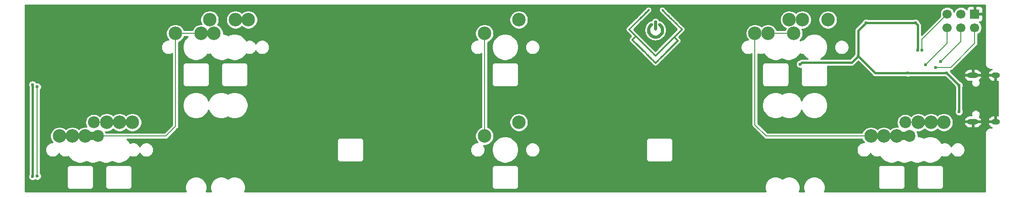
<source format=gbr>
G04 #@! TF.GenerationSoftware,KiCad,Pcbnew,(5.1.10)-1*
G04 #@! TF.CreationDate,2021-06-23T21:24:02+07:00*
G04 #@! TF.ProjectId,uso!VNC,75736f21-564e-4432-9e6b-696361645f70,rev?*
G04 #@! TF.SameCoordinates,Original*
G04 #@! TF.FileFunction,Copper,L1,Top*
G04 #@! TF.FilePolarity,Positive*
%FSLAX45Y45*%
G04 Gerber Fmt 4.5, Leading zero omitted, Abs format (unit mm)*
G04 Created by KiCad (PCBNEW (5.1.10)-1) date 2021-06-23 21:24:02*
%MOMM*%
%LPD*%
G01*
G04 APERTURE LIST*
G04 #@! TA.AperFunction,EtchedComponent*
%ADD10C,0.010000*%
G04 #@! TD*
G04 #@! TA.AperFunction,ComponentPad*
%ADD11C,2.500000*%
G04 #@! TD*
G04 #@! TA.AperFunction,ComponentPad*
%ADD12R,1.700000X1.700000*%
G04 #@! TD*
G04 #@! TA.AperFunction,ComponentPad*
%ADD13C,1.700000*%
G04 #@! TD*
G04 #@! TA.AperFunction,ComponentPad*
%ADD14O,1.600000X1.000000*%
G04 #@! TD*
G04 #@! TA.AperFunction,ComponentPad*
%ADD15O,2.100000X1.000000*%
G04 #@! TD*
G04 #@! TA.AperFunction,ComponentPad*
%ADD16C,2.200000*%
G04 #@! TD*
G04 #@! TA.AperFunction,ViaPad*
%ADD17C,0.600000*%
G04 #@! TD*
G04 #@! TA.AperFunction,Conductor*
%ADD18C,0.400000*%
G04 #@! TD*
G04 #@! TA.AperFunction,Conductor*
%ADD19C,0.250000*%
G04 #@! TD*
G04 #@! TA.AperFunction,Conductor*
%ADD20C,0.200000*%
G04 #@! TD*
G04 #@! TA.AperFunction,Conductor*
%ADD21C,1.500000*%
G04 #@! TD*
G04 #@! TA.AperFunction,Conductor*
%ADD22C,0.254000*%
G04 #@! TD*
G04 #@! TA.AperFunction,Conductor*
%ADD23C,0.100000*%
G04 #@! TD*
G04 APERTURE END LIST*
D10*
G36*
X25555794Y-18604850D02*
G01*
X25550977Y-18606574D01*
X25548468Y-18608001D01*
X25545356Y-18610158D01*
X25541797Y-18612920D01*
X25537942Y-18616161D01*
X25533948Y-18619757D01*
X25529966Y-18623581D01*
X25529427Y-18624119D01*
X25522433Y-18631519D01*
X25516300Y-18638889D01*
X25510816Y-18646519D01*
X25505773Y-18654703D01*
X25500958Y-18663733D01*
X25500917Y-18663816D01*
X25495606Y-18675728D01*
X25491359Y-18688001D01*
X25488183Y-18700561D01*
X25486086Y-18713338D01*
X25485076Y-18726258D01*
X25485159Y-18739250D01*
X25486344Y-18752241D01*
X25488638Y-18765158D01*
X25489867Y-18770286D01*
X25492997Y-18780622D01*
X25497063Y-18791133D01*
X25501941Y-18801570D01*
X25507506Y-18811687D01*
X25513634Y-18821236D01*
X25519249Y-18828792D01*
X25521940Y-18831972D01*
X25525276Y-18835619D01*
X25529011Y-18839489D01*
X25532899Y-18843334D01*
X25536693Y-18846910D01*
X25540149Y-18849969D01*
X25541726Y-18851271D01*
X25551003Y-18858089D01*
X25560995Y-18864337D01*
X25571498Y-18869919D01*
X25582309Y-18874737D01*
X25593222Y-18878694D01*
X25604036Y-18881694D01*
X25607081Y-18882362D01*
X25614858Y-18883725D01*
X25623121Y-18884741D01*
X25631515Y-18885386D01*
X25639687Y-18885636D01*
X25647284Y-18885466D01*
X25649652Y-18885310D01*
X25661680Y-18883904D01*
X25673427Y-18881568D01*
X25684859Y-18878358D01*
X25697321Y-18873791D01*
X25709194Y-18868270D01*
X25720439Y-18861840D01*
X25731020Y-18854545D01*
X25740898Y-18846431D01*
X25750036Y-18837543D01*
X25758395Y-18827925D01*
X25765937Y-18817623D01*
X25772626Y-18806683D01*
X25778422Y-18795148D01*
X25783289Y-18783065D01*
X25787188Y-18770478D01*
X25790081Y-18757432D01*
X25790959Y-18752021D01*
X25791418Y-18747878D01*
X25791743Y-18742887D01*
X25791934Y-18737333D01*
X25791989Y-18731502D01*
X25791909Y-18725679D01*
X25791695Y-18720150D01*
X25791346Y-18715200D01*
X25790968Y-18711845D01*
X25788577Y-18698673D01*
X25785124Y-18685859D01*
X25780633Y-18673458D01*
X25775126Y-18661527D01*
X25768626Y-18650121D01*
X25761159Y-18639295D01*
X25759842Y-18637578D01*
X25756684Y-18633736D01*
X25753059Y-18629691D01*
X25749111Y-18625579D01*
X25744986Y-18621532D01*
X25740829Y-18617683D01*
X25736785Y-18614168D01*
X25732998Y-18611119D01*
X25729615Y-18608669D01*
X25726778Y-18606952D01*
X25726376Y-18606750D01*
X25721411Y-18604954D01*
X25716261Y-18604215D01*
X25711100Y-18604518D01*
X25706102Y-18605844D01*
X25701442Y-18608176D01*
X25699695Y-18609399D01*
X25697242Y-18611716D01*
X25694832Y-18614749D01*
X25692744Y-18618100D01*
X25691257Y-18621369D01*
X25691179Y-18621596D01*
X25690150Y-18626343D01*
X25690066Y-18631379D01*
X25690886Y-18636413D01*
X25692572Y-18641154D01*
X25694220Y-18644105D01*
X25695521Y-18645735D01*
X25697412Y-18647697D01*
X25699558Y-18649652D01*
X25700370Y-18650323D01*
X25703618Y-18653084D01*
X25707215Y-18656417D01*
X25710941Y-18660096D01*
X25714579Y-18663895D01*
X25717911Y-18667589D01*
X25720718Y-18670953D01*
X25722239Y-18672967D01*
X25727053Y-18680531D01*
X25731339Y-18688851D01*
X25734960Y-18697609D01*
X25737781Y-18706490D01*
X25739214Y-18712637D01*
X25739983Y-18717636D01*
X25740520Y-18723364D01*
X25740811Y-18729429D01*
X25740838Y-18735438D01*
X25740589Y-18741000D01*
X25740384Y-18743239D01*
X25738667Y-18753717D01*
X25735865Y-18763913D01*
X25732013Y-18773756D01*
X25727149Y-18783170D01*
X25721307Y-18792083D01*
X25714526Y-18800421D01*
X25709262Y-18805853D01*
X25701445Y-18812598D01*
X25692866Y-18818580D01*
X25683675Y-18823723D01*
X25674023Y-18827951D01*
X25664059Y-18831189D01*
X25655313Y-18833131D01*
X25651873Y-18833583D01*
X25647637Y-18833913D01*
X25642905Y-18834118D01*
X25637975Y-18834195D01*
X25633146Y-18834142D01*
X25628719Y-18833955D01*
X25624992Y-18833631D01*
X25623634Y-18833442D01*
X25612949Y-18831151D01*
X25602683Y-18827841D01*
X25592900Y-18823556D01*
X25583668Y-18818340D01*
X25575051Y-18812237D01*
X25567116Y-18805288D01*
X25559929Y-18797539D01*
X25553555Y-18789033D01*
X25551413Y-18785697D01*
X25549443Y-18782254D01*
X25547313Y-18778132D01*
X25545205Y-18773716D01*
X25543300Y-18769389D01*
X25541779Y-18765534D01*
X25541451Y-18764606D01*
X25538607Y-18754530D01*
X25536844Y-18744227D01*
X25536151Y-18733801D01*
X25536518Y-18723360D01*
X25537933Y-18713008D01*
X25540386Y-18702851D01*
X25543867Y-18692996D01*
X25548363Y-18683548D01*
X25550003Y-18680648D01*
X25554593Y-18673462D01*
X25559568Y-18666924D01*
X25565147Y-18660781D01*
X25571550Y-18654777D01*
X25574154Y-18652555D01*
X25576651Y-18650400D01*
X25578996Y-18648247D01*
X25580964Y-18646312D01*
X25582326Y-18644813D01*
X25582559Y-18644514D01*
X25584828Y-18640558D01*
X25586381Y-18636021D01*
X25587150Y-18631238D01*
X25587069Y-18626545D01*
X25586593Y-18623938D01*
X25584764Y-18618878D01*
X25582107Y-18614459D01*
X25578748Y-18610744D01*
X25574811Y-18607792D01*
X25570422Y-18605666D01*
X25565706Y-18604427D01*
X25560788Y-18604134D01*
X25555794Y-18604850D01*
G37*
X25555794Y-18604850D02*
X25550977Y-18606574D01*
X25548468Y-18608001D01*
X25545356Y-18610158D01*
X25541797Y-18612920D01*
X25537942Y-18616161D01*
X25533948Y-18619757D01*
X25529966Y-18623581D01*
X25529427Y-18624119D01*
X25522433Y-18631519D01*
X25516300Y-18638889D01*
X25510816Y-18646519D01*
X25505773Y-18654703D01*
X25500958Y-18663733D01*
X25500917Y-18663816D01*
X25495606Y-18675728D01*
X25491359Y-18688001D01*
X25488183Y-18700561D01*
X25486086Y-18713338D01*
X25485076Y-18726258D01*
X25485159Y-18739250D01*
X25486344Y-18752241D01*
X25488638Y-18765158D01*
X25489867Y-18770286D01*
X25492997Y-18780622D01*
X25497063Y-18791133D01*
X25501941Y-18801570D01*
X25507506Y-18811687D01*
X25513634Y-18821236D01*
X25519249Y-18828792D01*
X25521940Y-18831972D01*
X25525276Y-18835619D01*
X25529011Y-18839489D01*
X25532899Y-18843334D01*
X25536693Y-18846910D01*
X25540149Y-18849969D01*
X25541726Y-18851271D01*
X25551003Y-18858089D01*
X25560995Y-18864337D01*
X25571498Y-18869919D01*
X25582309Y-18874737D01*
X25593222Y-18878694D01*
X25604036Y-18881694D01*
X25607081Y-18882362D01*
X25614858Y-18883725D01*
X25623121Y-18884741D01*
X25631515Y-18885386D01*
X25639687Y-18885636D01*
X25647284Y-18885466D01*
X25649652Y-18885310D01*
X25661680Y-18883904D01*
X25673427Y-18881568D01*
X25684859Y-18878358D01*
X25697321Y-18873791D01*
X25709194Y-18868270D01*
X25720439Y-18861840D01*
X25731020Y-18854545D01*
X25740898Y-18846431D01*
X25750036Y-18837543D01*
X25758395Y-18827925D01*
X25765937Y-18817623D01*
X25772626Y-18806683D01*
X25778422Y-18795148D01*
X25783289Y-18783065D01*
X25787188Y-18770478D01*
X25790081Y-18757432D01*
X25790959Y-18752021D01*
X25791418Y-18747878D01*
X25791743Y-18742887D01*
X25791934Y-18737333D01*
X25791989Y-18731502D01*
X25791909Y-18725679D01*
X25791695Y-18720150D01*
X25791346Y-18715200D01*
X25790968Y-18711845D01*
X25788577Y-18698673D01*
X25785124Y-18685859D01*
X25780633Y-18673458D01*
X25775126Y-18661527D01*
X25768626Y-18650121D01*
X25761159Y-18639295D01*
X25759842Y-18637578D01*
X25756684Y-18633736D01*
X25753059Y-18629691D01*
X25749111Y-18625579D01*
X25744986Y-18621532D01*
X25740829Y-18617683D01*
X25736785Y-18614168D01*
X25732998Y-18611119D01*
X25729615Y-18608669D01*
X25726778Y-18606952D01*
X25726376Y-18606750D01*
X25721411Y-18604954D01*
X25716261Y-18604215D01*
X25711100Y-18604518D01*
X25706102Y-18605844D01*
X25701442Y-18608176D01*
X25699695Y-18609399D01*
X25697242Y-18611716D01*
X25694832Y-18614749D01*
X25692744Y-18618100D01*
X25691257Y-18621369D01*
X25691179Y-18621596D01*
X25690150Y-18626343D01*
X25690066Y-18631379D01*
X25690886Y-18636413D01*
X25692572Y-18641154D01*
X25694220Y-18644105D01*
X25695521Y-18645735D01*
X25697412Y-18647697D01*
X25699558Y-18649652D01*
X25700370Y-18650323D01*
X25703618Y-18653084D01*
X25707215Y-18656417D01*
X25710941Y-18660096D01*
X25714579Y-18663895D01*
X25717911Y-18667589D01*
X25720718Y-18670953D01*
X25722239Y-18672967D01*
X25727053Y-18680531D01*
X25731339Y-18688851D01*
X25734960Y-18697609D01*
X25737781Y-18706490D01*
X25739214Y-18712637D01*
X25739983Y-18717636D01*
X25740520Y-18723364D01*
X25740811Y-18729429D01*
X25740838Y-18735438D01*
X25740589Y-18741000D01*
X25740384Y-18743239D01*
X25738667Y-18753717D01*
X25735865Y-18763913D01*
X25732013Y-18773756D01*
X25727149Y-18783170D01*
X25721307Y-18792083D01*
X25714526Y-18800421D01*
X25709262Y-18805853D01*
X25701445Y-18812598D01*
X25692866Y-18818580D01*
X25683675Y-18823723D01*
X25674023Y-18827951D01*
X25664059Y-18831189D01*
X25655313Y-18833131D01*
X25651873Y-18833583D01*
X25647637Y-18833913D01*
X25642905Y-18834118D01*
X25637975Y-18834195D01*
X25633146Y-18834142D01*
X25628719Y-18833955D01*
X25624992Y-18833631D01*
X25623634Y-18833442D01*
X25612949Y-18831151D01*
X25602683Y-18827841D01*
X25592900Y-18823556D01*
X25583668Y-18818340D01*
X25575051Y-18812237D01*
X25567116Y-18805288D01*
X25559929Y-18797539D01*
X25553555Y-18789033D01*
X25551413Y-18785697D01*
X25549443Y-18782254D01*
X25547313Y-18778132D01*
X25545205Y-18773716D01*
X25543300Y-18769389D01*
X25541779Y-18765534D01*
X25541451Y-18764606D01*
X25538607Y-18754530D01*
X25536844Y-18744227D01*
X25536151Y-18733801D01*
X25536518Y-18723360D01*
X25537933Y-18713008D01*
X25540386Y-18702851D01*
X25543867Y-18692996D01*
X25548363Y-18683548D01*
X25550003Y-18680648D01*
X25554593Y-18673462D01*
X25559568Y-18666924D01*
X25565147Y-18660781D01*
X25571550Y-18654777D01*
X25574154Y-18652555D01*
X25576651Y-18650400D01*
X25578996Y-18648247D01*
X25580964Y-18646312D01*
X25582326Y-18644813D01*
X25582559Y-18644514D01*
X25584828Y-18640558D01*
X25586381Y-18636021D01*
X25587150Y-18631238D01*
X25587069Y-18626545D01*
X25586593Y-18623938D01*
X25584764Y-18618878D01*
X25582107Y-18614459D01*
X25578748Y-18610744D01*
X25574811Y-18607792D01*
X25570422Y-18605666D01*
X25565706Y-18604427D01*
X25560788Y-18604134D01*
X25555794Y-18604850D01*
G36*
X25762487Y-18346130D02*
G01*
X25759228Y-18347243D01*
X25756421Y-18349218D01*
X25755028Y-18350833D01*
X25753701Y-18353567D01*
X25753042Y-18356804D01*
X25753117Y-18360078D01*
X25753477Y-18361664D01*
X25753644Y-18361955D01*
X25754039Y-18362469D01*
X25754683Y-18363225D01*
X25755596Y-18364244D01*
X25756799Y-18365546D01*
X25758312Y-18367153D01*
X25760156Y-18369084D01*
X25762350Y-18371360D01*
X25764915Y-18374002D01*
X25767872Y-18377031D01*
X25771241Y-18380466D01*
X25775043Y-18384330D01*
X25779297Y-18388641D01*
X25784024Y-18393421D01*
X25789245Y-18398690D01*
X25794980Y-18404468D01*
X25801249Y-18410778D01*
X25808073Y-18417638D01*
X25815472Y-18425070D01*
X25823467Y-18433094D01*
X25832078Y-18441730D01*
X25841324Y-18451000D01*
X25851228Y-18460924D01*
X25861809Y-18471522D01*
X25873087Y-18482815D01*
X25885083Y-18494824D01*
X25897817Y-18507569D01*
X25911311Y-18521071D01*
X25925583Y-18535350D01*
X25931775Y-18541545D01*
X26109371Y-18719203D01*
X25638474Y-19190100D01*
X25403025Y-18954650D01*
X25167576Y-18719201D01*
X25344894Y-18541829D01*
X25356825Y-18529892D01*
X25368555Y-18518152D01*
X25380058Y-18506635D01*
X25391307Y-18495367D01*
X25402278Y-18484376D01*
X25412943Y-18473686D01*
X25423276Y-18463323D01*
X25433253Y-18453315D01*
X25442846Y-18443687D01*
X25452031Y-18434465D01*
X25460780Y-18425675D01*
X25469067Y-18417344D01*
X25476868Y-18409497D01*
X25484156Y-18402161D01*
X25490904Y-18395362D01*
X25497088Y-18389126D01*
X25502680Y-18383479D01*
X25507656Y-18378447D01*
X25511988Y-18374057D01*
X25515652Y-18370334D01*
X25518620Y-18367304D01*
X25520868Y-18364995D01*
X25522368Y-18363431D01*
X25523096Y-18362639D01*
X25523162Y-18362551D01*
X25524030Y-18359631D01*
X25524034Y-18356389D01*
X25523243Y-18353167D01*
X25521722Y-18350307D01*
X25520512Y-18348930D01*
X25517800Y-18347133D01*
X25514570Y-18346136D01*
X25511159Y-18345988D01*
X25507908Y-18346738D01*
X25507231Y-18347036D01*
X25506687Y-18347474D01*
X25505476Y-18348583D01*
X25503592Y-18350372D01*
X25501029Y-18352846D01*
X25497779Y-18356011D01*
X25493837Y-18359874D01*
X25489196Y-18364441D01*
X25483850Y-18369719D01*
X25477792Y-18375714D01*
X25471016Y-18382432D01*
X25463515Y-18389880D01*
X25455284Y-18398063D01*
X25446315Y-18406990D01*
X25436603Y-18416665D01*
X25426140Y-18427095D01*
X25414921Y-18438287D01*
X25402939Y-18450246D01*
X25390188Y-18462980D01*
X25376660Y-18476495D01*
X25362351Y-18490796D01*
X25347253Y-18505891D01*
X25331360Y-18521786D01*
X25322463Y-18530686D01*
X25140015Y-18713208D01*
X25139326Y-18716204D01*
X25138937Y-18718673D01*
X25139077Y-18720947D01*
X25139329Y-18722197D01*
X25139432Y-18722613D01*
X25139570Y-18723033D01*
X25139782Y-18723500D01*
X25140107Y-18724053D01*
X25140583Y-18724733D01*
X25141248Y-18725578D01*
X25142143Y-18726631D01*
X25143304Y-18727930D01*
X25144771Y-18729515D01*
X25146583Y-18731428D01*
X25148778Y-18733708D01*
X25151394Y-18736396D01*
X25154470Y-18739530D01*
X25158046Y-18743153D01*
X25162159Y-18747303D01*
X25166849Y-18752021D01*
X25172153Y-18757348D01*
X25178111Y-18763322D01*
X25184761Y-18769985D01*
X25192142Y-18777376D01*
X25200022Y-18785266D01*
X25260025Y-18845339D01*
X25229430Y-18876021D01*
X25223723Y-18881747D01*
X25218769Y-18886724D01*
X25214514Y-18891011D01*
X25210903Y-18894666D01*
X25207881Y-18897748D01*
X25205394Y-18900315D01*
X25203388Y-18902426D01*
X25201807Y-18904138D01*
X25200597Y-18905510D01*
X25199703Y-18906601D01*
X25199072Y-18907469D01*
X25198648Y-18908172D01*
X25198377Y-18908769D01*
X25198204Y-18909318D01*
X25198170Y-18909456D01*
X25197806Y-18912896D01*
X25198319Y-18916184D01*
X25198937Y-18917729D01*
X25199378Y-18918210D01*
X25200603Y-18919475D01*
X25202589Y-18921499D01*
X25205311Y-18924260D01*
X25208748Y-18927733D01*
X25212874Y-18931896D01*
X25217666Y-18936725D01*
X25223102Y-18942196D01*
X25229158Y-18948286D01*
X25235810Y-18954971D01*
X25243034Y-18962228D01*
X25250808Y-18970032D01*
X25259108Y-18978362D01*
X25267910Y-18987192D01*
X25277191Y-18996500D01*
X25286927Y-19006262D01*
X25297095Y-19016455D01*
X25307672Y-19027054D01*
X25318634Y-19038037D01*
X25329958Y-19049379D01*
X25341620Y-19061058D01*
X25353596Y-19073050D01*
X25365864Y-19085331D01*
X25378399Y-19097877D01*
X25391179Y-19110666D01*
X25404180Y-19123673D01*
X25415618Y-19135116D01*
X25433140Y-19152640D01*
X25449864Y-19169364D01*
X25465800Y-19185295D01*
X25480955Y-19200442D01*
X25495339Y-19214814D01*
X25508959Y-19228418D01*
X25521823Y-19241263D01*
X25533941Y-19253358D01*
X25545321Y-19264710D01*
X25555971Y-19275328D01*
X25565898Y-19285221D01*
X25575113Y-19294396D01*
X25583623Y-19302862D01*
X25591436Y-19310627D01*
X25598560Y-19317700D01*
X25605005Y-19324088D01*
X25610779Y-19329802D01*
X25615890Y-19334847D01*
X25620346Y-19339234D01*
X25624155Y-19342969D01*
X25627327Y-19346063D01*
X25629869Y-19348522D01*
X25631790Y-19350356D01*
X25633098Y-19351572D01*
X25633801Y-19352179D01*
X25633908Y-19352250D01*
X25637089Y-19353143D01*
X25640636Y-19353099D01*
X25642756Y-19352634D01*
X25643062Y-19352436D01*
X25643677Y-19351925D01*
X25644617Y-19351083D01*
X25645900Y-19349893D01*
X25647543Y-19348339D01*
X25649564Y-19346402D01*
X25651979Y-19344066D01*
X25654806Y-19341314D01*
X25658062Y-19338128D01*
X25661764Y-19334492D01*
X25665930Y-19330388D01*
X25670578Y-19325798D01*
X25675723Y-19320707D01*
X25681385Y-19315096D01*
X25687579Y-19308949D01*
X25694323Y-19302248D01*
X25701635Y-19294976D01*
X25709531Y-19287116D01*
X25718030Y-19278651D01*
X25727148Y-19269564D01*
X25736902Y-19259837D01*
X25747310Y-19249454D01*
X25758390Y-19238396D01*
X25770158Y-19226648D01*
X25782632Y-19214192D01*
X25795828Y-19201010D01*
X25809765Y-19187086D01*
X25824460Y-19172402D01*
X25839929Y-19156942D01*
X25853235Y-19143642D01*
X25866540Y-19130341D01*
X25879606Y-19117274D01*
X25892411Y-19104465D01*
X25904931Y-19091937D01*
X25917145Y-19079712D01*
X25929030Y-19067813D01*
X25940562Y-19056262D01*
X25951719Y-19045084D01*
X25962479Y-19034299D01*
X25972819Y-19023932D01*
X25982716Y-19014005D01*
X25992147Y-19004540D01*
X26001091Y-18995561D01*
X26009523Y-18987090D01*
X26017421Y-18979150D01*
X26024764Y-18971764D01*
X26031527Y-18964954D01*
X26037689Y-18958744D01*
X26043227Y-18953156D01*
X26048117Y-18948213D01*
X26052338Y-18943938D01*
X26055866Y-18940353D01*
X26058680Y-18937481D01*
X26060756Y-18935346D01*
X26062071Y-18933969D01*
X26062603Y-18933374D01*
X26062612Y-18933359D01*
X26063730Y-18929882D01*
X26063737Y-18928109D01*
X26035170Y-18928109D01*
X25837108Y-19126181D01*
X25824502Y-19138786D01*
X25812097Y-19151187D01*
X25799919Y-19163359D01*
X25787990Y-19175277D01*
X25776337Y-19186918D01*
X25764982Y-19198257D01*
X25753952Y-19209269D01*
X25743269Y-19219931D01*
X25732959Y-19230218D01*
X25723047Y-19240105D01*
X25713556Y-19249569D01*
X25704511Y-19258584D01*
X25695937Y-19267126D01*
X25687858Y-19275171D01*
X25680299Y-19282695D01*
X25673283Y-19289673D01*
X25666837Y-19296081D01*
X25660983Y-19301895D01*
X25655746Y-19307089D01*
X25651152Y-19311640D01*
X25647224Y-19315523D01*
X25643987Y-19318715D01*
X25641465Y-19321189D01*
X25639683Y-19322923D01*
X25638666Y-19323892D01*
X25638420Y-19324101D01*
X25637981Y-19323692D01*
X25636760Y-19322498D01*
X25634781Y-19320545D01*
X25632067Y-19317855D01*
X25628642Y-19314454D01*
X25624531Y-19310364D01*
X25619758Y-19305610D01*
X25614347Y-19300217D01*
X25608321Y-19294207D01*
X25601704Y-19287605D01*
X25594521Y-19280435D01*
X25586796Y-19272721D01*
X25578553Y-19264487D01*
X25569815Y-19255757D01*
X25560607Y-19246554D01*
X25550952Y-19236904D01*
X25540875Y-19226829D01*
X25530400Y-19216354D01*
X25519551Y-19205503D01*
X25508351Y-19194299D01*
X25496825Y-19182767D01*
X25484996Y-19170931D01*
X25472890Y-19158815D01*
X25460529Y-19146443D01*
X25447938Y-19133838D01*
X25435140Y-19121025D01*
X25432260Y-19118141D01*
X25226727Y-18912333D01*
X25251805Y-18887259D01*
X25276883Y-18862186D01*
X25454254Y-19039537D01*
X25469839Y-19055118D01*
X25484631Y-19069902D01*
X25498641Y-19083902D01*
X25511882Y-19097128D01*
X25524366Y-19109593D01*
X25536105Y-19121309D01*
X25547111Y-19132288D01*
X25557396Y-19142542D01*
X25566972Y-19152082D01*
X25575852Y-19160922D01*
X25584047Y-19169072D01*
X25591569Y-19176545D01*
X25598430Y-19183353D01*
X25604644Y-19189508D01*
X25610220Y-19195022D01*
X25615173Y-19199906D01*
X25619513Y-19204174D01*
X25623253Y-19207836D01*
X25626405Y-19210904D01*
X25628981Y-19213392D01*
X25630993Y-19215310D01*
X25632453Y-19216671D01*
X25633373Y-19217487D01*
X25633747Y-19217763D01*
X25636179Y-19218398D01*
X25639041Y-19218615D01*
X25641770Y-19218400D01*
X25643146Y-19218042D01*
X25643665Y-19217597D01*
X25644968Y-19216367D01*
X25647031Y-19214375D01*
X25649832Y-19211643D01*
X25653348Y-19208194D01*
X25657555Y-19204051D01*
X25662432Y-19199237D01*
X25667954Y-19193774D01*
X25674100Y-19187685D01*
X25680846Y-19180993D01*
X25688170Y-19173721D01*
X25696047Y-19165891D01*
X25704457Y-19157527D01*
X25713375Y-19148650D01*
X25722778Y-19139285D01*
X25732645Y-19129453D01*
X25742951Y-19119177D01*
X25753675Y-19108480D01*
X25764792Y-19097385D01*
X25776281Y-19085915D01*
X25788118Y-19074093D01*
X25800280Y-19061940D01*
X25812744Y-19049481D01*
X25814705Y-19047520D01*
X25984657Y-18877596D01*
X26035170Y-18928109D01*
X26063737Y-18928109D01*
X26063743Y-18926379D01*
X26063418Y-18924828D01*
X26063238Y-18924277D01*
X26062955Y-18923671D01*
X26062513Y-18922952D01*
X26061858Y-18922061D01*
X26060935Y-18920940D01*
X26059690Y-18919532D01*
X26058069Y-18917777D01*
X26056016Y-18915618D01*
X26053478Y-18912997D01*
X26050400Y-18909856D01*
X26046727Y-18906136D01*
X26042405Y-18901780D01*
X26037379Y-18896728D01*
X26032099Y-18891430D01*
X26001508Y-18860745D01*
X26068977Y-18793255D01*
X26078563Y-18783661D01*
X26087354Y-18774851D01*
X26095368Y-18766807D01*
X26102622Y-18759512D01*
X26109134Y-18752947D01*
X26114921Y-18747096D01*
X26120001Y-18741939D01*
X26124392Y-18737459D01*
X26128111Y-18733638D01*
X26131175Y-18730458D01*
X26133602Y-18727902D01*
X26135410Y-18725951D01*
X26136616Y-18724587D01*
X26137238Y-18723794D01*
X26137322Y-18723643D01*
X26138097Y-18720377D01*
X26137928Y-18716945D01*
X26137102Y-18714349D01*
X26136613Y-18713762D01*
X26135348Y-18712402D01*
X26133336Y-18710300D01*
X26130608Y-18707487D01*
X26127197Y-18703995D01*
X26123133Y-18699853D01*
X26118447Y-18695094D01*
X26113171Y-18689749D01*
X26107335Y-18683848D01*
X26100971Y-18677424D01*
X26094110Y-18670506D01*
X26086783Y-18663127D01*
X26079021Y-18655317D01*
X26070855Y-18647107D01*
X26062317Y-18638530D01*
X26053438Y-18629614D01*
X26044249Y-18620393D01*
X26034780Y-18610897D01*
X26025064Y-18601157D01*
X26015131Y-18591204D01*
X26005013Y-18581070D01*
X25994740Y-18570786D01*
X25984344Y-18560382D01*
X25973856Y-18549890D01*
X25963308Y-18539341D01*
X25952729Y-18528766D01*
X25942152Y-18518197D01*
X25931608Y-18507664D01*
X25921127Y-18497199D01*
X25910741Y-18486832D01*
X25900481Y-18476596D01*
X25890379Y-18466520D01*
X25880464Y-18456637D01*
X25870770Y-18446977D01*
X25861326Y-18437571D01*
X25852164Y-18428451D01*
X25843315Y-18419648D01*
X25834810Y-18411192D01*
X25826680Y-18403116D01*
X25818957Y-18395450D01*
X25811672Y-18388225D01*
X25804855Y-18381472D01*
X25798539Y-18375223D01*
X25792753Y-18369509D01*
X25787530Y-18364361D01*
X25782900Y-18359810D01*
X25778895Y-18355887D01*
X25775545Y-18352623D01*
X25772882Y-18350049D01*
X25770938Y-18348198D01*
X25769743Y-18347099D01*
X25769346Y-18346782D01*
X25765944Y-18345953D01*
X25762487Y-18346130D01*
G37*
X25762487Y-18346130D02*
X25759228Y-18347243D01*
X25756421Y-18349218D01*
X25755028Y-18350833D01*
X25753701Y-18353567D01*
X25753042Y-18356804D01*
X25753117Y-18360078D01*
X25753477Y-18361664D01*
X25753644Y-18361955D01*
X25754039Y-18362469D01*
X25754683Y-18363225D01*
X25755596Y-18364244D01*
X25756799Y-18365546D01*
X25758312Y-18367153D01*
X25760156Y-18369084D01*
X25762350Y-18371360D01*
X25764915Y-18374002D01*
X25767872Y-18377031D01*
X25771241Y-18380466D01*
X25775043Y-18384330D01*
X25779297Y-18388641D01*
X25784024Y-18393421D01*
X25789245Y-18398690D01*
X25794980Y-18404468D01*
X25801249Y-18410778D01*
X25808073Y-18417638D01*
X25815472Y-18425070D01*
X25823467Y-18433094D01*
X25832078Y-18441730D01*
X25841324Y-18451000D01*
X25851228Y-18460924D01*
X25861809Y-18471522D01*
X25873087Y-18482815D01*
X25885083Y-18494824D01*
X25897817Y-18507569D01*
X25911311Y-18521071D01*
X25925583Y-18535350D01*
X25931775Y-18541545D01*
X26109371Y-18719203D01*
X25638474Y-19190100D01*
X25403025Y-18954650D01*
X25167576Y-18719201D01*
X25344894Y-18541829D01*
X25356825Y-18529892D01*
X25368555Y-18518152D01*
X25380058Y-18506635D01*
X25391307Y-18495367D01*
X25402278Y-18484376D01*
X25412943Y-18473686D01*
X25423276Y-18463323D01*
X25433253Y-18453315D01*
X25442846Y-18443687D01*
X25452031Y-18434465D01*
X25460780Y-18425675D01*
X25469067Y-18417344D01*
X25476868Y-18409497D01*
X25484156Y-18402161D01*
X25490904Y-18395362D01*
X25497088Y-18389126D01*
X25502680Y-18383479D01*
X25507656Y-18378447D01*
X25511988Y-18374057D01*
X25515652Y-18370334D01*
X25518620Y-18367304D01*
X25520868Y-18364995D01*
X25522368Y-18363431D01*
X25523096Y-18362639D01*
X25523162Y-18362551D01*
X25524030Y-18359631D01*
X25524034Y-18356389D01*
X25523243Y-18353167D01*
X25521722Y-18350307D01*
X25520512Y-18348930D01*
X25517800Y-18347133D01*
X25514570Y-18346136D01*
X25511159Y-18345988D01*
X25507908Y-18346738D01*
X25507231Y-18347036D01*
X25506687Y-18347474D01*
X25505476Y-18348583D01*
X25503592Y-18350372D01*
X25501029Y-18352846D01*
X25497779Y-18356011D01*
X25493837Y-18359874D01*
X25489196Y-18364441D01*
X25483850Y-18369719D01*
X25477792Y-18375714D01*
X25471016Y-18382432D01*
X25463515Y-18389880D01*
X25455284Y-18398063D01*
X25446315Y-18406990D01*
X25436603Y-18416665D01*
X25426140Y-18427095D01*
X25414921Y-18438287D01*
X25402939Y-18450246D01*
X25390188Y-18462980D01*
X25376660Y-18476495D01*
X25362351Y-18490796D01*
X25347253Y-18505891D01*
X25331360Y-18521786D01*
X25322463Y-18530686D01*
X25140015Y-18713208D01*
X25139326Y-18716204D01*
X25138937Y-18718673D01*
X25139077Y-18720947D01*
X25139329Y-18722197D01*
X25139432Y-18722613D01*
X25139570Y-18723033D01*
X25139782Y-18723500D01*
X25140107Y-18724053D01*
X25140583Y-18724733D01*
X25141248Y-18725578D01*
X25142143Y-18726631D01*
X25143304Y-18727930D01*
X25144771Y-18729515D01*
X25146583Y-18731428D01*
X25148778Y-18733708D01*
X25151394Y-18736396D01*
X25154470Y-18739530D01*
X25158046Y-18743153D01*
X25162159Y-18747303D01*
X25166849Y-18752021D01*
X25172153Y-18757348D01*
X25178111Y-18763322D01*
X25184761Y-18769985D01*
X25192142Y-18777376D01*
X25200022Y-18785266D01*
X25260025Y-18845339D01*
X25229430Y-18876021D01*
X25223723Y-18881747D01*
X25218769Y-18886724D01*
X25214514Y-18891011D01*
X25210903Y-18894666D01*
X25207881Y-18897748D01*
X25205394Y-18900315D01*
X25203388Y-18902426D01*
X25201807Y-18904138D01*
X25200597Y-18905510D01*
X25199703Y-18906601D01*
X25199072Y-18907469D01*
X25198648Y-18908172D01*
X25198377Y-18908769D01*
X25198204Y-18909318D01*
X25198170Y-18909456D01*
X25197806Y-18912896D01*
X25198319Y-18916184D01*
X25198937Y-18917729D01*
X25199378Y-18918210D01*
X25200603Y-18919475D01*
X25202589Y-18921499D01*
X25205311Y-18924260D01*
X25208748Y-18927733D01*
X25212874Y-18931896D01*
X25217666Y-18936725D01*
X25223102Y-18942196D01*
X25229158Y-18948286D01*
X25235810Y-18954971D01*
X25243034Y-18962228D01*
X25250808Y-18970032D01*
X25259108Y-18978362D01*
X25267910Y-18987192D01*
X25277191Y-18996500D01*
X25286927Y-19006262D01*
X25297095Y-19016455D01*
X25307672Y-19027054D01*
X25318634Y-19038037D01*
X25329958Y-19049379D01*
X25341620Y-19061058D01*
X25353596Y-19073050D01*
X25365864Y-19085331D01*
X25378399Y-19097877D01*
X25391179Y-19110666D01*
X25404180Y-19123673D01*
X25415618Y-19135116D01*
X25433140Y-19152640D01*
X25449864Y-19169364D01*
X25465800Y-19185295D01*
X25480955Y-19200442D01*
X25495339Y-19214814D01*
X25508959Y-19228418D01*
X25521823Y-19241263D01*
X25533941Y-19253358D01*
X25545321Y-19264710D01*
X25555971Y-19275328D01*
X25565898Y-19285221D01*
X25575113Y-19294396D01*
X25583623Y-19302862D01*
X25591436Y-19310627D01*
X25598560Y-19317700D01*
X25605005Y-19324088D01*
X25610779Y-19329802D01*
X25615890Y-19334847D01*
X25620346Y-19339234D01*
X25624155Y-19342969D01*
X25627327Y-19346063D01*
X25629869Y-19348522D01*
X25631790Y-19350356D01*
X25633098Y-19351572D01*
X25633801Y-19352179D01*
X25633908Y-19352250D01*
X25637089Y-19353143D01*
X25640636Y-19353099D01*
X25642756Y-19352634D01*
X25643062Y-19352436D01*
X25643677Y-19351925D01*
X25644617Y-19351083D01*
X25645900Y-19349893D01*
X25647543Y-19348339D01*
X25649564Y-19346402D01*
X25651979Y-19344066D01*
X25654806Y-19341314D01*
X25658062Y-19338128D01*
X25661764Y-19334492D01*
X25665930Y-19330388D01*
X25670578Y-19325798D01*
X25675723Y-19320707D01*
X25681385Y-19315096D01*
X25687579Y-19308949D01*
X25694323Y-19302248D01*
X25701635Y-19294976D01*
X25709531Y-19287116D01*
X25718030Y-19278651D01*
X25727148Y-19269564D01*
X25736902Y-19259837D01*
X25747310Y-19249454D01*
X25758390Y-19238396D01*
X25770158Y-19226648D01*
X25782632Y-19214192D01*
X25795828Y-19201010D01*
X25809765Y-19187086D01*
X25824460Y-19172402D01*
X25839929Y-19156942D01*
X25853235Y-19143642D01*
X25866540Y-19130341D01*
X25879606Y-19117274D01*
X25892411Y-19104465D01*
X25904931Y-19091937D01*
X25917145Y-19079712D01*
X25929030Y-19067813D01*
X25940562Y-19056262D01*
X25951719Y-19045084D01*
X25962479Y-19034299D01*
X25972819Y-19023932D01*
X25982716Y-19014005D01*
X25992147Y-19004540D01*
X26001091Y-18995561D01*
X26009523Y-18987090D01*
X26017421Y-18979150D01*
X26024764Y-18971764D01*
X26031527Y-18964954D01*
X26037689Y-18958744D01*
X26043227Y-18953156D01*
X26048117Y-18948213D01*
X26052338Y-18943938D01*
X26055866Y-18940353D01*
X26058680Y-18937481D01*
X26060756Y-18935346D01*
X26062071Y-18933969D01*
X26062603Y-18933374D01*
X26062612Y-18933359D01*
X26063730Y-18929882D01*
X26063737Y-18928109D01*
X26035170Y-18928109D01*
X25837108Y-19126181D01*
X25824502Y-19138786D01*
X25812097Y-19151187D01*
X25799919Y-19163359D01*
X25787990Y-19175277D01*
X25776337Y-19186918D01*
X25764982Y-19198257D01*
X25753952Y-19209269D01*
X25743269Y-19219931D01*
X25732959Y-19230218D01*
X25723047Y-19240105D01*
X25713556Y-19249569D01*
X25704511Y-19258584D01*
X25695937Y-19267126D01*
X25687858Y-19275171D01*
X25680299Y-19282695D01*
X25673283Y-19289673D01*
X25666837Y-19296081D01*
X25660983Y-19301895D01*
X25655746Y-19307089D01*
X25651152Y-19311640D01*
X25647224Y-19315523D01*
X25643987Y-19318715D01*
X25641465Y-19321189D01*
X25639683Y-19322923D01*
X25638666Y-19323892D01*
X25638420Y-19324101D01*
X25637981Y-19323692D01*
X25636760Y-19322498D01*
X25634781Y-19320545D01*
X25632067Y-19317855D01*
X25628642Y-19314454D01*
X25624531Y-19310364D01*
X25619758Y-19305610D01*
X25614347Y-19300217D01*
X25608321Y-19294207D01*
X25601704Y-19287605D01*
X25594521Y-19280435D01*
X25586796Y-19272721D01*
X25578553Y-19264487D01*
X25569815Y-19255757D01*
X25560607Y-19246554D01*
X25550952Y-19236904D01*
X25540875Y-19226829D01*
X25530400Y-19216354D01*
X25519551Y-19205503D01*
X25508351Y-19194299D01*
X25496825Y-19182767D01*
X25484996Y-19170931D01*
X25472890Y-19158815D01*
X25460529Y-19146443D01*
X25447938Y-19133838D01*
X25435140Y-19121025D01*
X25432260Y-19118141D01*
X25226727Y-18912333D01*
X25251805Y-18887259D01*
X25276883Y-18862186D01*
X25454254Y-19039537D01*
X25469839Y-19055118D01*
X25484631Y-19069902D01*
X25498641Y-19083902D01*
X25511882Y-19097128D01*
X25524366Y-19109593D01*
X25536105Y-19121309D01*
X25547111Y-19132288D01*
X25557396Y-19142542D01*
X25566972Y-19152082D01*
X25575852Y-19160922D01*
X25584047Y-19169072D01*
X25591569Y-19176545D01*
X25598430Y-19183353D01*
X25604644Y-19189508D01*
X25610220Y-19195022D01*
X25615173Y-19199906D01*
X25619513Y-19204174D01*
X25623253Y-19207836D01*
X25626405Y-19210904D01*
X25628981Y-19213392D01*
X25630993Y-19215310D01*
X25632453Y-19216671D01*
X25633373Y-19217487D01*
X25633747Y-19217763D01*
X25636179Y-19218398D01*
X25639041Y-19218615D01*
X25641770Y-19218400D01*
X25643146Y-19218042D01*
X25643665Y-19217597D01*
X25644968Y-19216367D01*
X25647031Y-19214375D01*
X25649832Y-19211643D01*
X25653348Y-19208194D01*
X25657555Y-19204051D01*
X25662432Y-19199237D01*
X25667954Y-19193774D01*
X25674100Y-19187685D01*
X25680846Y-19180993D01*
X25688170Y-19173721D01*
X25696047Y-19165891D01*
X25704457Y-19157527D01*
X25713375Y-19148650D01*
X25722778Y-19139285D01*
X25732645Y-19129453D01*
X25742951Y-19119177D01*
X25753675Y-19108480D01*
X25764792Y-19097385D01*
X25776281Y-19085915D01*
X25788118Y-19074093D01*
X25800280Y-19061940D01*
X25812744Y-19049481D01*
X25814705Y-19047520D01*
X25984657Y-18877596D01*
X26035170Y-18928109D01*
X26063737Y-18928109D01*
X26063743Y-18926379D01*
X26063418Y-18924828D01*
X26063238Y-18924277D01*
X26062955Y-18923671D01*
X26062513Y-18922952D01*
X26061858Y-18922061D01*
X26060935Y-18920940D01*
X26059690Y-18919532D01*
X26058069Y-18917777D01*
X26056016Y-18915618D01*
X26053478Y-18912997D01*
X26050400Y-18909856D01*
X26046727Y-18906136D01*
X26042405Y-18901780D01*
X26037379Y-18896728D01*
X26032099Y-18891430D01*
X26001508Y-18860745D01*
X26068977Y-18793255D01*
X26078563Y-18783661D01*
X26087354Y-18774851D01*
X26095368Y-18766807D01*
X26102622Y-18759512D01*
X26109134Y-18752947D01*
X26114921Y-18747096D01*
X26120001Y-18741939D01*
X26124392Y-18737459D01*
X26128111Y-18733638D01*
X26131175Y-18730458D01*
X26133602Y-18727902D01*
X26135410Y-18725951D01*
X26136616Y-18724587D01*
X26137238Y-18723794D01*
X26137322Y-18723643D01*
X26138097Y-18720377D01*
X26137928Y-18716945D01*
X26137102Y-18714349D01*
X26136613Y-18713762D01*
X26135348Y-18712402D01*
X26133336Y-18710300D01*
X26130608Y-18707487D01*
X26127197Y-18703995D01*
X26123133Y-18699853D01*
X26118447Y-18695094D01*
X26113171Y-18689749D01*
X26107335Y-18683848D01*
X26100971Y-18677424D01*
X26094110Y-18670506D01*
X26086783Y-18663127D01*
X26079021Y-18655317D01*
X26070855Y-18647107D01*
X26062317Y-18638530D01*
X26053438Y-18629614D01*
X26044249Y-18620393D01*
X26034780Y-18610897D01*
X26025064Y-18601157D01*
X26015131Y-18591204D01*
X26005013Y-18581070D01*
X25994740Y-18570786D01*
X25984344Y-18560382D01*
X25973856Y-18549890D01*
X25963308Y-18539341D01*
X25952729Y-18528766D01*
X25942152Y-18518197D01*
X25931608Y-18507664D01*
X25921127Y-18497199D01*
X25910741Y-18486832D01*
X25900481Y-18476596D01*
X25890379Y-18466520D01*
X25880464Y-18456637D01*
X25870770Y-18446977D01*
X25861326Y-18437571D01*
X25852164Y-18428451D01*
X25843315Y-18419648D01*
X25834810Y-18411192D01*
X25826680Y-18403116D01*
X25818957Y-18395450D01*
X25811672Y-18388225D01*
X25804855Y-18381472D01*
X25798539Y-18375223D01*
X25792753Y-18369509D01*
X25787530Y-18364361D01*
X25782900Y-18359810D01*
X25778895Y-18355887D01*
X25775545Y-18352623D01*
X25772882Y-18350049D01*
X25770938Y-18348198D01*
X25769743Y-18347099D01*
X25769346Y-18346782D01*
X25765944Y-18345953D01*
X25762487Y-18346130D01*
G36*
X25633889Y-18553244D02*
G01*
X25629698Y-18554390D01*
X25628572Y-18554846D01*
X25624259Y-18557308D01*
X25620409Y-18560597D01*
X25617220Y-18564494D01*
X25614890Y-18568783D01*
X25614222Y-18570626D01*
X25614049Y-18571209D01*
X25613894Y-18571820D01*
X25613757Y-18572522D01*
X25613636Y-18573379D01*
X25613530Y-18574454D01*
X25613439Y-18575813D01*
X25613360Y-18577518D01*
X25613295Y-18579633D01*
X25613240Y-18582224D01*
X25613195Y-18585352D01*
X25613160Y-18589083D01*
X25613133Y-18593480D01*
X25613114Y-18598606D01*
X25613100Y-18604527D01*
X25613092Y-18611306D01*
X25613088Y-18619006D01*
X25613087Y-18627693D01*
X25613088Y-18637428D01*
X25613089Y-18642062D01*
X25613096Y-18652937D01*
X25613112Y-18663007D01*
X25613138Y-18672238D01*
X25613172Y-18680599D01*
X25613215Y-18688057D01*
X25613266Y-18694580D01*
X25613325Y-18700135D01*
X25613392Y-18704689D01*
X25613466Y-18708210D01*
X25613547Y-18710667D01*
X25613636Y-18712025D01*
X25613668Y-18712232D01*
X25615035Y-18716310D01*
X25617253Y-18720137D01*
X25620063Y-18723540D01*
X25623186Y-18726546D01*
X25626233Y-18728712D01*
X25629547Y-18730260D01*
X25631301Y-18730840D01*
X25634581Y-18731486D01*
X25638359Y-18731725D01*
X25642171Y-18731560D01*
X25645551Y-18730997D01*
X25646629Y-18730679D01*
X25651344Y-18728465D01*
X25655507Y-18725348D01*
X25658991Y-18721480D01*
X25661668Y-18717018D01*
X25663409Y-18712117D01*
X25663857Y-18709783D01*
X25663946Y-18708573D01*
X25664027Y-18706314D01*
X25664101Y-18703098D01*
X25664168Y-18699015D01*
X25664227Y-18694157D01*
X25664278Y-18688615D01*
X25664322Y-18682481D01*
X25664359Y-18675847D01*
X25664388Y-18668803D01*
X25664409Y-18661441D01*
X25664423Y-18653853D01*
X25664430Y-18646130D01*
X25664429Y-18638364D01*
X25664421Y-18630645D01*
X25664406Y-18623066D01*
X25664383Y-18615718D01*
X25664353Y-18608691D01*
X25664315Y-18602079D01*
X25664270Y-18595971D01*
X25664217Y-18590460D01*
X25664157Y-18585637D01*
X25664090Y-18581593D01*
X25664015Y-18578420D01*
X25663933Y-18576210D01*
X25663848Y-18575077D01*
X25662553Y-18569930D01*
X25660282Y-18565233D01*
X25657149Y-18561105D01*
X25653269Y-18557665D01*
X25648759Y-18555029D01*
X25643732Y-18553316D01*
X25642334Y-18553033D01*
X25638267Y-18552770D01*
X25633889Y-18553244D01*
G37*
X25633889Y-18553244D02*
X25629698Y-18554390D01*
X25628572Y-18554846D01*
X25624259Y-18557308D01*
X25620409Y-18560597D01*
X25617220Y-18564494D01*
X25614890Y-18568783D01*
X25614222Y-18570626D01*
X25614049Y-18571209D01*
X25613894Y-18571820D01*
X25613757Y-18572522D01*
X25613636Y-18573379D01*
X25613530Y-18574454D01*
X25613439Y-18575813D01*
X25613360Y-18577518D01*
X25613295Y-18579633D01*
X25613240Y-18582224D01*
X25613195Y-18585352D01*
X25613160Y-18589083D01*
X25613133Y-18593480D01*
X25613114Y-18598606D01*
X25613100Y-18604527D01*
X25613092Y-18611306D01*
X25613088Y-18619006D01*
X25613087Y-18627693D01*
X25613088Y-18637428D01*
X25613089Y-18642062D01*
X25613096Y-18652937D01*
X25613112Y-18663007D01*
X25613138Y-18672238D01*
X25613172Y-18680599D01*
X25613215Y-18688057D01*
X25613266Y-18694580D01*
X25613325Y-18700135D01*
X25613392Y-18704689D01*
X25613466Y-18708210D01*
X25613547Y-18710667D01*
X25613636Y-18712025D01*
X25613668Y-18712232D01*
X25615035Y-18716310D01*
X25617253Y-18720137D01*
X25620063Y-18723540D01*
X25623186Y-18726546D01*
X25626233Y-18728712D01*
X25629547Y-18730260D01*
X25631301Y-18730840D01*
X25634581Y-18731486D01*
X25638359Y-18731725D01*
X25642171Y-18731560D01*
X25645551Y-18730997D01*
X25646629Y-18730679D01*
X25651344Y-18728465D01*
X25655507Y-18725348D01*
X25658991Y-18721480D01*
X25661668Y-18717018D01*
X25663409Y-18712117D01*
X25663857Y-18709783D01*
X25663946Y-18708573D01*
X25664027Y-18706314D01*
X25664101Y-18703098D01*
X25664168Y-18699015D01*
X25664227Y-18694157D01*
X25664278Y-18688615D01*
X25664322Y-18682481D01*
X25664359Y-18675847D01*
X25664388Y-18668803D01*
X25664409Y-18661441D01*
X25664423Y-18653853D01*
X25664430Y-18646130D01*
X25664429Y-18638364D01*
X25664421Y-18630645D01*
X25664406Y-18623066D01*
X25664383Y-18615718D01*
X25664353Y-18608691D01*
X25664315Y-18602079D01*
X25664270Y-18595971D01*
X25664217Y-18590460D01*
X25664157Y-18585637D01*
X25664090Y-18581593D01*
X25664015Y-18578420D01*
X25663933Y-18576210D01*
X25663848Y-18575077D01*
X25662553Y-18569930D01*
X25660282Y-18565233D01*
X25657149Y-18561105D01*
X25653269Y-18557665D01*
X25648759Y-18555029D01*
X25643732Y-18553316D01*
X25642334Y-18553033D01*
X25638267Y-18552770D01*
X25633889Y-18553244D01*
D11*
X30734128Y-20447088D03*
X30099128Y-20701088D03*
X15494064Y-20447088D03*
X14859064Y-20701088D03*
D12*
X31542482Y-18433288D03*
D13*
X31542482Y-18687288D03*
X31288482Y-18433288D03*
X31288482Y-18687288D03*
X31034482Y-18433288D03*
X31034482Y-18687288D03*
D11*
X23114000Y-18542000D03*
X22479000Y-18796000D03*
X23114000Y-20447000D03*
X22479000Y-20701000D03*
D14*
X31925000Y-20434500D03*
X31925000Y-19570500D03*
D15*
X31507000Y-20434500D03*
X31507000Y-19570500D03*
D11*
X30495875Y-20447000D03*
X29860875Y-20701000D03*
X28352750Y-18542000D03*
X27717750Y-18796000D03*
X15097125Y-20701000D03*
X15732125Y-20447000D03*
X17875250Y-18542000D03*
X17240250Y-18796000D03*
X30972125Y-20447000D03*
D16*
X30337125Y-20701000D03*
D11*
X28829000Y-18542000D03*
X28194000Y-18796000D03*
X23114000Y-20447000D03*
X22479000Y-20701000D03*
D16*
X15255875Y-20447000D03*
D11*
X14620875Y-20701000D03*
X17399000Y-18542000D03*
X16764000Y-18796000D03*
D16*
X30257750Y-20447000D03*
D11*
X29622750Y-20701000D03*
X28114625Y-18542000D03*
X27479625Y-18796000D03*
X23114000Y-20447000D03*
X22479000Y-20701000D03*
X15970250Y-20447000D03*
D16*
X15335250Y-20701000D03*
D11*
X18113375Y-18542000D03*
X17478375Y-18796000D03*
D17*
X14123197Y-19745636D03*
X14123196Y-21449989D03*
X29535120Y-18597880D03*
X29387800Y-19215100D03*
X30307280Y-19530060D03*
X30487620Y-19105240D03*
X30444440Y-18597880D03*
X31253540Y-19757500D03*
X31253540Y-20247500D03*
X28315500Y-19365380D03*
X31026100Y-19530060D03*
X31690310Y-19100800D03*
X30816296Y-19425158D03*
X30562860Y-19105240D03*
X30910408Y-19321404D03*
X30633416Y-19376644D03*
X14210995Y-21445525D03*
X14210995Y-19785635D03*
D18*
X14123197Y-21407563D02*
X14123197Y-19745636D01*
X14123196Y-21449989D02*
X14123197Y-21407563D01*
D19*
X30444440Y-18597880D02*
X30444440Y-18597880D01*
D18*
X31253540Y-19757500D02*
X31253540Y-20247500D01*
X31026100Y-19530060D02*
X31026100Y-19530060D01*
X30307280Y-19530060D02*
X31026100Y-19530060D01*
X29267520Y-19335380D02*
X29387800Y-19215100D01*
X28345500Y-19335380D02*
X29267520Y-19335380D01*
X28315500Y-19365380D02*
X28345500Y-19335380D01*
X29702760Y-19530060D02*
X29387800Y-19215100D01*
X30307280Y-19530060D02*
X29702760Y-19530060D01*
X29387800Y-18745200D02*
X29535120Y-18597880D01*
X29387800Y-19215100D02*
X29387800Y-18745200D01*
X29535120Y-18597880D02*
X30444440Y-18597880D01*
X30487620Y-18641060D02*
X30444440Y-18597880D01*
X30487620Y-19105240D02*
X30487620Y-18641060D01*
X31026100Y-19530060D02*
X31253540Y-19757500D01*
D20*
X31542482Y-18687288D02*
X31542482Y-18979642D01*
X31096966Y-19425158D02*
X30816296Y-19425158D01*
X31542482Y-18979642D02*
X31096966Y-19425158D01*
X16764000Y-18796000D02*
X16764000Y-20523200D01*
X16586200Y-20701000D02*
X15335250Y-20701000D01*
X16764000Y-20523200D02*
X16586200Y-20701000D01*
X16764000Y-18796000D02*
X17240250Y-18796000D01*
D21*
X15097125Y-20701000D02*
X15335250Y-20701000D01*
D20*
X22479000Y-18796000D02*
X22479000Y-20701000D01*
X27478010Y-18797615D02*
X27478010Y-20493010D01*
X27479625Y-18796000D02*
X27478010Y-18797615D01*
X27686000Y-20701000D02*
X29622750Y-20701000D01*
X27478010Y-20493010D02*
X27686000Y-20701000D01*
X27717750Y-18796000D02*
X28194000Y-18796000D01*
X30337125Y-20701000D02*
X30249368Y-20701000D01*
X30099216Y-20701000D02*
X30099128Y-20701088D01*
D21*
X30337125Y-20701000D02*
X30099216Y-20701000D01*
D20*
X30562860Y-18904910D02*
X31034482Y-18433288D01*
X30562860Y-19105240D02*
X30562860Y-18904910D01*
X31288482Y-18943330D02*
X30910408Y-19321404D01*
X31288482Y-18687288D02*
X31288482Y-18943330D01*
X31034482Y-18975578D02*
X30633416Y-19376644D01*
X31034482Y-18687288D02*
X31034482Y-18975578D01*
X14210995Y-21445525D02*
X14210995Y-19785635D01*
X14210995Y-19785635D02*
X14210995Y-19785635D01*
D22*
X31733927Y-19359926D02*
X31734160Y-19362288D01*
X31734158Y-19362590D01*
X31734234Y-19363365D01*
X31735254Y-19373070D01*
X31736270Y-19378020D01*
X31737217Y-19382985D01*
X31737442Y-19383729D01*
X31737442Y-19383730D01*
X31737443Y-19383731D01*
X31740328Y-19393052D01*
X31742286Y-19397710D01*
X31744180Y-19402397D01*
X31744545Y-19403084D01*
X31749186Y-19411668D01*
X31752013Y-19415859D01*
X31754780Y-19420087D01*
X31755271Y-19420689D01*
X31755272Y-19420690D01*
X31755273Y-19420691D01*
X31761492Y-19428209D01*
X31765078Y-19431770D01*
X31768614Y-19435380D01*
X31769213Y-19435877D01*
X31769214Y-19435877D01*
X31769214Y-19435877D01*
X31776776Y-19442044D01*
X31780986Y-19444842D01*
X31785156Y-19447697D01*
X31785839Y-19448066D01*
X31785840Y-19448067D01*
X31785840Y-19448067D01*
X31785840Y-19448067D01*
X31794456Y-19452648D01*
X31799130Y-19454574D01*
X31803774Y-19456565D01*
X31804517Y-19456795D01*
X31804518Y-19456795D01*
X31804518Y-19456795D01*
X31813859Y-19459615D01*
X31818815Y-19460597D01*
X31823760Y-19461648D01*
X31824534Y-19461729D01*
X31824534Y-19461729D01*
X31824535Y-19461729D01*
X31834246Y-19462681D01*
X31834247Y-19462681D01*
X31836949Y-19462948D01*
X31857402Y-19462948D01*
X31839832Y-19470500D01*
X31821383Y-19483184D01*
X31805763Y-19499224D01*
X31793572Y-19518002D01*
X31785588Y-19540313D01*
X31798205Y-19557800D01*
X31912300Y-19557800D01*
X31912300Y-19555800D01*
X31937700Y-19555800D01*
X31937700Y-19557800D01*
X31939700Y-19557800D01*
X31939700Y-19583200D01*
X31937700Y-19583200D01*
X31937700Y-19684000D01*
X31967700Y-19684000D01*
X31972053Y-19683074D01*
X31972052Y-20321926D01*
X31967700Y-20321000D01*
X31937700Y-20321000D01*
X31937700Y-20421800D01*
X31939700Y-20421800D01*
X31939700Y-20447200D01*
X31937700Y-20447200D01*
X31937700Y-20449200D01*
X31912300Y-20449200D01*
X31912300Y-20447200D01*
X31798205Y-20447200D01*
X31785588Y-20464687D01*
X31793572Y-20486998D01*
X31805763Y-20505776D01*
X31821383Y-20521816D01*
X31839832Y-20534500D01*
X31857402Y-20542053D01*
X31836949Y-20542053D01*
X31834586Y-20542285D01*
X31834285Y-20542283D01*
X31833510Y-20542359D01*
X31823805Y-20543379D01*
X31818852Y-20544396D01*
X31813890Y-20545342D01*
X31813146Y-20545567D01*
X31813145Y-20545567D01*
X31813144Y-20545568D01*
X31803823Y-20548453D01*
X31799165Y-20550411D01*
X31794478Y-20552305D01*
X31793792Y-20552670D01*
X31793791Y-20552670D01*
X31793790Y-20552671D01*
X31785207Y-20557312D01*
X31781016Y-20560138D01*
X31776788Y-20562905D01*
X31776185Y-20563397D01*
X31776185Y-20563397D01*
X31776184Y-20563397D01*
X31768666Y-20569617D01*
X31765107Y-20573201D01*
X31761495Y-20576739D01*
X31760998Y-20577339D01*
X31760998Y-20577339D01*
X31760998Y-20577339D01*
X31754831Y-20584901D01*
X31752033Y-20589111D01*
X31749178Y-20593281D01*
X31748809Y-20593964D01*
X31748808Y-20593965D01*
X31748808Y-20593965D01*
X31748808Y-20593965D01*
X31744227Y-20602582D01*
X31742301Y-20607255D01*
X31740310Y-20611899D01*
X31740080Y-20612642D01*
X31740080Y-20612643D01*
X31737260Y-20621984D01*
X31736278Y-20626941D01*
X31735227Y-20631886D01*
X31735146Y-20632659D01*
X31735146Y-20632659D01*
X31735146Y-20632660D01*
X31734194Y-20642372D01*
X31734194Y-20642374D01*
X31733928Y-20645074D01*
X31733927Y-21732678D01*
X28759396Y-21732678D01*
X28767949Y-21712030D01*
X28775660Y-21673263D01*
X28775660Y-21633737D01*
X28767949Y-21594970D01*
X28752823Y-21558452D01*
X28730863Y-21525587D01*
X28702913Y-21497637D01*
X28670048Y-21475677D01*
X28633530Y-21460551D01*
X28594763Y-21452840D01*
X28555237Y-21452840D01*
X28516470Y-21460551D01*
X28479952Y-21475677D01*
X28447087Y-21497637D01*
X28419137Y-21525587D01*
X28397177Y-21558452D01*
X28382051Y-21594970D01*
X28374340Y-21633737D01*
X28374340Y-21673263D01*
X28382051Y-21712030D01*
X28390604Y-21732678D01*
X28294386Y-21732678D01*
X28302939Y-21712030D01*
X28310650Y-21673263D01*
X28310650Y-21633737D01*
X28302939Y-21594970D01*
X28287813Y-21558452D01*
X28265853Y-21525587D01*
X28237903Y-21497637D01*
X28205038Y-21475677D01*
X28168520Y-21460551D01*
X28129753Y-21452840D01*
X28090227Y-21452840D01*
X28051460Y-21460551D01*
X28014942Y-21475677D01*
X27984990Y-21495691D01*
X27955038Y-21475677D01*
X27918520Y-21460551D01*
X27879753Y-21452840D01*
X27840227Y-21452840D01*
X27801460Y-21460551D01*
X27764942Y-21475677D01*
X27732077Y-21497637D01*
X27704127Y-21525587D01*
X27682167Y-21558452D01*
X27667041Y-21594970D01*
X27659330Y-21633737D01*
X27659330Y-21673263D01*
X27667041Y-21712030D01*
X27675594Y-21732678D01*
X18044406Y-21732678D01*
X18052959Y-21712030D01*
X18060670Y-21673263D01*
X18060670Y-21633737D01*
X18052959Y-21594970D01*
X18037833Y-21558452D01*
X18015873Y-21525587D01*
X17987923Y-21497637D01*
X17955058Y-21475677D01*
X17918540Y-21460551D01*
X17879773Y-21452840D01*
X17840247Y-21452840D01*
X17801480Y-21460551D01*
X17764962Y-21475677D01*
X17735010Y-21495691D01*
X17705058Y-21475677D01*
X17668540Y-21460551D01*
X17629773Y-21452840D01*
X17590247Y-21452840D01*
X17551480Y-21460551D01*
X17514962Y-21475677D01*
X17482097Y-21497637D01*
X17454147Y-21525587D01*
X17432187Y-21558452D01*
X17417061Y-21594970D01*
X17409350Y-21633737D01*
X17409350Y-21673263D01*
X17417061Y-21712030D01*
X17425614Y-21732678D01*
X17329396Y-21732678D01*
X17337949Y-21712030D01*
X17345660Y-21673263D01*
X17345660Y-21633737D01*
X17337949Y-21594970D01*
X17322823Y-21558452D01*
X17300863Y-21525587D01*
X17272913Y-21497637D01*
X17240048Y-21475677D01*
X17203530Y-21460551D01*
X17164763Y-21452840D01*
X17125237Y-21452840D01*
X17086470Y-21460551D01*
X17049952Y-21475677D01*
X17017087Y-21497637D01*
X16989137Y-21525587D01*
X16967177Y-21558452D01*
X16952051Y-21594970D01*
X16944340Y-21633737D01*
X16944340Y-21673263D01*
X16952051Y-21712030D01*
X16960604Y-21732678D01*
X13986072Y-21732678D01*
X13986072Y-21442282D01*
X14044936Y-21442282D01*
X14044936Y-21457697D01*
X14047944Y-21472817D01*
X14053843Y-21487059D01*
X14062408Y-21499877D01*
X14073309Y-21510778D01*
X14086126Y-21519343D01*
X14100369Y-21525242D01*
X14115489Y-21528249D01*
X14130904Y-21528249D01*
X14146024Y-21525242D01*
X14160266Y-21519343D01*
X14170437Y-21512547D01*
X14173925Y-21514878D01*
X14188168Y-21520777D01*
X14203287Y-21523785D01*
X14218703Y-21523785D01*
X14233823Y-21520777D01*
X14248065Y-21514878D01*
X14260883Y-21506313D01*
X14271784Y-21495413D01*
X14280348Y-21482595D01*
X14286248Y-21468352D01*
X14289255Y-21453233D01*
X14289255Y-21437817D01*
X14286248Y-21422697D01*
X14280348Y-21408455D01*
X14271784Y-21395637D01*
X14269255Y-21393108D01*
X14269255Y-21293000D01*
X14755845Y-21293000D01*
X14756115Y-21295738D01*
X14756115Y-21630261D01*
X14755845Y-21633000D01*
X14756922Y-21643931D01*
X14760110Y-21654442D01*
X14765288Y-21664128D01*
X14772256Y-21672619D01*
X14780747Y-21679587D01*
X14790433Y-21684765D01*
X14800944Y-21687953D01*
X14809137Y-21688760D01*
X14811875Y-21689030D01*
X14814613Y-21688760D01*
X15189137Y-21688760D01*
X15191875Y-21689030D01*
X15194613Y-21688760D01*
X15202806Y-21687953D01*
X15213317Y-21684765D01*
X15223003Y-21679587D01*
X15231494Y-21672619D01*
X15238462Y-21664128D01*
X15243640Y-21654442D01*
X15246828Y-21643931D01*
X15247905Y-21633000D01*
X15247635Y-21630262D01*
X15247635Y-21295738D01*
X15247905Y-21293000D01*
X15470220Y-21293000D01*
X15470490Y-21295738D01*
X15470490Y-21630261D01*
X15470220Y-21633000D01*
X15471297Y-21643931D01*
X15474485Y-21654442D01*
X15479663Y-21664128D01*
X15486631Y-21672619D01*
X15495122Y-21679587D01*
X15504808Y-21684765D01*
X15515319Y-21687953D01*
X15523512Y-21688760D01*
X15526250Y-21689030D01*
X15528988Y-21688760D01*
X15903512Y-21688760D01*
X15906250Y-21689030D01*
X15908988Y-21688760D01*
X15917181Y-21687953D01*
X15927692Y-21684765D01*
X15937378Y-21679587D01*
X15945869Y-21672619D01*
X15952837Y-21664128D01*
X15958015Y-21654442D01*
X15961203Y-21643931D01*
X15962280Y-21633000D01*
X15962010Y-21630262D01*
X15962010Y-21295738D01*
X15962280Y-21293000D01*
X22613970Y-21293000D01*
X22614240Y-21295738D01*
X22614240Y-21630261D01*
X22613970Y-21633000D01*
X22615047Y-21643931D01*
X22618235Y-21654442D01*
X22623413Y-21664128D01*
X22630381Y-21672619D01*
X22638872Y-21679587D01*
X22648558Y-21684765D01*
X22659069Y-21687953D01*
X22667262Y-21688760D01*
X22670000Y-21689030D01*
X22672738Y-21688760D01*
X23047262Y-21688760D01*
X23050000Y-21689030D01*
X23052738Y-21688760D01*
X23060931Y-21687953D01*
X23071442Y-21684765D01*
X23081128Y-21679587D01*
X23089619Y-21672619D01*
X23096587Y-21664128D01*
X23101765Y-21654442D01*
X23104953Y-21643931D01*
X23106030Y-21633000D01*
X23105760Y-21630262D01*
X23105760Y-21295738D01*
X23106030Y-21293000D01*
X29757720Y-21293000D01*
X29757990Y-21295738D01*
X29757990Y-21630261D01*
X29757720Y-21633000D01*
X29758797Y-21643931D01*
X29761985Y-21654442D01*
X29767163Y-21664128D01*
X29774131Y-21672619D01*
X29782622Y-21679587D01*
X29792308Y-21684765D01*
X29802819Y-21687953D01*
X29811012Y-21688760D01*
X29813750Y-21689030D01*
X29816488Y-21688760D01*
X30191012Y-21688760D01*
X30193750Y-21689030D01*
X30196488Y-21688760D01*
X30204681Y-21687953D01*
X30215192Y-21684765D01*
X30224878Y-21679587D01*
X30233369Y-21672619D01*
X30240337Y-21664128D01*
X30245515Y-21654442D01*
X30248703Y-21643931D01*
X30249780Y-21633000D01*
X30249510Y-21630262D01*
X30249510Y-21295738D01*
X30249780Y-21293000D01*
X30472095Y-21293000D01*
X30472365Y-21295738D01*
X30472365Y-21630261D01*
X30472095Y-21633000D01*
X30473172Y-21643931D01*
X30476360Y-21654442D01*
X30481538Y-21664128D01*
X30488506Y-21672619D01*
X30496997Y-21679587D01*
X30506683Y-21684765D01*
X30517194Y-21687953D01*
X30525387Y-21688760D01*
X30528125Y-21689030D01*
X30530863Y-21688760D01*
X30905387Y-21688760D01*
X30908125Y-21689030D01*
X30910863Y-21688760D01*
X30919056Y-21687953D01*
X30929567Y-21684765D01*
X30939253Y-21679587D01*
X30947744Y-21672619D01*
X30954712Y-21664128D01*
X30959890Y-21654442D01*
X30963078Y-21643931D01*
X30964155Y-21633000D01*
X30963885Y-21630262D01*
X30963885Y-21295738D01*
X30964155Y-21293000D01*
X30963078Y-21282069D01*
X30959890Y-21271558D01*
X30954712Y-21261872D01*
X30947744Y-21253381D01*
X30939253Y-21246413D01*
X30929567Y-21241235D01*
X30919056Y-21238047D01*
X30910863Y-21237240D01*
X30908125Y-21236970D01*
X30905387Y-21237240D01*
X30530863Y-21237240D01*
X30528125Y-21236970D01*
X30525387Y-21237240D01*
X30517194Y-21238047D01*
X30506683Y-21241235D01*
X30496997Y-21246413D01*
X30488506Y-21253381D01*
X30481538Y-21261872D01*
X30476360Y-21271558D01*
X30473172Y-21282069D01*
X30472095Y-21293000D01*
X30249780Y-21293000D01*
X30248703Y-21282069D01*
X30245515Y-21271558D01*
X30240337Y-21261872D01*
X30233369Y-21253381D01*
X30224878Y-21246413D01*
X30215192Y-21241235D01*
X30204681Y-21238047D01*
X30196488Y-21237240D01*
X30193750Y-21236970D01*
X30191012Y-21237240D01*
X29816488Y-21237240D01*
X29813750Y-21236970D01*
X29811012Y-21237240D01*
X29802819Y-21238047D01*
X29792308Y-21241235D01*
X29782622Y-21246413D01*
X29774131Y-21253381D01*
X29767163Y-21261872D01*
X29761985Y-21271558D01*
X29758797Y-21282069D01*
X29757720Y-21293000D01*
X23106030Y-21293000D01*
X23104953Y-21282069D01*
X23101765Y-21271558D01*
X23096587Y-21261872D01*
X23089619Y-21253381D01*
X23081128Y-21246413D01*
X23071442Y-21241235D01*
X23060931Y-21238047D01*
X23052738Y-21237240D01*
X23050000Y-21236970D01*
X23047262Y-21237240D01*
X22672738Y-21237240D01*
X22670000Y-21236970D01*
X22667262Y-21237240D01*
X22659069Y-21238047D01*
X22648558Y-21241235D01*
X22638872Y-21246413D01*
X22630381Y-21253381D01*
X22623413Y-21261872D01*
X22618235Y-21271558D01*
X22615047Y-21282069D01*
X22613970Y-21293000D01*
X15962280Y-21293000D01*
X15961203Y-21282069D01*
X15958015Y-21271558D01*
X15952837Y-21261872D01*
X15945869Y-21253381D01*
X15937378Y-21246413D01*
X15927692Y-21241235D01*
X15917181Y-21238047D01*
X15908988Y-21237240D01*
X15906250Y-21236970D01*
X15903512Y-21237240D01*
X15528988Y-21237240D01*
X15526250Y-21236970D01*
X15523512Y-21237240D01*
X15515319Y-21238047D01*
X15504808Y-21241235D01*
X15495122Y-21246413D01*
X15486631Y-21253381D01*
X15479663Y-21261872D01*
X15474485Y-21271558D01*
X15471297Y-21282069D01*
X15470220Y-21293000D01*
X15247905Y-21293000D01*
X15246828Y-21282069D01*
X15243640Y-21271558D01*
X15238462Y-21261872D01*
X15231494Y-21253381D01*
X15223003Y-21246413D01*
X15213317Y-21241235D01*
X15202806Y-21238047D01*
X15194613Y-21237240D01*
X15191875Y-21236970D01*
X15189137Y-21237240D01*
X14814613Y-21237240D01*
X14811875Y-21236970D01*
X14809137Y-21237240D01*
X14800944Y-21238047D01*
X14790433Y-21241235D01*
X14780747Y-21246413D01*
X14772256Y-21253381D01*
X14765288Y-21261872D01*
X14760110Y-21271558D01*
X14756922Y-21282069D01*
X14755845Y-21293000D01*
X14269255Y-21293000D01*
X14269255Y-20941629D01*
X14358115Y-20941629D01*
X14358115Y-20968371D01*
X14363332Y-20994600D01*
X14373566Y-21019307D01*
X14388423Y-21041542D01*
X14407333Y-21060452D01*
X14429568Y-21075309D01*
X14454275Y-21085543D01*
X14480504Y-21090760D01*
X14507246Y-21090760D01*
X14533475Y-21085543D01*
X14558181Y-21075309D01*
X14580417Y-21060452D01*
X14599327Y-21041542D01*
X14612940Y-21021168D01*
X14626612Y-21041630D01*
X14645522Y-21060540D01*
X14667757Y-21075397D01*
X14692464Y-21085631D01*
X14718693Y-21090848D01*
X14745435Y-21090848D01*
X14771664Y-21085631D01*
X14787054Y-21079256D01*
X14809513Y-21112868D01*
X14844007Y-21147362D01*
X14884569Y-21174465D01*
X14929638Y-21193133D01*
X14977484Y-21202650D01*
X15026266Y-21202650D01*
X15074112Y-21193133D01*
X15119181Y-21174465D01*
X15120904Y-21173314D01*
X15122758Y-21174553D01*
X15167827Y-21193221D01*
X15215673Y-21202738D01*
X15264455Y-21202738D01*
X15312301Y-21193221D01*
X15357370Y-21174553D01*
X15359160Y-21173357D01*
X15360819Y-21174465D01*
X15405888Y-21193133D01*
X15453734Y-21202650D01*
X15502516Y-21202650D01*
X15550362Y-21193133D01*
X15595431Y-21174465D01*
X15597187Y-21173291D01*
X15598944Y-21174465D01*
X15644013Y-21193133D01*
X15691859Y-21202650D01*
X15740641Y-21202650D01*
X15788487Y-21193133D01*
X15833556Y-21174465D01*
X15874118Y-21147362D01*
X15908612Y-21112868D01*
X15931131Y-21079166D01*
X15946525Y-21085543D01*
X15972754Y-21090760D01*
X15999496Y-21090760D01*
X16025725Y-21085543D01*
X16050431Y-21075309D01*
X16072667Y-21060452D01*
X16091577Y-21041542D01*
X16105187Y-21021172D01*
X16118798Y-21041542D01*
X16137708Y-21060452D01*
X16159943Y-21075309D01*
X16184650Y-21085543D01*
X16210879Y-21090760D01*
X16237621Y-21090760D01*
X16263850Y-21085543D01*
X16288556Y-21075309D01*
X16310792Y-21060452D01*
X16329702Y-21041542D01*
X16344559Y-21019307D01*
X16354793Y-20994600D01*
X16360010Y-20968371D01*
X16360010Y-20941629D01*
X16354793Y-20915400D01*
X16344559Y-20890694D01*
X16329702Y-20868458D01*
X16310792Y-20849548D01*
X16288556Y-20834691D01*
X16263850Y-20824457D01*
X16237621Y-20819240D01*
X16210879Y-20819240D01*
X16184650Y-20824457D01*
X16159943Y-20834691D01*
X16137708Y-20849548D01*
X16118798Y-20868458D01*
X16105187Y-20888828D01*
X16091577Y-20868458D01*
X16072667Y-20849548D01*
X16050431Y-20834691D01*
X16025725Y-20824457D01*
X15999496Y-20819240D01*
X15972754Y-20819240D01*
X15946525Y-20824457D01*
X15931131Y-20830834D01*
X15908612Y-20797132D01*
X15896480Y-20785000D01*
X19756470Y-20785000D01*
X19756740Y-20787739D01*
X19756740Y-21122262D01*
X19756470Y-21125000D01*
X19757547Y-21135931D01*
X19760735Y-21146442D01*
X19761275Y-21147450D01*
X19765913Y-21156128D01*
X19772881Y-21164619D01*
X19781372Y-21171587D01*
X19791058Y-21176765D01*
X19801569Y-21179953D01*
X19812500Y-21181030D01*
X19815238Y-21180760D01*
X20189762Y-21180760D01*
X20192500Y-21181030D01*
X20195238Y-21180760D01*
X20203431Y-21179953D01*
X20213942Y-21176765D01*
X20223628Y-21171587D01*
X20232119Y-21164619D01*
X20239087Y-21156128D01*
X20244265Y-21146442D01*
X20247453Y-21135931D01*
X20248530Y-21125000D01*
X20248260Y-21122262D01*
X20248260Y-20787738D01*
X20248530Y-20785000D01*
X20247453Y-20774069D01*
X20244265Y-20763558D01*
X20239087Y-20753872D01*
X20232119Y-20745381D01*
X20223628Y-20738413D01*
X20213942Y-20733235D01*
X20203431Y-20730047D01*
X20195238Y-20729240D01*
X20192500Y-20728970D01*
X20189762Y-20729240D01*
X19815238Y-20729240D01*
X19812500Y-20728970D01*
X19809762Y-20729240D01*
X19801569Y-20730047D01*
X19791058Y-20733235D01*
X19781372Y-20738413D01*
X19772881Y-20745381D01*
X19765913Y-20753872D01*
X19760735Y-20763558D01*
X19757547Y-20774069D01*
X19756470Y-20785000D01*
X15896480Y-20785000D01*
X15874118Y-20762638D01*
X15869063Y-20759260D01*
X16583340Y-20759260D01*
X16586200Y-20759542D01*
X16589060Y-20759260D01*
X16589061Y-20759260D01*
X16597621Y-20758417D01*
X16608603Y-20755086D01*
X16618724Y-20749676D01*
X16627595Y-20742395D01*
X16629419Y-20740173D01*
X16803173Y-20566419D01*
X16805395Y-20564595D01*
X16812676Y-20555724D01*
X16818086Y-20545603D01*
X16821417Y-20534621D01*
X16822260Y-20526061D01*
X16822542Y-20523200D01*
X16822260Y-20520339D01*
X16822260Y-20105109D01*
X16897350Y-20105109D01*
X16897350Y-20153891D01*
X16906867Y-20201737D01*
X16925535Y-20246806D01*
X16952638Y-20287368D01*
X16987132Y-20321862D01*
X17027694Y-20348965D01*
X17072763Y-20367633D01*
X17120609Y-20377150D01*
X17169391Y-20377150D01*
X17217237Y-20367633D01*
X17262306Y-20348965D01*
X17302868Y-20321862D01*
X17337362Y-20287368D01*
X17364465Y-20246806D01*
X17377505Y-20215324D01*
X17390545Y-20246806D01*
X17417648Y-20287368D01*
X17452142Y-20321862D01*
X17492704Y-20348965D01*
X17537773Y-20367633D01*
X17585619Y-20377150D01*
X17634401Y-20377150D01*
X17682247Y-20367633D01*
X17727316Y-20348965D01*
X17735010Y-20343824D01*
X17742704Y-20348965D01*
X17787773Y-20367633D01*
X17835619Y-20377150D01*
X17884401Y-20377150D01*
X17932247Y-20367633D01*
X17977316Y-20348965D01*
X18017878Y-20321862D01*
X18052372Y-20287368D01*
X18079475Y-20246806D01*
X18098143Y-20201737D01*
X18107660Y-20153891D01*
X18107660Y-20105109D01*
X18098143Y-20057263D01*
X18079475Y-20012194D01*
X18052372Y-19971632D01*
X18017878Y-19937138D01*
X17977316Y-19910035D01*
X17932247Y-19891367D01*
X17884401Y-19881850D01*
X17835619Y-19881850D01*
X17787773Y-19891367D01*
X17742704Y-19910035D01*
X17735010Y-19915176D01*
X17727316Y-19910035D01*
X17682247Y-19891367D01*
X17634401Y-19881850D01*
X17585619Y-19881850D01*
X17537773Y-19891367D01*
X17492704Y-19910035D01*
X17452142Y-19937138D01*
X17417648Y-19971632D01*
X17390545Y-20012194D01*
X17377505Y-20043676D01*
X17364465Y-20012194D01*
X17337362Y-19971632D01*
X17302868Y-19937138D01*
X17262306Y-19910035D01*
X17217237Y-19891367D01*
X17169391Y-19881850D01*
X17120609Y-19881850D01*
X17072763Y-19891367D01*
X17027694Y-19910035D01*
X16987132Y-19937138D01*
X16952638Y-19971632D01*
X16925535Y-20012194D01*
X16906867Y-20057263D01*
X16897350Y-20105109D01*
X16822260Y-20105109D01*
X16822260Y-19388000D01*
X16898970Y-19388000D01*
X16899240Y-19390738D01*
X16899240Y-19725261D01*
X16898970Y-19728000D01*
X16900047Y-19738931D01*
X16903235Y-19749442D01*
X16908413Y-19759128D01*
X16915381Y-19767619D01*
X16923872Y-19774587D01*
X16933558Y-19779765D01*
X16944069Y-19782953D01*
X16952262Y-19783760D01*
X16955000Y-19784030D01*
X16957738Y-19783760D01*
X17332262Y-19783760D01*
X17335000Y-19784030D01*
X17337738Y-19783760D01*
X17345931Y-19782953D01*
X17356442Y-19779765D01*
X17366128Y-19774587D01*
X17374619Y-19767619D01*
X17381587Y-19759128D01*
X17386765Y-19749442D01*
X17389953Y-19738931D01*
X17391030Y-19728000D01*
X17390760Y-19725262D01*
X17390760Y-19390738D01*
X17391030Y-19388000D01*
X17613345Y-19388000D01*
X17613615Y-19390738D01*
X17613615Y-19725261D01*
X17613345Y-19728000D01*
X17614422Y-19738931D01*
X17617610Y-19749442D01*
X17622788Y-19759128D01*
X17629756Y-19767619D01*
X17638247Y-19774587D01*
X17647933Y-19779765D01*
X17658444Y-19782953D01*
X17666637Y-19783760D01*
X17669375Y-19784030D01*
X17672113Y-19783760D01*
X18046637Y-19783760D01*
X18049375Y-19784030D01*
X18052113Y-19783760D01*
X18060306Y-19782953D01*
X18070817Y-19779765D01*
X18080503Y-19774587D01*
X18088994Y-19767619D01*
X18095962Y-19759128D01*
X18101140Y-19749442D01*
X18104328Y-19738931D01*
X18105405Y-19728000D01*
X18105135Y-19725262D01*
X18105135Y-19390738D01*
X18105405Y-19388000D01*
X18104328Y-19377069D01*
X18101140Y-19366558D01*
X18095962Y-19356872D01*
X18088994Y-19348381D01*
X18080503Y-19341413D01*
X18070817Y-19336235D01*
X18060306Y-19333047D01*
X18052113Y-19332240D01*
X18049375Y-19331970D01*
X18046637Y-19332240D01*
X17672113Y-19332240D01*
X17669375Y-19331970D01*
X17666637Y-19332240D01*
X17658444Y-19333047D01*
X17647933Y-19336235D01*
X17638247Y-19341413D01*
X17629756Y-19348381D01*
X17622788Y-19356872D01*
X17617610Y-19366558D01*
X17614422Y-19377069D01*
X17613345Y-19388000D01*
X17391030Y-19388000D01*
X17389953Y-19377069D01*
X17386765Y-19366558D01*
X17381587Y-19356872D01*
X17374619Y-19348381D01*
X17366128Y-19341413D01*
X17356442Y-19336235D01*
X17345931Y-19333047D01*
X17337738Y-19332240D01*
X17335000Y-19331970D01*
X17332262Y-19332240D01*
X16957738Y-19332240D01*
X16955000Y-19331970D01*
X16952262Y-19332240D01*
X16944069Y-19333047D01*
X16933558Y-19336235D01*
X16923872Y-19341413D01*
X16915381Y-19348381D01*
X16908413Y-19356872D01*
X16903235Y-19366558D01*
X16900047Y-19377069D01*
X16898970Y-19388000D01*
X16822260Y-19388000D01*
X16822260Y-18959403D01*
X16846069Y-18949541D01*
X16874447Y-18930580D01*
X16898580Y-18906447D01*
X16917541Y-18878069D01*
X16927403Y-18854260D01*
X16992187Y-18854260D01*
X16987132Y-18857638D01*
X16952638Y-18892132D01*
X16925535Y-18932694D01*
X16906867Y-18977763D01*
X16897350Y-19025609D01*
X16897350Y-19074391D01*
X16906867Y-19122237D01*
X16925535Y-19167306D01*
X16952638Y-19207868D01*
X16987132Y-19242362D01*
X17027694Y-19269465D01*
X17072763Y-19288133D01*
X17120609Y-19297650D01*
X17169391Y-19297650D01*
X17217237Y-19288133D01*
X17262306Y-19269465D01*
X17302868Y-19242362D01*
X17337362Y-19207868D01*
X17352134Y-19185760D01*
X17364746Y-19185760D01*
X17390975Y-19180543D01*
X17406369Y-19174166D01*
X17428888Y-19207868D01*
X17463382Y-19242362D01*
X17503944Y-19269465D01*
X17549013Y-19288133D01*
X17596859Y-19297650D01*
X17645641Y-19297650D01*
X17693487Y-19288133D01*
X17738556Y-19269465D01*
X17740313Y-19268291D01*
X17742069Y-19269465D01*
X17787138Y-19288133D01*
X17834984Y-19297650D01*
X17883766Y-19297650D01*
X17931612Y-19288133D01*
X17976681Y-19269465D01*
X18017243Y-19242362D01*
X18051737Y-19207868D01*
X18074256Y-19174166D01*
X18089650Y-19180543D01*
X18115879Y-19185760D01*
X18142621Y-19185760D01*
X18168850Y-19180543D01*
X18193557Y-19170309D01*
X18215792Y-19155452D01*
X18234702Y-19136542D01*
X18248313Y-19116172D01*
X18261923Y-19136542D01*
X18280833Y-19155452D01*
X18303069Y-19170309D01*
X18327775Y-19180543D01*
X18354004Y-19185760D01*
X18380746Y-19185760D01*
X18406975Y-19180543D01*
X18431682Y-19170309D01*
X18453917Y-19155452D01*
X18472827Y-19136542D01*
X18487684Y-19114307D01*
X18497918Y-19089600D01*
X18503135Y-19063371D01*
X18503135Y-19036629D01*
X22216240Y-19036629D01*
X22216240Y-19063371D01*
X22221457Y-19089600D01*
X22231691Y-19114307D01*
X22246548Y-19136542D01*
X22265458Y-19155452D01*
X22287694Y-19170309D01*
X22312400Y-19180543D01*
X22338629Y-19185760D01*
X22365371Y-19185760D01*
X22391600Y-19180543D01*
X22416306Y-19170309D01*
X22420740Y-19167347D01*
X22420740Y-20537597D01*
X22396931Y-20547459D01*
X22368553Y-20566420D01*
X22344420Y-20590553D01*
X22325459Y-20618931D01*
X22312398Y-20650462D01*
X22305740Y-20683935D01*
X22305740Y-20718065D01*
X22312398Y-20751538D01*
X22325459Y-20783069D01*
X22344420Y-20811447D01*
X22352213Y-20819240D01*
X22338629Y-20819240D01*
X22312400Y-20824457D01*
X22287694Y-20834691D01*
X22265458Y-20849548D01*
X22246548Y-20868458D01*
X22231691Y-20890694D01*
X22221457Y-20915400D01*
X22216240Y-20941629D01*
X22216240Y-20968371D01*
X22221457Y-20994600D01*
X22231691Y-21019307D01*
X22246548Y-21041542D01*
X22265458Y-21060452D01*
X22287694Y-21075309D01*
X22312400Y-21085543D01*
X22338629Y-21090760D01*
X22365371Y-21090760D01*
X22391600Y-21085543D01*
X22416306Y-21075309D01*
X22438542Y-21060452D01*
X22457452Y-21041542D01*
X22472309Y-21019307D01*
X22482543Y-20994600D01*
X22487760Y-20968371D01*
X22487760Y-20941629D01*
X22485568Y-20930609D01*
X22612350Y-20930609D01*
X22612350Y-20979391D01*
X22621867Y-21027237D01*
X22640535Y-21072306D01*
X22667638Y-21112868D01*
X22702132Y-21147362D01*
X22742694Y-21174465D01*
X22787763Y-21193133D01*
X22835609Y-21202650D01*
X22884391Y-21202650D01*
X22932237Y-21193133D01*
X22977306Y-21174465D01*
X23017868Y-21147362D01*
X23052362Y-21112868D01*
X23079465Y-21072306D01*
X23098133Y-21027237D01*
X23107650Y-20979391D01*
X23107650Y-20941629D01*
X23232240Y-20941629D01*
X23232240Y-20968371D01*
X23237457Y-20994600D01*
X23247691Y-21019307D01*
X23262548Y-21041542D01*
X23281458Y-21060452D01*
X23303693Y-21075309D01*
X23328400Y-21085543D01*
X23354629Y-21090760D01*
X23381371Y-21090760D01*
X23407600Y-21085543D01*
X23432306Y-21075309D01*
X23454542Y-21060452D01*
X23473452Y-21041542D01*
X23488309Y-21019307D01*
X23498543Y-20994600D01*
X23503760Y-20968371D01*
X23503760Y-20941629D01*
X23498543Y-20915400D01*
X23488309Y-20890694D01*
X23473452Y-20868458D01*
X23454542Y-20849548D01*
X23432306Y-20834691D01*
X23407600Y-20824457D01*
X23381371Y-20819240D01*
X23354629Y-20819240D01*
X23328400Y-20824457D01*
X23303693Y-20834691D01*
X23281458Y-20849548D01*
X23262548Y-20868458D01*
X23247691Y-20890694D01*
X23237457Y-20915400D01*
X23232240Y-20941629D01*
X23107650Y-20941629D01*
X23107650Y-20930609D01*
X23098133Y-20882763D01*
X23079465Y-20837694D01*
X23052362Y-20797132D01*
X23040230Y-20785000D01*
X25471470Y-20785000D01*
X25471740Y-20787739D01*
X25471740Y-21122262D01*
X25471470Y-21125000D01*
X25472547Y-21135931D01*
X25475735Y-21146442D01*
X25476274Y-21147450D01*
X25480913Y-21156128D01*
X25487881Y-21164619D01*
X25496372Y-21171587D01*
X25506058Y-21176765D01*
X25516569Y-21179953D01*
X25527500Y-21181030D01*
X25530238Y-21180760D01*
X25904762Y-21180760D01*
X25907500Y-21181030D01*
X25910238Y-21180760D01*
X25918431Y-21179953D01*
X25928942Y-21176765D01*
X25938628Y-21171587D01*
X25947119Y-21164619D01*
X25954087Y-21156128D01*
X25959265Y-21146442D01*
X25962453Y-21135931D01*
X25963530Y-21125000D01*
X25963260Y-21122262D01*
X25963260Y-20787738D01*
X25963530Y-20785000D01*
X25962453Y-20774069D01*
X25959265Y-20763558D01*
X25954087Y-20753872D01*
X25947119Y-20745381D01*
X25938628Y-20738413D01*
X25928942Y-20733235D01*
X25918431Y-20730047D01*
X25910238Y-20729240D01*
X25907500Y-20728970D01*
X25904762Y-20729240D01*
X25530238Y-20729240D01*
X25527500Y-20728970D01*
X25524762Y-20729240D01*
X25516569Y-20730047D01*
X25506058Y-20733235D01*
X25496372Y-20738413D01*
X25487881Y-20745381D01*
X25480913Y-20753872D01*
X25475735Y-20763558D01*
X25472547Y-20774069D01*
X25471470Y-20785000D01*
X23040230Y-20785000D01*
X23017868Y-20762638D01*
X22977306Y-20735535D01*
X22932237Y-20716867D01*
X22884391Y-20707350D01*
X22835609Y-20707350D01*
X22787763Y-20716867D01*
X22742694Y-20735535D01*
X22702132Y-20762638D01*
X22667638Y-20797132D01*
X22640535Y-20837694D01*
X22621867Y-20882763D01*
X22612350Y-20930609D01*
X22485568Y-20930609D01*
X22482543Y-20915400D01*
X22472309Y-20890694D01*
X22461235Y-20874121D01*
X22461935Y-20874260D01*
X22496065Y-20874260D01*
X22529538Y-20867602D01*
X22561069Y-20854541D01*
X22589447Y-20835580D01*
X22613580Y-20811447D01*
X22632541Y-20783069D01*
X22645602Y-20751538D01*
X22652260Y-20718065D01*
X22652260Y-20683935D01*
X22645602Y-20650462D01*
X22632541Y-20618931D01*
X22613580Y-20590553D01*
X22589447Y-20566420D01*
X22561069Y-20547459D01*
X22537260Y-20537597D01*
X22537260Y-20429935D01*
X22940740Y-20429935D01*
X22940740Y-20464065D01*
X22947398Y-20497538D01*
X22960459Y-20529069D01*
X22979420Y-20557447D01*
X23003553Y-20581580D01*
X23031931Y-20600541D01*
X23063462Y-20613602D01*
X23096935Y-20620260D01*
X23131065Y-20620260D01*
X23164538Y-20613602D01*
X23196069Y-20600541D01*
X23224447Y-20581580D01*
X23248580Y-20557447D01*
X23267541Y-20529069D01*
X23280602Y-20497538D01*
X23287260Y-20464065D01*
X23287260Y-20429935D01*
X23280602Y-20396462D01*
X23267541Y-20364931D01*
X23248580Y-20336553D01*
X23224447Y-20312420D01*
X23196069Y-20293459D01*
X23164538Y-20280398D01*
X23131065Y-20273740D01*
X23096935Y-20273740D01*
X23063462Y-20280398D01*
X23031931Y-20293459D01*
X23003553Y-20312420D01*
X22979420Y-20336553D01*
X22960459Y-20364931D01*
X22947398Y-20396462D01*
X22940740Y-20429935D01*
X22537260Y-20429935D01*
X22537260Y-19388000D01*
X22613970Y-19388000D01*
X22614240Y-19390738D01*
X22614240Y-19725261D01*
X22613970Y-19728000D01*
X22615047Y-19738931D01*
X22618235Y-19749442D01*
X22623413Y-19759128D01*
X22630381Y-19767619D01*
X22638872Y-19774587D01*
X22648558Y-19779765D01*
X22659069Y-19782953D01*
X22667262Y-19783760D01*
X22670000Y-19784030D01*
X22672738Y-19783760D01*
X23047262Y-19783760D01*
X23050000Y-19784030D01*
X23052738Y-19783760D01*
X23060931Y-19782953D01*
X23071442Y-19779765D01*
X23081128Y-19774587D01*
X23089619Y-19767619D01*
X23096587Y-19759128D01*
X23101765Y-19749442D01*
X23104953Y-19738931D01*
X23106030Y-19728000D01*
X23105760Y-19725262D01*
X23105760Y-19390738D01*
X23106030Y-19388000D01*
X23104953Y-19377069D01*
X23101765Y-19366558D01*
X23096587Y-19356872D01*
X23089619Y-19348381D01*
X23081128Y-19341413D01*
X23071442Y-19336235D01*
X23060931Y-19333047D01*
X23052738Y-19332240D01*
X23050000Y-19331970D01*
X23047262Y-19332240D01*
X22672738Y-19332240D01*
X22670000Y-19331970D01*
X22667262Y-19332240D01*
X22659069Y-19333047D01*
X22648558Y-19336235D01*
X22638872Y-19341413D01*
X22630381Y-19348381D01*
X22623413Y-19356872D01*
X22618235Y-19366558D01*
X22615047Y-19377069D01*
X22613970Y-19388000D01*
X22537260Y-19388000D01*
X22537260Y-19025609D01*
X22612350Y-19025609D01*
X22612350Y-19074391D01*
X22621867Y-19122237D01*
X22640535Y-19167306D01*
X22667638Y-19207868D01*
X22702132Y-19242362D01*
X22742694Y-19269465D01*
X22787763Y-19288133D01*
X22835609Y-19297650D01*
X22884391Y-19297650D01*
X22932237Y-19288133D01*
X22977306Y-19269465D01*
X23017868Y-19242362D01*
X23052362Y-19207868D01*
X23079465Y-19167306D01*
X23098133Y-19122237D01*
X23107650Y-19074391D01*
X23107650Y-19036629D01*
X23232240Y-19036629D01*
X23232240Y-19063371D01*
X23237457Y-19089600D01*
X23247691Y-19114307D01*
X23262548Y-19136542D01*
X23281458Y-19155452D01*
X23303693Y-19170309D01*
X23328400Y-19180543D01*
X23354629Y-19185760D01*
X23381371Y-19185760D01*
X23407600Y-19180543D01*
X23432306Y-19170309D01*
X23454542Y-19155452D01*
X23473452Y-19136542D01*
X23488309Y-19114307D01*
X23498543Y-19089600D01*
X23503760Y-19063371D01*
X23503760Y-19036629D01*
X23498543Y-19010400D01*
X23488309Y-18985694D01*
X23473452Y-18963458D01*
X23454542Y-18944548D01*
X23432306Y-18929691D01*
X23407600Y-18919457D01*
X23381371Y-18914240D01*
X23354629Y-18914240D01*
X23328400Y-18919457D01*
X23303693Y-18929691D01*
X23281458Y-18944548D01*
X23262548Y-18963458D01*
X23247691Y-18985694D01*
X23237457Y-19010400D01*
X23232240Y-19036629D01*
X23107650Y-19036629D01*
X23107650Y-19025609D01*
X23098133Y-18977763D01*
X23079465Y-18932694D01*
X23052362Y-18892132D01*
X23017868Y-18857638D01*
X22977306Y-18830535D01*
X22932237Y-18811867D01*
X22884391Y-18802350D01*
X22835609Y-18802350D01*
X22787763Y-18811867D01*
X22742694Y-18830535D01*
X22702132Y-18857638D01*
X22667638Y-18892132D01*
X22640535Y-18932694D01*
X22621867Y-18977763D01*
X22612350Y-19025609D01*
X22537260Y-19025609D01*
X22537260Y-18959403D01*
X22561069Y-18949541D01*
X22589447Y-18930580D01*
X22613580Y-18906447D01*
X22632541Y-18878069D01*
X22645602Y-18846538D01*
X22652260Y-18813065D01*
X22652260Y-18778935D01*
X22645602Y-18745462D01*
X22635301Y-18720593D01*
X25090215Y-18720593D01*
X25090242Y-18720785D01*
X25090232Y-18720978D01*
X25090269Y-18721658D01*
X25090408Y-18723932D01*
X25090885Y-18726904D01*
X25090953Y-18727684D01*
X25090955Y-18727859D01*
X25090978Y-18727971D01*
X25091146Y-18729903D01*
X25091276Y-18730572D01*
X25091528Y-18731822D01*
X25091746Y-18732536D01*
X25091844Y-18733276D01*
X25092003Y-18733938D01*
X25092106Y-18734353D01*
X25092597Y-18735737D01*
X25092897Y-18737175D01*
X25093105Y-18737824D01*
X25093243Y-18738245D01*
X25093503Y-18738835D01*
X25093519Y-18738904D01*
X25094066Y-18740131D01*
X25094308Y-18740923D01*
X25094442Y-18741173D01*
X25094902Y-18742587D01*
X25095179Y-18743208D01*
X25095392Y-18743675D01*
X25096417Y-18745448D01*
X25097080Y-18746953D01*
X25097150Y-18747053D01*
X25097392Y-18747596D01*
X25097732Y-18748186D01*
X25098057Y-18748739D01*
X25099012Y-18750052D01*
X25099790Y-18751477D01*
X25100176Y-18752038D01*
X25100652Y-18752717D01*
X25101316Y-18753491D01*
X25101854Y-18754357D01*
X25102271Y-18754895D01*
X25102937Y-18755740D01*
X25103335Y-18756156D01*
X25103656Y-18756633D01*
X25104094Y-18757155D01*
X25104988Y-18758207D01*
X25105185Y-18758398D01*
X25105344Y-18758621D01*
X25105794Y-18759132D01*
X25106955Y-18760430D01*
X25107010Y-18760480D01*
X25107053Y-18760540D01*
X25107512Y-18761043D01*
X25108979Y-18762628D01*
X25108985Y-18762633D01*
X25109368Y-18763044D01*
X25111180Y-18764957D01*
X25111189Y-18764965D01*
X25111453Y-18765243D01*
X25113648Y-18767523D01*
X25113657Y-18767531D01*
X25113840Y-18767722D01*
X25116456Y-18770409D01*
X25116463Y-18770415D01*
X25116594Y-18770550D01*
X25119670Y-18773684D01*
X25119677Y-18773690D01*
X25119768Y-18773784D01*
X25123344Y-18777406D01*
X25123348Y-18777410D01*
X25123413Y-18777477D01*
X25127527Y-18781627D01*
X25127529Y-18781629D01*
X25127576Y-18781676D01*
X25132265Y-18786394D01*
X25132268Y-18786397D01*
X25132299Y-18786428D01*
X25137603Y-18791755D01*
X25137605Y-18791756D01*
X25137627Y-18791778D01*
X25143585Y-18797753D01*
X25143586Y-18797754D01*
X25143599Y-18797767D01*
X25150249Y-18804430D01*
X25150250Y-18804431D01*
X25150258Y-18804439D01*
X25157638Y-18811830D01*
X25157642Y-18811834D01*
X25165523Y-18819724D01*
X25165524Y-18819725D01*
X25165524Y-18819725D01*
X25191138Y-18845369D01*
X25189189Y-18847324D01*
X25189187Y-18847326D01*
X25189164Y-18847349D01*
X25184210Y-18852326D01*
X25184208Y-18852329D01*
X25184162Y-18852374D01*
X25179907Y-18856661D01*
X25179903Y-18856666D01*
X25179827Y-18856742D01*
X25176216Y-18860397D01*
X25176210Y-18860404D01*
X25176086Y-18860529D01*
X25173064Y-18863611D01*
X25173057Y-18863620D01*
X25172860Y-18863821D01*
X25170373Y-18866388D01*
X25170367Y-18866396D01*
X25170058Y-18866716D01*
X25168051Y-18868827D01*
X25168041Y-18868840D01*
X25168028Y-18868851D01*
X25167563Y-18869348D01*
X25165982Y-18871060D01*
X25165847Y-18871238D01*
X25165682Y-18871388D01*
X25165228Y-18871896D01*
X25164018Y-18873268D01*
X25163698Y-18873713D01*
X25163305Y-18874096D01*
X25162870Y-18874620D01*
X25161977Y-18875711D01*
X25161389Y-18876592D01*
X25160674Y-18877374D01*
X25160270Y-18877921D01*
X25159639Y-18878789D01*
X25158744Y-18880312D01*
X25157670Y-18881713D01*
X25157314Y-18882294D01*
X25156890Y-18882997D01*
X25156282Y-18884273D01*
X25155929Y-18884775D01*
X25155440Y-18885881D01*
X25154537Y-18887394D01*
X25154251Y-18888012D01*
X25153980Y-18888609D01*
X25153390Y-18890339D01*
X25152796Y-18891587D01*
X25152635Y-18892217D01*
X25152077Y-18893477D01*
X25151868Y-18894125D01*
X25151695Y-18894674D01*
X25151468Y-18895757D01*
X25151081Y-18896792D01*
X25150910Y-18897452D01*
X25150876Y-18897589D01*
X25150421Y-18900637D01*
X25149757Y-18903646D01*
X25149681Y-18904323D01*
X25149317Y-18907763D01*
X25149307Y-18909003D01*
X25149119Y-18910230D01*
X25149270Y-18913753D01*
X25149243Y-18917279D01*
X25149475Y-18918498D01*
X25149528Y-18919737D01*
X25149628Y-18920410D01*
X25150141Y-18923698D01*
X25150242Y-18924089D01*
X25150272Y-18924492D01*
X25151429Y-18928691D01*
X25152518Y-18932913D01*
X25152693Y-18933277D01*
X25152800Y-18933666D01*
X25153049Y-18934300D01*
X25153667Y-18935846D01*
X25155376Y-18939141D01*
X25156942Y-18942507D01*
X25157563Y-18943358D01*
X25158048Y-18944293D01*
X25160365Y-18947195D01*
X25162554Y-18950192D01*
X25163011Y-18950697D01*
X25163452Y-18951178D01*
X25163692Y-18951393D01*
X25163890Y-18951648D01*
X25164360Y-18952140D01*
X25165585Y-18953405D01*
X25165594Y-18953413D01*
X25165795Y-18953620D01*
X25167780Y-18955644D01*
X25167785Y-18955648D01*
X25167870Y-18955736D01*
X25170593Y-18958496D01*
X25170597Y-18958500D01*
X25170646Y-18958550D01*
X25174082Y-18962024D01*
X25174084Y-18962026D01*
X25174116Y-18962058D01*
X25178242Y-18966221D01*
X25178244Y-18966223D01*
X25178266Y-18966245D01*
X25183059Y-18971074D01*
X25183060Y-18971074D01*
X25183077Y-18971092D01*
X25188513Y-18976563D01*
X25188514Y-18976564D01*
X25188526Y-18976577D01*
X25194582Y-18982667D01*
X25194583Y-18982668D01*
X25194593Y-18982678D01*
X25201245Y-18989363D01*
X25201245Y-18989363D01*
X25201255Y-18989373D01*
X25208479Y-18996630D01*
X25208480Y-18996630D01*
X25208487Y-18996637D01*
X25216261Y-19004442D01*
X25216268Y-19004449D01*
X25224568Y-19012779D01*
X25224568Y-19012779D01*
X25224574Y-19012785D01*
X25233375Y-19021614D01*
X25233381Y-19021621D01*
X25242662Y-19030929D01*
X25242667Y-19030934D01*
X25252403Y-19040696D01*
X25252404Y-19040696D01*
X25252408Y-19040700D01*
X25262576Y-19050893D01*
X25262577Y-19050893D01*
X25262581Y-19050897D01*
X25273158Y-19061496D01*
X25273161Y-19061500D01*
X25284123Y-19072483D01*
X25284124Y-19072483D01*
X25284127Y-19072486D01*
X25295448Y-19083826D01*
X25295454Y-19083833D01*
X25307116Y-19095511D01*
X25307116Y-19095512D01*
X25307120Y-19095515D01*
X25319092Y-19107503D01*
X25319099Y-19107510D01*
X25331367Y-19119791D01*
X25331370Y-19119794D01*
X25343905Y-19132340D01*
X25343906Y-19132341D01*
X25343909Y-19132344D01*
X25356688Y-19145132D01*
X25356692Y-19145135D01*
X25369692Y-19158143D01*
X25369693Y-19158143D01*
X25369695Y-19158146D01*
X25381134Y-19169588D01*
X25381137Y-19169591D01*
X25398658Y-19187116D01*
X25398659Y-19187116D01*
X25398662Y-19187119D01*
X25415386Y-19203843D01*
X25415386Y-19203843D01*
X25415390Y-19203847D01*
X25431326Y-19219778D01*
X25431327Y-19219779D01*
X25431330Y-19219783D01*
X25446483Y-19234928D01*
X25446491Y-19234935D01*
X25460874Y-19249307D01*
X25460875Y-19249307D01*
X25460880Y-19249312D01*
X25474500Y-19262917D01*
X25474500Y-19262917D01*
X25474506Y-19262923D01*
X25487371Y-19275768D01*
X25487378Y-19275775D01*
X25499496Y-19287870D01*
X25499497Y-19287870D01*
X25499505Y-19287878D01*
X25510884Y-19299230D01*
X25510885Y-19299231D01*
X25510893Y-19299240D01*
X25521543Y-19309858D01*
X25521544Y-19309858D01*
X25521554Y-19309868D01*
X25531481Y-19319761D01*
X25531482Y-19319761D01*
X25531494Y-19319773D01*
X25540708Y-19328948D01*
X25540709Y-19328949D01*
X25540723Y-19328963D01*
X25549233Y-19337429D01*
X25549234Y-19337430D01*
X25549250Y-19337446D01*
X25557063Y-19345211D01*
X25557065Y-19345213D01*
X25557084Y-19345231D01*
X25564208Y-19352304D01*
X25564211Y-19352306D01*
X25564234Y-19352329D01*
X25570679Y-19358718D01*
X25570681Y-19358720D01*
X25570709Y-19358748D01*
X25576483Y-19364461D01*
X25576485Y-19364463D01*
X25576522Y-19364500D01*
X25581633Y-19369546D01*
X25581635Y-19369548D01*
X25581683Y-19369595D01*
X25586139Y-19373982D01*
X25586144Y-19373986D01*
X25586205Y-19374047D01*
X25590015Y-19377783D01*
X25590021Y-19377788D01*
X25590110Y-19377876D01*
X25593282Y-19380969D01*
X25593289Y-19380975D01*
X25593424Y-19381107D01*
X25595966Y-19383567D01*
X25595975Y-19383574D01*
X25596201Y-19383793D01*
X25598122Y-19385626D01*
X25598124Y-19385628D01*
X25598590Y-19386067D01*
X25599898Y-19387283D01*
X25600349Y-19387627D01*
X25600734Y-19388043D01*
X25601247Y-19388491D01*
X25601950Y-19389098D01*
X25602737Y-19389653D01*
X25603300Y-19390206D01*
X25604811Y-19391197D01*
X25606286Y-19392433D01*
X25606850Y-19392813D01*
X25606957Y-19392884D01*
X25608426Y-19393664D01*
X25609728Y-19394582D01*
X25610466Y-19394910D01*
X25611256Y-19395428D01*
X25613359Y-19396282D01*
X25615363Y-19397345D01*
X25617146Y-19397882D01*
X25618423Y-19398450D01*
X25619060Y-19398595D01*
X25620074Y-19399006D01*
X25620728Y-19399194D01*
X25623909Y-19400087D01*
X25625753Y-19400415D01*
X25627545Y-19400959D01*
X25630426Y-19401246D01*
X25633278Y-19401754D01*
X25635151Y-19401717D01*
X25637014Y-19401903D01*
X25637695Y-19401899D01*
X25641242Y-19401855D01*
X25645829Y-19401347D01*
X25650404Y-19400870D01*
X25650688Y-19400810D01*
X25650701Y-19400809D01*
X25650714Y-19400804D01*
X25651070Y-19400729D01*
X25653190Y-19400265D01*
X25655955Y-19399369D01*
X25656955Y-19399175D01*
X25657804Y-19398829D01*
X25660124Y-19398196D01*
X25661151Y-19397685D01*
X25662242Y-19397331D01*
X25664291Y-19396188D01*
X25665769Y-19395587D01*
X25667021Y-19394762D01*
X25668643Y-19393955D01*
X25669217Y-19393589D01*
X25669524Y-19393391D01*
X25670041Y-19392981D01*
X25670553Y-19392695D01*
X25671898Y-19391552D01*
X25673717Y-19390354D01*
X25674244Y-19389923D01*
X25674859Y-19389411D01*
X25675246Y-19389019D01*
X25675694Y-19388700D01*
X25676204Y-19388250D01*
X25677145Y-19387408D01*
X25677202Y-19387346D01*
X25677269Y-19387296D01*
X25677771Y-19386837D01*
X25679054Y-19385647D01*
X25679061Y-19385639D01*
X25679411Y-19385313D01*
X25681054Y-19383759D01*
X25681062Y-19383750D01*
X25681284Y-19383539D01*
X25683305Y-19381603D01*
X25683312Y-19381594D01*
X25683463Y-19381450D01*
X25685878Y-19379115D01*
X25685883Y-19379108D01*
X25685993Y-19379003D01*
X25688820Y-19376250D01*
X25688825Y-19376245D01*
X25688905Y-19376167D01*
X25692161Y-19372982D01*
X25692165Y-19372977D01*
X25692228Y-19372916D01*
X25695931Y-19369280D01*
X25695934Y-19369276D01*
X25695983Y-19369228D01*
X25700150Y-19365124D01*
X25700152Y-19365120D01*
X25700192Y-19365082D01*
X25704839Y-19360493D01*
X25704841Y-19360490D01*
X25704873Y-19360459D01*
X25710019Y-19355368D01*
X25710020Y-19355366D01*
X25710047Y-19355339D01*
X25715709Y-19349728D01*
X25715710Y-19349727D01*
X25715732Y-19349705D01*
X25721926Y-19343558D01*
X25721928Y-19343556D01*
X25721946Y-19343538D01*
X25728690Y-19336837D01*
X25728691Y-19336836D01*
X25728707Y-19336821D01*
X25736019Y-19329549D01*
X25736020Y-19329548D01*
X25736033Y-19329534D01*
X25743930Y-19321675D01*
X25743930Y-19321674D01*
X25743942Y-19321663D01*
X25752440Y-19313198D01*
X25752441Y-19313197D01*
X25752450Y-19313188D01*
X25761568Y-19304100D01*
X25761569Y-19304099D01*
X25761577Y-19304091D01*
X25771332Y-19294364D01*
X25771332Y-19294364D01*
X25771339Y-19294357D01*
X25781748Y-19283973D01*
X25781748Y-19283973D01*
X25781754Y-19283967D01*
X25792834Y-19272909D01*
X25792834Y-19272909D01*
X25792839Y-19272904D01*
X25804607Y-19261156D01*
X25804612Y-19261151D01*
X25817086Y-19248694D01*
X25817087Y-19248694D01*
X25817091Y-19248690D01*
X25830287Y-19235508D01*
X25830287Y-19235508D01*
X25830291Y-19235505D01*
X25844228Y-19221581D01*
X25844229Y-19221580D01*
X25844231Y-19221577D01*
X25858921Y-19206898D01*
X25858928Y-19206891D01*
X25874398Y-19191430D01*
X25874398Y-19191430D01*
X25874400Y-19191428D01*
X25887706Y-19178128D01*
X25887706Y-19178128D01*
X25887709Y-19178125D01*
X25901014Y-19164823D01*
X25901015Y-19164823D01*
X25901019Y-19164819D01*
X25914085Y-19151752D01*
X25914085Y-19151752D01*
X25914090Y-19151747D01*
X25926895Y-19138938D01*
X25926895Y-19138938D01*
X25926900Y-19138933D01*
X25939421Y-19126405D01*
X25939422Y-19126404D01*
X25939426Y-19126400D01*
X25951640Y-19114175D01*
X25951645Y-19114169D01*
X25963530Y-19102270D01*
X25963530Y-19102269D01*
X25963535Y-19102264D01*
X25975067Y-19090714D01*
X25975068Y-19090714D01*
X25975073Y-19090708D01*
X25986231Y-19079529D01*
X25986231Y-19079529D01*
X25986237Y-19079523D01*
X25996997Y-19068739D01*
X25996998Y-19068738D01*
X25997003Y-19068732D01*
X26007343Y-19058365D01*
X26007344Y-19058364D01*
X26007351Y-19058357D01*
X26017248Y-19048430D01*
X26017248Y-19048430D01*
X26017255Y-19048422D01*
X26026687Y-19038958D01*
X26026687Y-19038957D01*
X26026695Y-19038949D01*
X26029006Y-19036629D01*
X27216865Y-19036629D01*
X27216865Y-19063371D01*
X27222082Y-19089600D01*
X27232316Y-19114307D01*
X27247173Y-19136542D01*
X27266083Y-19155452D01*
X27288318Y-19170309D01*
X27313025Y-19180543D01*
X27339254Y-19185760D01*
X27365996Y-19185760D01*
X27392225Y-19180543D01*
X27416931Y-19170309D01*
X27419750Y-19168426D01*
X27419750Y-20490149D01*
X27419468Y-20493010D01*
X27420593Y-20504431D01*
X27423924Y-20515413D01*
X27423924Y-20515413D01*
X27429334Y-20525534D01*
X27436615Y-20534405D01*
X27438837Y-20536229D01*
X27642781Y-20740173D01*
X27644605Y-20742395D01*
X27653476Y-20749676D01*
X27663597Y-20755086D01*
X27672023Y-20757642D01*
X27674579Y-20758417D01*
X27675472Y-20758505D01*
X27683139Y-20759260D01*
X27683140Y-20759260D01*
X27686000Y-20759542D01*
X27688860Y-20759260D01*
X29459347Y-20759260D01*
X29469209Y-20783069D01*
X29488170Y-20811447D01*
X29495963Y-20819240D01*
X29482379Y-20819240D01*
X29456150Y-20824457D01*
X29431443Y-20834691D01*
X29409208Y-20849548D01*
X29390298Y-20868458D01*
X29375441Y-20890694D01*
X29365207Y-20915400D01*
X29359990Y-20941629D01*
X29359990Y-20968371D01*
X29365207Y-20994600D01*
X29375441Y-21019307D01*
X29390298Y-21041542D01*
X29409208Y-21060452D01*
X29431443Y-21075309D01*
X29456150Y-21085543D01*
X29482379Y-21090760D01*
X29509121Y-21090760D01*
X29535350Y-21085543D01*
X29560056Y-21075309D01*
X29582292Y-21060452D01*
X29601202Y-21041542D01*
X29614812Y-21021172D01*
X29628423Y-21041542D01*
X29647333Y-21060452D01*
X29669568Y-21075309D01*
X29694275Y-21085543D01*
X29720504Y-21090760D01*
X29747246Y-21090760D01*
X29773475Y-21085543D01*
X29788869Y-21079166D01*
X29811388Y-21112868D01*
X29845882Y-21147362D01*
X29886444Y-21174465D01*
X29931513Y-21193133D01*
X29979359Y-21202650D01*
X30028141Y-21202650D01*
X30075987Y-21193133D01*
X30121056Y-21174465D01*
X30122812Y-21173291D01*
X30124569Y-21174465D01*
X30169638Y-21193133D01*
X30217484Y-21202650D01*
X30266266Y-21202650D01*
X30314112Y-21193133D01*
X30359181Y-21174465D01*
X30360936Y-21173292D01*
X30362822Y-21174553D01*
X30407891Y-21193221D01*
X30455737Y-21202738D01*
X30504519Y-21202738D01*
X30552365Y-21193221D01*
X30597434Y-21174553D01*
X30599192Y-21173378D01*
X30600819Y-21174465D01*
X30645888Y-21193133D01*
X30693734Y-21202650D01*
X30742516Y-21202650D01*
X30790362Y-21193133D01*
X30835431Y-21174465D01*
X30875993Y-21147362D01*
X30910487Y-21112868D01*
X30932988Y-21079194D01*
X30948528Y-21085631D01*
X30974757Y-21090848D01*
X31001499Y-21090848D01*
X31027728Y-21085631D01*
X31052434Y-21075397D01*
X31074670Y-21060540D01*
X31093580Y-21041630D01*
X31107156Y-21021312D01*
X31120673Y-21041542D01*
X31139583Y-21060452D01*
X31161818Y-21075309D01*
X31186525Y-21085543D01*
X31212754Y-21090760D01*
X31239496Y-21090760D01*
X31265725Y-21085543D01*
X31290431Y-21075309D01*
X31312667Y-21060452D01*
X31331577Y-21041542D01*
X31346434Y-21019307D01*
X31356668Y-20994600D01*
X31361885Y-20968371D01*
X31361885Y-20941629D01*
X31356668Y-20915400D01*
X31346434Y-20890694D01*
X31331577Y-20868458D01*
X31312667Y-20849548D01*
X31290431Y-20834691D01*
X31265725Y-20824457D01*
X31239496Y-20819240D01*
X31212754Y-20819240D01*
X31186525Y-20824457D01*
X31161818Y-20834691D01*
X31139583Y-20849548D01*
X31120673Y-20868458D01*
X31107097Y-20888776D01*
X31093580Y-20868546D01*
X31074670Y-20849636D01*
X31052434Y-20834779D01*
X31027728Y-20824545D01*
X31001499Y-20819328D01*
X30974757Y-20819328D01*
X30948528Y-20824545D01*
X30933080Y-20830944D01*
X30910487Y-20797132D01*
X30875993Y-20762638D01*
X30835431Y-20735535D01*
X30790362Y-20716867D01*
X30742516Y-20707350D01*
X30693734Y-20707350D01*
X30645888Y-20716867D01*
X30600819Y-20735535D01*
X30599061Y-20736710D01*
X30597434Y-20735623D01*
X30552365Y-20716955D01*
X30504519Y-20707438D01*
X30495385Y-20707438D01*
X30495385Y-20685413D01*
X30489303Y-20654837D01*
X30477373Y-20626036D01*
X30472702Y-20619045D01*
X30478810Y-20620260D01*
X30512940Y-20620260D01*
X30546413Y-20613602D01*
X30577944Y-20600541D01*
X30606322Y-20581580D01*
X30614957Y-20572944D01*
X30623681Y-20581668D01*
X30652059Y-20600629D01*
X30683590Y-20613690D01*
X30717063Y-20620348D01*
X30751193Y-20620348D01*
X30784666Y-20613690D01*
X30816197Y-20600629D01*
X30844575Y-20581668D01*
X30853170Y-20573072D01*
X30861678Y-20581580D01*
X30890056Y-20600541D01*
X30921587Y-20613602D01*
X30955060Y-20620260D01*
X30989190Y-20620260D01*
X31022663Y-20613602D01*
X31054194Y-20600541D01*
X31082572Y-20581580D01*
X31106705Y-20557447D01*
X31125666Y-20529069D01*
X31138727Y-20497538D01*
X31145261Y-20464687D01*
X31342588Y-20464687D01*
X31350572Y-20486998D01*
X31362763Y-20505776D01*
X31378383Y-20521816D01*
X31396832Y-20534500D01*
X31417401Y-20543342D01*
X31439300Y-20548000D01*
X31494300Y-20548000D01*
X31494300Y-20447200D01*
X31519700Y-20447200D01*
X31519700Y-20548000D01*
X31574700Y-20548000D01*
X31596599Y-20543342D01*
X31617168Y-20534500D01*
X31635617Y-20521816D01*
X31651237Y-20505776D01*
X31663428Y-20486998D01*
X31671412Y-20464687D01*
X31658795Y-20447200D01*
X31519700Y-20447200D01*
X31494300Y-20447200D01*
X31355205Y-20447200D01*
X31342588Y-20464687D01*
X31145261Y-20464687D01*
X31145385Y-20464065D01*
X31145385Y-20429935D01*
X31140288Y-20404313D01*
X31342588Y-20404313D01*
X31355205Y-20421800D01*
X31494300Y-20421800D01*
X31494300Y-20419800D01*
X31519700Y-20419800D01*
X31519700Y-20421800D01*
X31658795Y-20421800D01*
X31671412Y-20404313D01*
X31785588Y-20404313D01*
X31798205Y-20421800D01*
X31912300Y-20421800D01*
X31912300Y-20321000D01*
X31882300Y-20321000D01*
X31860401Y-20325659D01*
X31839832Y-20334500D01*
X31821383Y-20347184D01*
X31805763Y-20363224D01*
X31793572Y-20382002D01*
X31785588Y-20404313D01*
X31671412Y-20404313D01*
X31663428Y-20382002D01*
X31651237Y-20363224D01*
X31635617Y-20347184D01*
X31624863Y-20339790D01*
X31631569Y-20329754D01*
X31637656Y-20315057D01*
X31640760Y-20299454D01*
X31640760Y-20283546D01*
X31637656Y-20267943D01*
X31631569Y-20253246D01*
X31622730Y-20240019D01*
X31611481Y-20228770D01*
X31598254Y-20219931D01*
X31583557Y-20213844D01*
X31567954Y-20210740D01*
X31552046Y-20210740D01*
X31536443Y-20213844D01*
X31521746Y-20219931D01*
X31508518Y-20228770D01*
X31497270Y-20240019D01*
X31488431Y-20253246D01*
X31482343Y-20267943D01*
X31479240Y-20283546D01*
X31479240Y-20299454D01*
X31482343Y-20315057D01*
X31484805Y-20321000D01*
X31439300Y-20321000D01*
X31417401Y-20325659D01*
X31396832Y-20334500D01*
X31378383Y-20347184D01*
X31362763Y-20363224D01*
X31350572Y-20382002D01*
X31342588Y-20404313D01*
X31140288Y-20404313D01*
X31138727Y-20396462D01*
X31125666Y-20364931D01*
X31106705Y-20336553D01*
X31082572Y-20312420D01*
X31054194Y-20293459D01*
X31022663Y-20280398D01*
X30989190Y-20273740D01*
X30955060Y-20273740D01*
X30921587Y-20280398D01*
X30890056Y-20293459D01*
X30861678Y-20312420D01*
X30853082Y-20321016D01*
X30844575Y-20312508D01*
X30816197Y-20293547D01*
X30784666Y-20280486D01*
X30751193Y-20273828D01*
X30717063Y-20273828D01*
X30683590Y-20280486D01*
X30652059Y-20293547D01*
X30623681Y-20312508D01*
X30615045Y-20321144D01*
X30606322Y-20312420D01*
X30577944Y-20293459D01*
X30546413Y-20280398D01*
X30512940Y-20273740D01*
X30478810Y-20273740D01*
X30445337Y-20280398D01*
X30413806Y-20293459D01*
X30385428Y-20312420D01*
X30366206Y-20331643D01*
X30358635Y-20324071D01*
X30332714Y-20306752D01*
X30303913Y-20294822D01*
X30273337Y-20288740D01*
X30242163Y-20288740D01*
X30211587Y-20294822D01*
X30182786Y-20306752D01*
X30156865Y-20324071D01*
X30134821Y-20346115D01*
X30117502Y-20372036D01*
X30105572Y-20400837D01*
X30099490Y-20431413D01*
X30099490Y-20462587D01*
X30105572Y-20493163D01*
X30117502Y-20521964D01*
X30122221Y-20529027D01*
X30116193Y-20527828D01*
X30082063Y-20527828D01*
X30048590Y-20534486D01*
X30017059Y-20547547D01*
X29988681Y-20566508D01*
X29980045Y-20575144D01*
X29971322Y-20566420D01*
X29942944Y-20547459D01*
X29911413Y-20534398D01*
X29877940Y-20527740D01*
X29843810Y-20527740D01*
X29810337Y-20534398D01*
X29778806Y-20547459D01*
X29750428Y-20566420D01*
X29741812Y-20575036D01*
X29733197Y-20566420D01*
X29704819Y-20547459D01*
X29673288Y-20534398D01*
X29639815Y-20527740D01*
X29605685Y-20527740D01*
X29572212Y-20534398D01*
X29540681Y-20547459D01*
X29512303Y-20566420D01*
X29488170Y-20590553D01*
X29469209Y-20618931D01*
X29459347Y-20642740D01*
X27710132Y-20642740D01*
X27536270Y-20468878D01*
X27536270Y-20105109D01*
X27612340Y-20105109D01*
X27612340Y-20153891D01*
X27621857Y-20201737D01*
X27640525Y-20246806D01*
X27667628Y-20287368D01*
X27702122Y-20321862D01*
X27742684Y-20348965D01*
X27787753Y-20367633D01*
X27835599Y-20377150D01*
X27884381Y-20377150D01*
X27932227Y-20367633D01*
X27977296Y-20348965D01*
X27984990Y-20343824D01*
X27992684Y-20348965D01*
X28037753Y-20367633D01*
X28085599Y-20377150D01*
X28134381Y-20377150D01*
X28182227Y-20367633D01*
X28227296Y-20348965D01*
X28267858Y-20321862D01*
X28302352Y-20287368D01*
X28329455Y-20246806D01*
X28342495Y-20215324D01*
X28355535Y-20246806D01*
X28382638Y-20287368D01*
X28417132Y-20321862D01*
X28457694Y-20348965D01*
X28502763Y-20367633D01*
X28550609Y-20377150D01*
X28599391Y-20377150D01*
X28647237Y-20367633D01*
X28692306Y-20348965D01*
X28732868Y-20321862D01*
X28767362Y-20287368D01*
X28794465Y-20246806D01*
X28813133Y-20201737D01*
X28822650Y-20153891D01*
X28822650Y-20105109D01*
X28813133Y-20057263D01*
X28794465Y-20012194D01*
X28767362Y-19971632D01*
X28732868Y-19937138D01*
X28692306Y-19910035D01*
X28647237Y-19891367D01*
X28599391Y-19881850D01*
X28550609Y-19881850D01*
X28502763Y-19891367D01*
X28457694Y-19910035D01*
X28417132Y-19937138D01*
X28382638Y-19971632D01*
X28355535Y-20012194D01*
X28342495Y-20043676D01*
X28329455Y-20012194D01*
X28302352Y-19971632D01*
X28267858Y-19937138D01*
X28227296Y-19910035D01*
X28182227Y-19891367D01*
X28134381Y-19881850D01*
X28085599Y-19881850D01*
X28037753Y-19891367D01*
X27992684Y-19910035D01*
X27984990Y-19915176D01*
X27977296Y-19910035D01*
X27932227Y-19891367D01*
X27884381Y-19881850D01*
X27835599Y-19881850D01*
X27787753Y-19891367D01*
X27742684Y-19910035D01*
X27702122Y-19937138D01*
X27667628Y-19971632D01*
X27640525Y-20012194D01*
X27621857Y-20057263D01*
X27612340Y-20105109D01*
X27536270Y-20105109D01*
X27536270Y-19388000D01*
X27614595Y-19388000D01*
X27614865Y-19390738D01*
X27614865Y-19725261D01*
X27614595Y-19728000D01*
X27615672Y-19738931D01*
X27618860Y-19749442D01*
X27624038Y-19759128D01*
X27631006Y-19767619D01*
X27639497Y-19774587D01*
X27649183Y-19779765D01*
X27659694Y-19782953D01*
X27667887Y-19783760D01*
X27670625Y-19784030D01*
X27673363Y-19783760D01*
X28047887Y-19783760D01*
X28050625Y-19784030D01*
X28053363Y-19783760D01*
X28061556Y-19782953D01*
X28072067Y-19779765D01*
X28081753Y-19774587D01*
X28090244Y-19767619D01*
X28097212Y-19759128D01*
X28102390Y-19749442D01*
X28105578Y-19738931D01*
X28106655Y-19728000D01*
X28106385Y-19725262D01*
X28106385Y-19390738D01*
X28106655Y-19388000D01*
X28105578Y-19377069D01*
X28102390Y-19366558D01*
X28097212Y-19356872D01*
X28090244Y-19348381D01*
X28081753Y-19341413D01*
X28072067Y-19336235D01*
X28061556Y-19333047D01*
X28053363Y-19332240D01*
X28050625Y-19331970D01*
X28047887Y-19332240D01*
X27673363Y-19332240D01*
X27670625Y-19331970D01*
X27667887Y-19332240D01*
X27659694Y-19333047D01*
X27649183Y-19336235D01*
X27639497Y-19341413D01*
X27631006Y-19348381D01*
X27624038Y-19356872D01*
X27618860Y-19366558D01*
X27615672Y-19377069D01*
X27614595Y-19388000D01*
X27536270Y-19388000D01*
X27536270Y-19174379D01*
X27551150Y-19180543D01*
X27577379Y-19185760D01*
X27604121Y-19185760D01*
X27630350Y-19180543D01*
X27645744Y-19174166D01*
X27668263Y-19207868D01*
X27702757Y-19242362D01*
X27743319Y-19269465D01*
X27788388Y-19288133D01*
X27836234Y-19297650D01*
X27885016Y-19297650D01*
X27932862Y-19288133D01*
X27977931Y-19269465D01*
X27979687Y-19268291D01*
X27981444Y-19269465D01*
X28026513Y-19288133D01*
X28074359Y-19297650D01*
X28123141Y-19297650D01*
X28170987Y-19288133D01*
X28216056Y-19269465D01*
X28256618Y-19242362D01*
X28291112Y-19207868D01*
X28313631Y-19174166D01*
X28329025Y-19180543D01*
X28355254Y-19185760D01*
X28367866Y-19185760D01*
X28382638Y-19207868D01*
X28417132Y-19242362D01*
X28454185Y-19267120D01*
X28348853Y-19267120D01*
X28345500Y-19266790D01*
X28342147Y-19267120D01*
X28332119Y-19268108D01*
X28319252Y-19272011D01*
X28307393Y-19278349D01*
X28296999Y-19286880D01*
X28294861Y-19289484D01*
X28294602Y-19289744D01*
X28292672Y-19290128D01*
X28278430Y-19296027D01*
X28265612Y-19304592D01*
X28254711Y-19315492D01*
X28246147Y-19328310D01*
X28240247Y-19342552D01*
X28237240Y-19357672D01*
X28237240Y-19373088D01*
X28240247Y-19388208D01*
X28246147Y-19402450D01*
X28254711Y-19415268D01*
X28265612Y-19426169D01*
X28278430Y-19434733D01*
X28292672Y-19440633D01*
X28307792Y-19443640D01*
X28323208Y-19443640D01*
X28329240Y-19442440D01*
X28329240Y-19725261D01*
X28328970Y-19728000D01*
X28330047Y-19738931D01*
X28333235Y-19749442D01*
X28338413Y-19759128D01*
X28345381Y-19767619D01*
X28353872Y-19774587D01*
X28363558Y-19779765D01*
X28374069Y-19782953D01*
X28382262Y-19783760D01*
X28385000Y-19784030D01*
X28387738Y-19783760D01*
X28762262Y-19783760D01*
X28765000Y-19784030D01*
X28767738Y-19783760D01*
X28775931Y-19782953D01*
X28786442Y-19779765D01*
X28796128Y-19774587D01*
X28804619Y-19767619D01*
X28811587Y-19759128D01*
X28816765Y-19749442D01*
X28819953Y-19738931D01*
X28821030Y-19728000D01*
X28820760Y-19725262D01*
X28820760Y-19403640D01*
X29264167Y-19403640D01*
X29267520Y-19403970D01*
X29270873Y-19403640D01*
X29280901Y-19402652D01*
X29293768Y-19398749D01*
X29305627Y-19392411D01*
X29316020Y-19383881D01*
X29318158Y-19381276D01*
X29387800Y-19311634D01*
X29652122Y-19575956D01*
X29654259Y-19578561D01*
X29664653Y-19587091D01*
X29676512Y-19593429D01*
X29689379Y-19597332D01*
X29699407Y-19598320D01*
X29699407Y-19598320D01*
X29702760Y-19598650D01*
X29706112Y-19598320D01*
X30268574Y-19598320D01*
X30270210Y-19599413D01*
X30284452Y-19605313D01*
X30299572Y-19608320D01*
X30314988Y-19608320D01*
X30330108Y-19605313D01*
X30344350Y-19599413D01*
X30345986Y-19598320D01*
X30987394Y-19598320D01*
X30989030Y-19599413D01*
X31003272Y-19605313D01*
X31005202Y-19605696D01*
X31177904Y-19778398D01*
X31178287Y-19780328D01*
X31184187Y-19794570D01*
X31185280Y-19796206D01*
X31185280Y-20208794D01*
X31184187Y-20210430D01*
X31178287Y-20224672D01*
X31175280Y-20239792D01*
X31175280Y-20255208D01*
X31178287Y-20270328D01*
X31184187Y-20284570D01*
X31192751Y-20297388D01*
X31203652Y-20308289D01*
X31216470Y-20316853D01*
X31230712Y-20322753D01*
X31245832Y-20325760D01*
X31261248Y-20325760D01*
X31276368Y-20322753D01*
X31290610Y-20316853D01*
X31303428Y-20308289D01*
X31314328Y-20297388D01*
X31322893Y-20284570D01*
X31328792Y-20270328D01*
X31331800Y-20255208D01*
X31331800Y-20239792D01*
X31328792Y-20224672D01*
X31322893Y-20210430D01*
X31321800Y-20208794D01*
X31321800Y-19796206D01*
X31322893Y-19794570D01*
X31328792Y-19780328D01*
X31331800Y-19765208D01*
X31331800Y-19749792D01*
X31328792Y-19734672D01*
X31322893Y-19720430D01*
X31314328Y-19707612D01*
X31303428Y-19696712D01*
X31290610Y-19688147D01*
X31276368Y-19682248D01*
X31274438Y-19681864D01*
X31193262Y-19600687D01*
X31342588Y-19600687D01*
X31350572Y-19622998D01*
X31362763Y-19641776D01*
X31378383Y-19657816D01*
X31396832Y-19670500D01*
X31417401Y-19679342D01*
X31439300Y-19684000D01*
X31484805Y-19684000D01*
X31482343Y-19689943D01*
X31479240Y-19705546D01*
X31479240Y-19721454D01*
X31482343Y-19737057D01*
X31488431Y-19751754D01*
X31497270Y-19764982D01*
X31508518Y-19776230D01*
X31521746Y-19785069D01*
X31536443Y-19791157D01*
X31552046Y-19794260D01*
X31567954Y-19794260D01*
X31583557Y-19791157D01*
X31598254Y-19785069D01*
X31611481Y-19776230D01*
X31622730Y-19764982D01*
X31631569Y-19751754D01*
X31637656Y-19737057D01*
X31640760Y-19721454D01*
X31640760Y-19705546D01*
X31637656Y-19689943D01*
X31631569Y-19675246D01*
X31624863Y-19665210D01*
X31635617Y-19657816D01*
X31651237Y-19641776D01*
X31663428Y-19622998D01*
X31671412Y-19600687D01*
X31785588Y-19600687D01*
X31793572Y-19622998D01*
X31805763Y-19641776D01*
X31821383Y-19657816D01*
X31839832Y-19670500D01*
X31860401Y-19679342D01*
X31882300Y-19684000D01*
X31912300Y-19684000D01*
X31912300Y-19583200D01*
X31798205Y-19583200D01*
X31785588Y-19600687D01*
X31671412Y-19600687D01*
X31658795Y-19583200D01*
X31519700Y-19583200D01*
X31519700Y-19585200D01*
X31494300Y-19585200D01*
X31494300Y-19583200D01*
X31355205Y-19583200D01*
X31342588Y-19600687D01*
X31193262Y-19600687D01*
X31132887Y-19540313D01*
X31342588Y-19540313D01*
X31355205Y-19557800D01*
X31494300Y-19557800D01*
X31494300Y-19457000D01*
X31519700Y-19457000D01*
X31519700Y-19557800D01*
X31658795Y-19557800D01*
X31671412Y-19540313D01*
X31663428Y-19518002D01*
X31651237Y-19499224D01*
X31635617Y-19483184D01*
X31617168Y-19470500D01*
X31596599Y-19461659D01*
X31574700Y-19457000D01*
X31519700Y-19457000D01*
X31494300Y-19457000D01*
X31439300Y-19457000D01*
X31417401Y-19461659D01*
X31396832Y-19470500D01*
X31378383Y-19483184D01*
X31362763Y-19499224D01*
X31350572Y-19518002D01*
X31342588Y-19540313D01*
X31132887Y-19540313D01*
X31101736Y-19509162D01*
X31101352Y-19507232D01*
X31095453Y-19492990D01*
X31089057Y-19483418D01*
X31094106Y-19483418D01*
X31096966Y-19483700D01*
X31099826Y-19483418D01*
X31099827Y-19483418D01*
X31108387Y-19482575D01*
X31119369Y-19479244D01*
X31129490Y-19473834D01*
X31138361Y-19466553D01*
X31140185Y-19464331D01*
X31581655Y-19022861D01*
X31583877Y-19021037D01*
X31591158Y-19012166D01*
X31596568Y-19002045D01*
X31599899Y-18991063D01*
X31600742Y-18982503D01*
X31600742Y-18982503D01*
X31601024Y-18979642D01*
X31600742Y-18976781D01*
X31600742Y-18807396D01*
X31605604Y-18805382D01*
X31627430Y-18790798D01*
X31645992Y-18772236D01*
X31660575Y-18750410D01*
X31670621Y-18726159D01*
X31675742Y-18700413D01*
X31675742Y-18674163D01*
X31670621Y-18648418D01*
X31660575Y-18624166D01*
X31645992Y-18602340D01*
X31627430Y-18583778D01*
X31624890Y-18582081D01*
X31627482Y-18582095D01*
X31639930Y-18580869D01*
X31651900Y-18577238D01*
X31662931Y-18571342D01*
X31672600Y-18563407D01*
X31680536Y-18553737D01*
X31686432Y-18542706D01*
X31690063Y-18530736D01*
X31691289Y-18518288D01*
X31690982Y-18461863D01*
X31675107Y-18445988D01*
X31555182Y-18445988D01*
X31555182Y-18447988D01*
X31529782Y-18447988D01*
X31529782Y-18445988D01*
X31527782Y-18445988D01*
X31527782Y-18420588D01*
X31529782Y-18420588D01*
X31529782Y-18300663D01*
X31555182Y-18300663D01*
X31555182Y-18420588D01*
X31675107Y-18420588D01*
X31690982Y-18404713D01*
X31691289Y-18348288D01*
X31690063Y-18335840D01*
X31686432Y-18323870D01*
X31680536Y-18312839D01*
X31672600Y-18303170D01*
X31662931Y-18295234D01*
X31651900Y-18289338D01*
X31639930Y-18285707D01*
X31627482Y-18284481D01*
X31571057Y-18284788D01*
X31555182Y-18300663D01*
X31529782Y-18300663D01*
X31513907Y-18284788D01*
X31457482Y-18284481D01*
X31445034Y-18285707D01*
X31433064Y-18289338D01*
X31422033Y-18295234D01*
X31412363Y-18303170D01*
X31404428Y-18312839D01*
X31398532Y-18323870D01*
X31394901Y-18335840D01*
X31393675Y-18348288D01*
X31393689Y-18350880D01*
X31391992Y-18348340D01*
X31373430Y-18329778D01*
X31351604Y-18315195D01*
X31327352Y-18305149D01*
X31301607Y-18300028D01*
X31275357Y-18300028D01*
X31249611Y-18305149D01*
X31225360Y-18315195D01*
X31203534Y-18329778D01*
X31184972Y-18348340D01*
X31170388Y-18370166D01*
X31161482Y-18391668D01*
X31152575Y-18370166D01*
X31137992Y-18348340D01*
X31119430Y-18329778D01*
X31097604Y-18315195D01*
X31073352Y-18305149D01*
X31047607Y-18300028D01*
X31021357Y-18300028D01*
X30995611Y-18305149D01*
X30971360Y-18315195D01*
X30949534Y-18329778D01*
X30930972Y-18348340D01*
X30916388Y-18370166D01*
X30906343Y-18394418D01*
X30901222Y-18420163D01*
X30901222Y-18446413D01*
X30906343Y-18472159D01*
X30908357Y-18477021D01*
X30555880Y-18829498D01*
X30555880Y-18644412D01*
X30556210Y-18641060D01*
X30555880Y-18637708D01*
X30555880Y-18637707D01*
X30554892Y-18627679D01*
X30550989Y-18614812D01*
X30544651Y-18602953D01*
X30536121Y-18592559D01*
X30533516Y-18590422D01*
X30520076Y-18576982D01*
X30519692Y-18575052D01*
X30513793Y-18560810D01*
X30505228Y-18547992D01*
X30494328Y-18537092D01*
X30481510Y-18528527D01*
X30467268Y-18522628D01*
X30452148Y-18519620D01*
X30436732Y-18519620D01*
X30421612Y-18522628D01*
X30407370Y-18528527D01*
X30405734Y-18529620D01*
X29573826Y-18529620D01*
X29572190Y-18528527D01*
X29557948Y-18522628D01*
X29542828Y-18519620D01*
X29527412Y-18519620D01*
X29512292Y-18522628D01*
X29498050Y-18528527D01*
X29485232Y-18537092D01*
X29474331Y-18547992D01*
X29465767Y-18560810D01*
X29459867Y-18575052D01*
X29459484Y-18576982D01*
X29341904Y-18694562D01*
X29339299Y-18696699D01*
X29336620Y-18699965D01*
X29330769Y-18707093D01*
X29324431Y-18718952D01*
X29320528Y-18731819D01*
X29319210Y-18745200D01*
X29319540Y-18748554D01*
X29319540Y-19176394D01*
X29318447Y-19178030D01*
X29312547Y-19192272D01*
X29312164Y-19194202D01*
X29239246Y-19267120D01*
X28695815Y-19267120D01*
X28732868Y-19242362D01*
X28767362Y-19207868D01*
X28794465Y-19167306D01*
X28813133Y-19122237D01*
X28822650Y-19074391D01*
X28822650Y-19036629D01*
X28947240Y-19036629D01*
X28947240Y-19063371D01*
X28952457Y-19089600D01*
X28962691Y-19114307D01*
X28977548Y-19136542D01*
X28996458Y-19155452D01*
X29018693Y-19170309D01*
X29043400Y-19180543D01*
X29069629Y-19185760D01*
X29096371Y-19185760D01*
X29122600Y-19180543D01*
X29147306Y-19170309D01*
X29169542Y-19155452D01*
X29188452Y-19136542D01*
X29203309Y-19114307D01*
X29213543Y-19089600D01*
X29218760Y-19063371D01*
X29218760Y-19036629D01*
X29213543Y-19010400D01*
X29203309Y-18985694D01*
X29188452Y-18963458D01*
X29169542Y-18944548D01*
X29147306Y-18929691D01*
X29122600Y-18919457D01*
X29096371Y-18914240D01*
X29069629Y-18914240D01*
X29043400Y-18919457D01*
X29018693Y-18929691D01*
X28996458Y-18944548D01*
X28977548Y-18963458D01*
X28962691Y-18985694D01*
X28952457Y-19010400D01*
X28947240Y-19036629D01*
X28822650Y-19036629D01*
X28822650Y-19025609D01*
X28813133Y-18977763D01*
X28794465Y-18932694D01*
X28767362Y-18892132D01*
X28732868Y-18857638D01*
X28692306Y-18830535D01*
X28647237Y-18811867D01*
X28599391Y-18802350D01*
X28550609Y-18802350D01*
X28502763Y-18811867D01*
X28457694Y-18830535D01*
X28417132Y-18857638D01*
X28382638Y-18892132D01*
X28367866Y-18914240D01*
X28355254Y-18914240D01*
X28329025Y-18919457D01*
X28313631Y-18925834D01*
X28311853Y-18923173D01*
X28328580Y-18906447D01*
X28347541Y-18878069D01*
X28360602Y-18846538D01*
X28367260Y-18813065D01*
X28367260Y-18778935D01*
X28360602Y-18745462D01*
X28348092Y-18715260D01*
X28369815Y-18715260D01*
X28403288Y-18708602D01*
X28434819Y-18695541D01*
X28463197Y-18676580D01*
X28487330Y-18652447D01*
X28506291Y-18624069D01*
X28519352Y-18592538D01*
X28526010Y-18559065D01*
X28526010Y-18524935D01*
X28655740Y-18524935D01*
X28655740Y-18559065D01*
X28662398Y-18592538D01*
X28675459Y-18624069D01*
X28694420Y-18652447D01*
X28718553Y-18676580D01*
X28746931Y-18695541D01*
X28778462Y-18708602D01*
X28811935Y-18715260D01*
X28846065Y-18715260D01*
X28879538Y-18708602D01*
X28911069Y-18695541D01*
X28939447Y-18676580D01*
X28963580Y-18652447D01*
X28982541Y-18624069D01*
X28995602Y-18592538D01*
X29002260Y-18559065D01*
X29002260Y-18524935D01*
X28995602Y-18491462D01*
X28982541Y-18459931D01*
X28963580Y-18431553D01*
X28939447Y-18407420D01*
X28911069Y-18388459D01*
X28879538Y-18375398D01*
X28846065Y-18368740D01*
X28811935Y-18368740D01*
X28778462Y-18375398D01*
X28746931Y-18388459D01*
X28718553Y-18407420D01*
X28694420Y-18431553D01*
X28675459Y-18459931D01*
X28662398Y-18491462D01*
X28655740Y-18524935D01*
X28526010Y-18524935D01*
X28519352Y-18491462D01*
X28506291Y-18459931D01*
X28487330Y-18431553D01*
X28463197Y-18407420D01*
X28434819Y-18388459D01*
X28403288Y-18375398D01*
X28369815Y-18368740D01*
X28335685Y-18368740D01*
X28302212Y-18375398D01*
X28270681Y-18388459D01*
X28242303Y-18407420D01*
X28233687Y-18416036D01*
X28225072Y-18407420D01*
X28196694Y-18388459D01*
X28165163Y-18375398D01*
X28131690Y-18368740D01*
X28097560Y-18368740D01*
X28064087Y-18375398D01*
X28032556Y-18388459D01*
X28004178Y-18407420D01*
X27980045Y-18431553D01*
X27961084Y-18459931D01*
X27948023Y-18491462D01*
X27941365Y-18524935D01*
X27941365Y-18559065D01*
X27948023Y-18592538D01*
X27961084Y-18624069D01*
X27980045Y-18652447D01*
X28004178Y-18676580D01*
X28032556Y-18695541D01*
X28048370Y-18702091D01*
X28040459Y-18713931D01*
X28030597Y-18737740D01*
X27881153Y-18737740D01*
X27871291Y-18713931D01*
X27852330Y-18685553D01*
X27828197Y-18661420D01*
X27799819Y-18642459D01*
X27768288Y-18629398D01*
X27734815Y-18622740D01*
X27700685Y-18622740D01*
X27667212Y-18629398D01*
X27635681Y-18642459D01*
X27607303Y-18661420D01*
X27598687Y-18670036D01*
X27590072Y-18661420D01*
X27561694Y-18642459D01*
X27530163Y-18629398D01*
X27496690Y-18622740D01*
X27462560Y-18622740D01*
X27429087Y-18629398D01*
X27397556Y-18642459D01*
X27369178Y-18661420D01*
X27345045Y-18685553D01*
X27326084Y-18713931D01*
X27313023Y-18745462D01*
X27306365Y-18778935D01*
X27306365Y-18813065D01*
X27313023Y-18846538D01*
X27326084Y-18878069D01*
X27345045Y-18906447D01*
X27352838Y-18914240D01*
X27339254Y-18914240D01*
X27313025Y-18919457D01*
X27288318Y-18929691D01*
X27266083Y-18944548D01*
X27247173Y-18963458D01*
X27232316Y-18985694D01*
X27222082Y-19010400D01*
X27216865Y-19036629D01*
X26029006Y-19036629D01*
X26035638Y-19029970D01*
X26035639Y-19029969D01*
X26035648Y-19029960D01*
X26044080Y-19021490D01*
X26044081Y-19021489D01*
X26044091Y-19021478D01*
X26051990Y-19013538D01*
X26051990Y-19013538D01*
X26052002Y-19013526D01*
X26059345Y-19006140D01*
X26059345Y-19006139D01*
X26059359Y-19006125D01*
X26066123Y-18999316D01*
X26066123Y-18999315D01*
X26066140Y-18999298D01*
X26072302Y-18993088D01*
X26072303Y-18993086D01*
X26072324Y-18993066D01*
X26077861Y-18987478D01*
X26077863Y-18987476D01*
X26077889Y-18987450D01*
X26082779Y-18982507D01*
X26082782Y-18982504D01*
X26082817Y-18982469D01*
X26087037Y-18978194D01*
X26087040Y-18978190D01*
X26087088Y-18978142D01*
X26090617Y-18974558D01*
X26090621Y-18974553D01*
X26090696Y-18974477D01*
X26093510Y-18971605D01*
X26093516Y-18971597D01*
X26093644Y-18971467D01*
X26095720Y-18969331D01*
X26095727Y-18969322D01*
X26096011Y-18969029D01*
X26097327Y-18967653D01*
X26097612Y-18967288D01*
X26097956Y-18966981D01*
X26098414Y-18966476D01*
X26098946Y-18965881D01*
X26099159Y-18965591D01*
X26099395Y-18965368D01*
X26101672Y-18962167D01*
X26103141Y-18960236D01*
X26103198Y-18960163D01*
X26103201Y-18960156D01*
X26104111Y-18958960D01*
X26104464Y-18958378D01*
X26104473Y-18958363D01*
X26104513Y-18958279D01*
X26104568Y-18958203D01*
X26104712Y-18957894D01*
X26104911Y-18957614D01*
X26106686Y-18953671D01*
X26108532Y-18949756D01*
X26108559Y-18949648D01*
X26108591Y-18949579D01*
X26108669Y-18949266D01*
X26108817Y-18948936D01*
X26109030Y-18948290D01*
X26110148Y-18944812D01*
X26110656Y-18942470D01*
X26111389Y-18940189D01*
X26111662Y-18937831D01*
X26112164Y-18935512D01*
X26112207Y-18933116D01*
X26112483Y-18930736D01*
X26112490Y-18930055D01*
X26112496Y-18928282D01*
X26112503Y-18926553D01*
X26112501Y-18926531D01*
X26112503Y-18926509D01*
X26112050Y-18921763D01*
X26111912Y-18920293D01*
X26111907Y-18919697D01*
X26111811Y-18919232D01*
X26111608Y-18917079D01*
X26111602Y-18917057D01*
X26111599Y-18917036D01*
X26111464Y-18916368D01*
X26111139Y-18914818D01*
X26110800Y-18913737D01*
X26110737Y-18913256D01*
X26110336Y-18912069D01*
X26109987Y-18910376D01*
X26109780Y-18909727D01*
X26109601Y-18909177D01*
X26109033Y-18907878D01*
X26108899Y-18907342D01*
X26108568Y-18906636D01*
X26108286Y-18905739D01*
X26108054Y-18905315D01*
X26107691Y-18904241D01*
X26107407Y-18903622D01*
X26107124Y-18903016D01*
X26106285Y-18901601D01*
X26105785Y-18900459D01*
X26105417Y-18899930D01*
X26104852Y-18898729D01*
X26104500Y-18898146D01*
X26104058Y-18897427D01*
X26103039Y-18896082D01*
X26102197Y-18894620D01*
X26101798Y-18894068D01*
X26101142Y-18893177D01*
X26100475Y-18892434D01*
X26099930Y-18891597D01*
X26099501Y-18891069D01*
X26098578Y-18889948D01*
X26098215Y-18889586D01*
X26097921Y-18889166D01*
X26097474Y-18888653D01*
X26096229Y-18887244D01*
X26096080Y-18887106D01*
X26095960Y-18886942D01*
X26095501Y-18886439D01*
X26093880Y-18884685D01*
X26093875Y-18884680D01*
X26093871Y-18884675D01*
X26093405Y-18884178D01*
X26091352Y-18882019D01*
X26091343Y-18882011D01*
X26091044Y-18881698D01*
X26088506Y-18879077D01*
X26088496Y-18879069D01*
X26088305Y-18878870D01*
X26085226Y-18875729D01*
X26085219Y-18875723D01*
X26085096Y-18875596D01*
X26081423Y-18871877D01*
X26081418Y-18871872D01*
X26081341Y-18871794D01*
X26077019Y-18867438D01*
X26077016Y-18867435D01*
X26076970Y-18867388D01*
X26071944Y-18862337D01*
X26071942Y-18862335D01*
X26071918Y-18862311D01*
X26070406Y-18860793D01*
X26103461Y-18827728D01*
X26103461Y-18827728D01*
X26103471Y-18827718D01*
X26113056Y-18818124D01*
X26113058Y-18818123D01*
X26113079Y-18818102D01*
X26121870Y-18809292D01*
X26121871Y-18809291D01*
X26121897Y-18809265D01*
X26129910Y-18801222D01*
X26129912Y-18801220D01*
X26129944Y-18801188D01*
X26137198Y-18793893D01*
X26137200Y-18793890D01*
X26137240Y-18793851D01*
X26143751Y-18787286D01*
X26143754Y-18787283D01*
X26143803Y-18787234D01*
X26149590Y-18781383D01*
X26149594Y-18781378D01*
X26149658Y-18781314D01*
X26154738Y-18776157D01*
X26154742Y-18776152D01*
X26154826Y-18776068D01*
X26159217Y-18771587D01*
X26159222Y-18771580D01*
X26159335Y-18771467D01*
X26163053Y-18767646D01*
X26163060Y-18767637D01*
X26163221Y-18767472D01*
X26166286Y-18764292D01*
X26166294Y-18764282D01*
X26166534Y-18764032D01*
X26168962Y-18761476D01*
X26168965Y-18761471D01*
X26169367Y-18761043D01*
X26171175Y-18759093D01*
X26171309Y-18758916D01*
X26171474Y-18758767D01*
X26171928Y-18758261D01*
X26173134Y-18756897D01*
X26173667Y-18756162D01*
X26173886Y-18755956D01*
X26174053Y-18755724D01*
X26174572Y-18755196D01*
X26174996Y-18754663D01*
X26175618Y-18753869D01*
X26176094Y-18753121D01*
X26176495Y-18752678D01*
X26177792Y-18750514D01*
X26179435Y-18748225D01*
X26179772Y-18747634D01*
X26179857Y-18747482D01*
X26180240Y-18746608D01*
X26180728Y-18745842D01*
X26180978Y-18745202D01*
X26181389Y-18744516D01*
X26182435Y-18741602D01*
X26183678Y-18738767D01*
X26183932Y-18737618D01*
X26184182Y-18736974D01*
X26184267Y-18736496D01*
X26184604Y-18735559D01*
X26184766Y-18734898D01*
X26185540Y-18731632D01*
X26185780Y-18729873D01*
X26186233Y-18728156D01*
X26186420Y-18725168D01*
X26186823Y-18722203D01*
X26186716Y-18720430D01*
X26186827Y-18718658D01*
X26186798Y-18717978D01*
X26186629Y-18714547D01*
X26186452Y-18713348D01*
X26186450Y-18712135D01*
X26185756Y-18708649D01*
X26185236Y-18705133D01*
X26184829Y-18703991D01*
X26184592Y-18702802D01*
X26184390Y-18702152D01*
X26183563Y-18699556D01*
X26181868Y-18695611D01*
X26180248Y-18691635D01*
X26179990Y-18691243D01*
X26179805Y-18690813D01*
X26178624Y-18689091D01*
X26178434Y-18688691D01*
X26177316Y-18687182D01*
X26175014Y-18683687D01*
X26174583Y-18683161D01*
X26174094Y-18682574D01*
X26173371Y-18681860D01*
X26172767Y-18681045D01*
X26172307Y-18680543D01*
X26171041Y-18679184D01*
X26171040Y-18679182D01*
X26171039Y-18679181D01*
X26170572Y-18678686D01*
X26168560Y-18676584D01*
X26168551Y-18676576D01*
X26168343Y-18676359D01*
X26165616Y-18673546D01*
X26165609Y-18673540D01*
X26165492Y-18673419D01*
X26162081Y-18669926D01*
X26162076Y-18669922D01*
X26161999Y-18669842D01*
X26157934Y-18665701D01*
X26157931Y-18665697D01*
X26157877Y-18665642D01*
X26153191Y-18660883D01*
X26153188Y-18660881D01*
X26153148Y-18660840D01*
X26147872Y-18655495D01*
X26147870Y-18655493D01*
X26147839Y-18655461D01*
X26142003Y-18649561D01*
X26142001Y-18649559D01*
X26141976Y-18649533D01*
X26135612Y-18643109D01*
X26135611Y-18643108D01*
X26135590Y-18643087D01*
X26128729Y-18636169D01*
X26128728Y-18636168D01*
X26128710Y-18636150D01*
X26121383Y-18628771D01*
X26121382Y-18628770D01*
X26121367Y-18628755D01*
X26113606Y-18620945D01*
X26113604Y-18620944D01*
X26113592Y-18620931D01*
X26105427Y-18612722D01*
X26105426Y-18612721D01*
X26105414Y-18612709D01*
X26096876Y-18604131D01*
X26096875Y-18604131D01*
X26096865Y-18604121D01*
X26087986Y-18595206D01*
X26087985Y-18595205D01*
X26087976Y-18595196D01*
X26078787Y-18585974D01*
X26078787Y-18585974D01*
X26078778Y-18585965D01*
X26069309Y-18576469D01*
X26069309Y-18576469D01*
X26069301Y-18576460D01*
X26059585Y-18566721D01*
X26059584Y-18566720D01*
X26059577Y-18566713D01*
X26049644Y-18556760D01*
X26049644Y-18556760D01*
X26049637Y-18556753D01*
X26039518Y-18546619D01*
X26039512Y-18546612D01*
X26029239Y-18536327D01*
X26029238Y-18536326D01*
X26029232Y-18536320D01*
X26018836Y-18525916D01*
X26018836Y-18525916D01*
X26018829Y-18525910D01*
X26008341Y-18515418D01*
X26008341Y-18515418D01*
X26008335Y-18515411D01*
X25997786Y-18504863D01*
X25997780Y-18504856D01*
X25987201Y-18494282D01*
X25987195Y-18494275D01*
X25976618Y-18483706D01*
X25976618Y-18483706D01*
X25976611Y-18483699D01*
X25966067Y-18473167D01*
X25966066Y-18473166D01*
X25966061Y-18473160D01*
X25955580Y-18462695D01*
X25955579Y-18462694D01*
X25955573Y-18462688D01*
X25945187Y-18452322D01*
X25945181Y-18452315D01*
X25934921Y-18442078D01*
X25934914Y-18442071D01*
X25924811Y-18431996D01*
X25924811Y-18431995D01*
X25924804Y-18431988D01*
X25914889Y-18422105D01*
X25914888Y-18422104D01*
X25914881Y-18422097D01*
X25905187Y-18412437D01*
X25905178Y-18412428D01*
X25895734Y-18403023D01*
X25895733Y-18403022D01*
X25895725Y-18403013D01*
X25886563Y-18393893D01*
X25886563Y-18393893D01*
X25886553Y-18393883D01*
X25877704Y-18385080D01*
X25877703Y-18385079D01*
X25877693Y-18385069D01*
X25869188Y-18376613D01*
X25869186Y-18376612D01*
X25869175Y-18376601D01*
X25861046Y-18368524D01*
X25861044Y-18368523D01*
X25861031Y-18368510D01*
X25853308Y-18360844D01*
X25853307Y-18360843D01*
X25853292Y-18360828D01*
X25846006Y-18353603D01*
X25846005Y-18353602D01*
X25845987Y-18353584D01*
X25839171Y-18346831D01*
X25839169Y-18346830D01*
X25839147Y-18346808D01*
X25832831Y-18340559D01*
X25832828Y-18340557D01*
X25832802Y-18340531D01*
X25827016Y-18334817D01*
X25827014Y-18334815D01*
X25826982Y-18334783D01*
X25821758Y-18329634D01*
X25821756Y-18329632D01*
X25821712Y-18329588D01*
X25817082Y-18325037D01*
X25817077Y-18325034D01*
X25817019Y-18324976D01*
X25813014Y-18321053D01*
X25813009Y-18321048D01*
X25812923Y-18320964D01*
X25809574Y-18317700D01*
X25809566Y-18317694D01*
X25809431Y-18317562D01*
X25806769Y-18314989D01*
X25806759Y-18314981D01*
X25806509Y-18314740D01*
X25804565Y-18312888D01*
X25804495Y-18312833D01*
X25804437Y-18312766D01*
X25803939Y-18312302D01*
X25802743Y-18311203D01*
X25801653Y-18310382D01*
X25800688Y-18309417D01*
X25800159Y-18308989D01*
X25799763Y-18308672D01*
X25799156Y-18308279D01*
X25798624Y-18307791D01*
X25796498Y-18306498D01*
X25795143Y-18305477D01*
X25793963Y-18304907D01*
X25791781Y-18303490D01*
X25791110Y-18303222D01*
X25790493Y-18302846D01*
X25787226Y-18301651D01*
X25786575Y-18301336D01*
X25786057Y-18301201D01*
X25782945Y-18299957D01*
X25782234Y-18299824D01*
X25781556Y-18299576D01*
X25780896Y-18299410D01*
X25777495Y-18298580D01*
X25775537Y-18298302D01*
X25773622Y-18297801D01*
X25770836Y-18297632D01*
X25768073Y-18297239D01*
X25766098Y-18297346D01*
X25764123Y-18297227D01*
X25763443Y-18297257D01*
X25759986Y-18297434D01*
X25758339Y-18297682D01*
X25756673Y-18297718D01*
X25753643Y-18298387D01*
X25750575Y-18298848D01*
X25749007Y-18299410D01*
X25747381Y-18299769D01*
X25746735Y-18299985D01*
X25743475Y-18301097D01*
X25741810Y-18301855D01*
X25740066Y-18302406D01*
X25737489Y-18303819D01*
X25734812Y-18305036D01*
X25733325Y-18306102D01*
X25731722Y-18306982D01*
X25731162Y-18307370D01*
X25728356Y-18309345D01*
X25727683Y-18309924D01*
X25726928Y-18310389D01*
X25724085Y-18313023D01*
X25721145Y-18315556D01*
X25720598Y-18316255D01*
X25719948Y-18316857D01*
X25719500Y-18317369D01*
X25718107Y-18318984D01*
X25717397Y-18319991D01*
X25716549Y-18320885D01*
X25714661Y-18323872D01*
X25712624Y-18326762D01*
X25712123Y-18327888D01*
X25711465Y-18328929D01*
X25711163Y-18329539D01*
X25709836Y-18332273D01*
X25709483Y-18333228D01*
X25708988Y-18334117D01*
X25707836Y-18337683D01*
X25706536Y-18341199D01*
X25706375Y-18342204D01*
X25706062Y-18343172D01*
X25705921Y-18343838D01*
X25705262Y-18347075D01*
X25705225Y-18347430D01*
X25705126Y-18347772D01*
X25704736Y-18352158D01*
X25704282Y-18356541D01*
X25704315Y-18356896D01*
X25704284Y-18357251D01*
X25704295Y-18357932D01*
X25704370Y-18361205D01*
X25704917Y-18365705D01*
X25705025Y-18366675D01*
X25705034Y-18367216D01*
X25705142Y-18367716D01*
X25705419Y-18370198D01*
X25705516Y-18370641D01*
X25705518Y-18370652D01*
X25705521Y-18370662D01*
X25705565Y-18370863D01*
X25705925Y-18372449D01*
X25706367Y-18373781D01*
X25706411Y-18374063D01*
X25706646Y-18374709D01*
X25707035Y-18376519D01*
X25708087Y-18378958D01*
X25708925Y-18381480D01*
X25709431Y-18382370D01*
X25709662Y-18383006D01*
X25710262Y-18383998D01*
X25710805Y-18385257D01*
X25711139Y-18385851D01*
X25711305Y-18386142D01*
X25712640Y-18388025D01*
X25713623Y-18389756D01*
X25714036Y-18390235D01*
X25714588Y-18391148D01*
X25715000Y-18391691D01*
X25715395Y-18392204D01*
X25715995Y-18392844D01*
X25716485Y-18393570D01*
X25716923Y-18394091D01*
X25717567Y-18394847D01*
X25717765Y-18395038D01*
X25717923Y-18395260D01*
X25718374Y-18395771D01*
X25719288Y-18396789D01*
X25719305Y-18396806D01*
X25719320Y-18396825D01*
X25719778Y-18397328D01*
X25720981Y-18398631D01*
X25720989Y-18398638D01*
X25721303Y-18398976D01*
X25722816Y-18400583D01*
X25722826Y-18400591D01*
X25723042Y-18400821D01*
X25724886Y-18402752D01*
X25724893Y-18402759D01*
X25725049Y-18402923D01*
X25727243Y-18405199D01*
X25727250Y-18405205D01*
X25727367Y-18405327D01*
X25729932Y-18407969D01*
X25729938Y-18407973D01*
X25730027Y-18408067D01*
X25732984Y-18411095D01*
X25732989Y-18411099D01*
X25733058Y-18411171D01*
X25736427Y-18414606D01*
X25736431Y-18414609D01*
X25736486Y-18414666D01*
X25740288Y-18418529D01*
X25740291Y-18418533D01*
X25740336Y-18418578D01*
X25744590Y-18422889D01*
X25744593Y-18422891D01*
X25744628Y-18422928D01*
X25749356Y-18427708D01*
X25749358Y-18427710D01*
X25749388Y-18427741D01*
X25754609Y-18433010D01*
X25754611Y-18433011D01*
X25754635Y-18433036D01*
X25760370Y-18438815D01*
X25760372Y-18438816D01*
X25760392Y-18438837D01*
X25766661Y-18445146D01*
X25766662Y-18445147D01*
X25766679Y-18445165D01*
X25773503Y-18452025D01*
X25773504Y-18452026D01*
X25773519Y-18452040D01*
X25780918Y-18459472D01*
X25780919Y-18459473D01*
X25780931Y-18459485D01*
X25788925Y-18467509D01*
X25788926Y-18467509D01*
X25788936Y-18467520D01*
X25797547Y-18476157D01*
X25797548Y-18476158D01*
X25797556Y-18476166D01*
X25806803Y-18485436D01*
X25806804Y-18485437D01*
X25806811Y-18485444D01*
X25816714Y-18495368D01*
X25816715Y-18495368D01*
X25816721Y-18495374D01*
X25827301Y-18505972D01*
X25827307Y-18505978D01*
X25838582Y-18517267D01*
X25838590Y-18517276D01*
X25850586Y-18529285D01*
X25850590Y-18529289D01*
X25863321Y-18542030D01*
X25863328Y-18542037D01*
X25876821Y-18555538D01*
X25876824Y-18555541D01*
X25891096Y-18569820D01*
X25891097Y-18569821D01*
X25897290Y-18576016D01*
X25897291Y-18576017D01*
X26040420Y-18719197D01*
X25638474Y-19121143D01*
X25437504Y-18920172D01*
X25437503Y-18920171D01*
X25243904Y-18726571D01*
X25436317Y-18726571D01*
X25436400Y-18739563D01*
X25436580Y-18741278D01*
X25436544Y-18743000D01*
X25436601Y-18743679D01*
X25437786Y-18756669D01*
X25438110Y-18758369D01*
X25438221Y-18760094D01*
X25438335Y-18760765D01*
X25440629Y-18773683D01*
X25440929Y-18774755D01*
X25441067Y-18775860D01*
X25441221Y-18776523D01*
X25442450Y-18781651D01*
X25442808Y-18782687D01*
X25443007Y-18783765D01*
X25443199Y-18784418D01*
X25446329Y-18794754D01*
X25446900Y-18796134D01*
X25447280Y-18797578D01*
X25447521Y-18798215D01*
X25451587Y-18808725D01*
X25452182Y-18809906D01*
X25452605Y-18811158D01*
X25452888Y-18811777D01*
X25457766Y-18822214D01*
X25458411Y-18823303D01*
X25458894Y-18824472D01*
X25459218Y-18825071D01*
X25464783Y-18835188D01*
X25465525Y-18836271D01*
X25466106Y-18837448D01*
X25466470Y-18838023D01*
X25472598Y-18847572D01*
X25473425Y-18848620D01*
X25474096Y-18849773D01*
X25474499Y-18850322D01*
X25480114Y-18857878D01*
X25480923Y-18858768D01*
X25481592Y-18859767D01*
X25482028Y-18860290D01*
X25484720Y-18863470D01*
X25485150Y-18863888D01*
X25485503Y-18864373D01*
X25485959Y-18864879D01*
X25489295Y-18868526D01*
X25489530Y-18868738D01*
X25489723Y-18868989D01*
X25490193Y-18869482D01*
X25493927Y-18873352D01*
X25494100Y-18873498D01*
X25494241Y-18873673D01*
X25494722Y-18874156D01*
X25498610Y-18878001D01*
X25498806Y-18878160D01*
X25498969Y-18878353D01*
X25499461Y-18878823D01*
X25503256Y-18882398D01*
X25503587Y-18882654D01*
X25503867Y-18882964D01*
X25504373Y-18883419D01*
X25507829Y-18886478D01*
X25508237Y-18886774D01*
X25508586Y-18887135D01*
X25509108Y-18887572D01*
X25510686Y-18888874D01*
X25511544Y-18889452D01*
X25512305Y-18890154D01*
X25512850Y-18890561D01*
X25522127Y-18897379D01*
X25523409Y-18898140D01*
X25524576Y-18899066D01*
X25525150Y-18899431D01*
X25535142Y-18905679D01*
X25536377Y-18906292D01*
X25537514Y-18907071D01*
X25538113Y-18907394D01*
X25548616Y-18912976D01*
X25549865Y-18913490D01*
X25551029Y-18914174D01*
X25551649Y-18914456D01*
X25562459Y-18919274D01*
X25563790Y-18919717D01*
X25565048Y-18920340D01*
X25565687Y-18920576D01*
X25576601Y-18924534D01*
X25578098Y-18924916D01*
X25579533Y-18925493D01*
X25580188Y-18925680D01*
X25591001Y-18928679D01*
X25591981Y-18928851D01*
X25592921Y-18929170D01*
X25593585Y-18929321D01*
X25596631Y-18929989D01*
X25597326Y-18930072D01*
X25597998Y-18930269D01*
X25598668Y-18930391D01*
X25606445Y-18931753D01*
X25607349Y-18931822D01*
X25608231Y-18932032D01*
X25608906Y-18932120D01*
X25617169Y-18933136D01*
X25617944Y-18933155D01*
X25618705Y-18933300D01*
X25619384Y-18933357D01*
X25627778Y-18934003D01*
X25628565Y-18933986D01*
X25629343Y-18934098D01*
X25630024Y-18934123D01*
X25638196Y-18934373D01*
X25639147Y-18934309D01*
X25640096Y-18934394D01*
X25640776Y-18934384D01*
X25648373Y-18934214D01*
X25649089Y-18934128D01*
X25649810Y-18934161D01*
X25650490Y-18934121D01*
X25652858Y-18933965D01*
X25653742Y-18933819D01*
X25654639Y-18933815D01*
X25655316Y-18933740D01*
X25667344Y-18932334D01*
X25668917Y-18931992D01*
X25670521Y-18931856D01*
X25671189Y-18931728D01*
X25682936Y-18929392D01*
X25684423Y-18928942D01*
X25685954Y-18928691D01*
X25686611Y-18928512D01*
X25698043Y-18925301D01*
X25699489Y-18924738D01*
X25700995Y-18924370D01*
X25701636Y-18924141D01*
X25714098Y-18919574D01*
X25715640Y-18918831D01*
X25717262Y-18918287D01*
X25717881Y-18918005D01*
X25729754Y-18912484D01*
X25731231Y-18911612D01*
X25732805Y-18910933D01*
X25733398Y-18910599D01*
X25744644Y-18904168D01*
X25746042Y-18903176D01*
X25747553Y-18902366D01*
X25748116Y-18901984D01*
X25758697Y-18894689D01*
X25760006Y-18893584D01*
X25761441Y-18892651D01*
X25761970Y-18892223D01*
X25771848Y-18884109D01*
X25773056Y-18882901D01*
X25774406Y-18881854D01*
X25774897Y-18881383D01*
X25784034Y-18872494D01*
X25785134Y-18871193D01*
X25786388Y-18870039D01*
X25786838Y-18869529D01*
X25795197Y-18859911D01*
X25796181Y-18858526D01*
X25797330Y-18857277D01*
X25797736Y-18856731D01*
X25805279Y-18846429D01*
X25806142Y-18844971D01*
X25807180Y-18843634D01*
X25807539Y-18843056D01*
X25814227Y-18832115D01*
X25814963Y-18830597D01*
X25815884Y-18829183D01*
X25816194Y-18828577D01*
X25821990Y-18817043D01*
X25822595Y-18815473D01*
X25823393Y-18813994D01*
X25823652Y-18813364D01*
X25828518Y-18801281D01*
X25828989Y-18799674D01*
X25829660Y-18798141D01*
X25829866Y-18797492D01*
X25833764Y-18784905D01*
X25834100Y-18783273D01*
X25834639Y-18781699D01*
X25834791Y-18781035D01*
X25837684Y-18767989D01*
X25837812Y-18766935D01*
X25838097Y-18765914D01*
X25838211Y-18765243D01*
X25839089Y-18759832D01*
X25839146Y-18758941D01*
X25839342Y-18758072D01*
X25839422Y-18757396D01*
X25839881Y-18753253D01*
X25839891Y-18752482D01*
X25840026Y-18751724D01*
X25840075Y-18751045D01*
X25840400Y-18746054D01*
X25840387Y-18745642D01*
X25840447Y-18745236D01*
X25840475Y-18744555D01*
X25840665Y-18739001D01*
X25840648Y-18738738D01*
X25840680Y-18738477D01*
X25840691Y-18737796D01*
X25840747Y-18731965D01*
X25840727Y-18731741D01*
X25840749Y-18731517D01*
X25840744Y-18730836D01*
X25840665Y-18725013D01*
X25840635Y-18724742D01*
X25840654Y-18724471D01*
X25840633Y-18723790D01*
X25840419Y-18718261D01*
X25840359Y-18717830D01*
X25840377Y-18717396D01*
X25840334Y-18716716D01*
X25839985Y-18711767D01*
X25839872Y-18711102D01*
X25839872Y-18710428D01*
X25839800Y-18709751D01*
X25839423Y-18706395D01*
X25839150Y-18705114D01*
X25839061Y-18703807D01*
X25838944Y-18703136D01*
X25836553Y-18689964D01*
X25836087Y-18688327D01*
X25835831Y-18686645D01*
X25835658Y-18685986D01*
X25832205Y-18673172D01*
X25831598Y-18671564D01*
X25831197Y-18669895D01*
X25830970Y-18669253D01*
X25826478Y-18656852D01*
X25825731Y-18655288D01*
X25825185Y-18653644D01*
X25824904Y-18653024D01*
X25819397Y-18641093D01*
X25818514Y-18639586D01*
X25817824Y-18637982D01*
X25817491Y-18637388D01*
X25810992Y-18625981D01*
X25809976Y-18624546D01*
X25809146Y-18622997D01*
X25808763Y-18622434D01*
X25801295Y-18611608D01*
X25800723Y-18610931D01*
X25800266Y-18610173D01*
X25799856Y-18609629D01*
X25798540Y-18607912D01*
X25798207Y-18607556D01*
X25797941Y-18607148D01*
X25797513Y-18606619D01*
X25794355Y-18602776D01*
X25793854Y-18602276D01*
X25793443Y-18601699D01*
X25792992Y-18601189D01*
X25789367Y-18597145D01*
X25789003Y-18596811D01*
X25788703Y-18596420D01*
X25788235Y-18595925D01*
X25784288Y-18591813D01*
X25783990Y-18591557D01*
X25783743Y-18591254D01*
X25783260Y-18590773D01*
X25779135Y-18586726D01*
X25778847Y-18586494D01*
X25778606Y-18586215D01*
X25778109Y-18585749D01*
X25773952Y-18581901D01*
X25773615Y-18581645D01*
X25773329Y-18581333D01*
X25772818Y-18580883D01*
X25768774Y-18577368D01*
X25768302Y-18577033D01*
X25767895Y-18576622D01*
X25767368Y-18576191D01*
X25763581Y-18573142D01*
X25762816Y-18572640D01*
X25762140Y-18572025D01*
X25761591Y-18571622D01*
X25758207Y-18569172D01*
X25756765Y-18568329D01*
X25755442Y-18567311D01*
X25754862Y-18566954D01*
X25752026Y-18565238D01*
X25750594Y-18564552D01*
X25749264Y-18563687D01*
X25748658Y-18563377D01*
X25748255Y-18563175D01*
X25745883Y-18562261D01*
X25743605Y-18561135D01*
X25742966Y-18560899D01*
X25738001Y-18559103D01*
X25733495Y-18557955D01*
X25729003Y-18556788D01*
X25728791Y-18556756D01*
X25728779Y-18556754D01*
X25728767Y-18556753D01*
X25728330Y-18556687D01*
X25723180Y-18555949D01*
X25718626Y-18555745D01*
X25714088Y-18555504D01*
X25713685Y-18555525D01*
X25713673Y-18555524D01*
X25713661Y-18555526D01*
X25713408Y-18555539D01*
X25709037Y-18555795D01*
X25708278Y-18553676D01*
X25706741Y-18549316D01*
X25706634Y-18549090D01*
X25706630Y-18549079D01*
X25706624Y-18549069D01*
X25706449Y-18548701D01*
X25704178Y-18544004D01*
X25701831Y-18540161D01*
X25699529Y-18536299D01*
X25699224Y-18535891D01*
X25699219Y-18535882D01*
X25699213Y-18535876D01*
X25699121Y-18535753D01*
X25695988Y-18531626D01*
X25692976Y-18528373D01*
X25690009Y-18525081D01*
X25689524Y-18524645D01*
X25689522Y-18524643D01*
X25689521Y-18524642D01*
X25689503Y-18524626D01*
X25685624Y-18521185D01*
X25682022Y-18518571D01*
X25678456Y-18515913D01*
X25677926Y-18515598D01*
X25677922Y-18515596D01*
X25677918Y-18515594D01*
X25677870Y-18515566D01*
X25673360Y-18512930D01*
X25669230Y-18511030D01*
X25665129Y-18509099D01*
X25664725Y-18508958D01*
X25664714Y-18508953D01*
X25664703Y-18508950D01*
X25664486Y-18508875D01*
X25659459Y-18507162D01*
X25656739Y-18506523D01*
X25656136Y-18506329D01*
X25655527Y-18506091D01*
X25655240Y-18506040D01*
X25654081Y-18505667D01*
X25653414Y-18505527D01*
X25652017Y-18505244D01*
X25650730Y-18505112D01*
X25650195Y-18504986D01*
X25649143Y-18504949D01*
X25649071Y-18504942D01*
X25646158Y-18504423D01*
X25645479Y-18504374D01*
X25641412Y-18504112D01*
X25637553Y-18504240D01*
X25633693Y-18504225D01*
X25633015Y-18504294D01*
X25628637Y-18504768D01*
X25625176Y-18505490D01*
X25621686Y-18506036D01*
X25621028Y-18506211D01*
X25616837Y-18507357D01*
X25614588Y-18508215D01*
X25613734Y-18508399D01*
X25613282Y-18508593D01*
X25612028Y-18508945D01*
X25611395Y-18509196D01*
X25610269Y-18509652D01*
X25608776Y-18510434D01*
X25607947Y-18510751D01*
X25607219Y-18511207D01*
X25604995Y-18512166D01*
X25604401Y-18512499D01*
X25600088Y-18514961D01*
X25596625Y-18517414D01*
X25593111Y-18519793D01*
X25592591Y-18520232D01*
X25588741Y-18523520D01*
X25585966Y-18526403D01*
X25583105Y-18529196D01*
X25582670Y-18529720D01*
X25579482Y-18533617D01*
X25577129Y-18537147D01*
X25574703Y-18540622D01*
X25574374Y-18541218D01*
X25572044Y-18545507D01*
X25570753Y-18548561D01*
X25569284Y-18551532D01*
X25569047Y-18552170D01*
X25568380Y-18554013D01*
X25568105Y-18555088D01*
X25567843Y-18555708D01*
X25563683Y-18555460D01*
X25559114Y-18555636D01*
X25554544Y-18555776D01*
X25554186Y-18555825D01*
X25554173Y-18555825D01*
X25554161Y-18555828D01*
X25553870Y-18555868D01*
X25548875Y-18556584D01*
X25544444Y-18557669D01*
X25540006Y-18558717D01*
X25539644Y-18558844D01*
X25539632Y-18558847D01*
X25539621Y-18558852D01*
X25539364Y-18558942D01*
X25534546Y-18560666D01*
X25531033Y-18562326D01*
X25527465Y-18563858D01*
X25526870Y-18564190D01*
X25524361Y-18565617D01*
X25522863Y-18566675D01*
X25521249Y-18567546D01*
X25520687Y-18567930D01*
X25517575Y-18570087D01*
X25516836Y-18570714D01*
X25516008Y-18571220D01*
X25515467Y-18571633D01*
X25511908Y-18574395D01*
X25511456Y-18574822D01*
X25510938Y-18575167D01*
X25510414Y-18575601D01*
X25506560Y-18578843D01*
X25506224Y-18579187D01*
X25505832Y-18579467D01*
X25505323Y-18579919D01*
X25501328Y-18583514D01*
X25501024Y-18583847D01*
X25500666Y-18584121D01*
X25500172Y-18584589D01*
X25496190Y-18588413D01*
X25496106Y-18588512D01*
X25496005Y-18588593D01*
X25495519Y-18589070D01*
X25494981Y-18589608D01*
X25494743Y-18589897D01*
X25494458Y-18590138D01*
X25493987Y-18590629D01*
X25486994Y-18598030D01*
X25486260Y-18598977D01*
X25485395Y-18599807D01*
X25484956Y-18600327D01*
X25478822Y-18607696D01*
X25478040Y-18608849D01*
X25477106Y-18609883D01*
X25476705Y-18610433D01*
X25471221Y-18618063D01*
X25470524Y-18619265D01*
X25469668Y-18620359D01*
X25469307Y-18620936D01*
X25464263Y-18629120D01*
X25463742Y-18630187D01*
X25463070Y-18631165D01*
X25462746Y-18631764D01*
X25457931Y-18640794D01*
X25457813Y-18641080D01*
X25457644Y-18641341D01*
X25457336Y-18641948D01*
X25457294Y-18642031D01*
X25457033Y-18642713D01*
X25456664Y-18643341D01*
X25456382Y-18643961D01*
X25451072Y-18655873D01*
X25450514Y-18657547D01*
X25449754Y-18659140D01*
X25449527Y-18659782D01*
X25445280Y-18672055D01*
X25444872Y-18673754D01*
X25444258Y-18675390D01*
X25444086Y-18676049D01*
X25440911Y-18688610D01*
X25440652Y-18690324D01*
X25440182Y-18691994D01*
X25440067Y-18692665D01*
X25437970Y-18705441D01*
X25437858Y-18707163D01*
X25437533Y-18708858D01*
X25437475Y-18709536D01*
X25436464Y-18722456D01*
X25436498Y-18724178D01*
X25436317Y-18725890D01*
X25436317Y-18726571D01*
X25243904Y-18726571D01*
X25236528Y-18719196D01*
X25379377Y-18576302D01*
X25379381Y-18576299D01*
X25391312Y-18564362D01*
X25391318Y-18564356D01*
X25403048Y-18552616D01*
X25403055Y-18552609D01*
X25414557Y-18541092D01*
X25414558Y-18541092D01*
X25414564Y-18541086D01*
X25425813Y-18529819D01*
X25425814Y-18529818D01*
X25425820Y-18529812D01*
X25436790Y-18518821D01*
X25436791Y-18518820D01*
X25436797Y-18518814D01*
X25447462Y-18508124D01*
X25447462Y-18508123D01*
X25447469Y-18508117D01*
X25457802Y-18497754D01*
X25457803Y-18497754D01*
X25457810Y-18497747D01*
X25467786Y-18487739D01*
X25467794Y-18487731D01*
X25477388Y-18478102D01*
X25477396Y-18478094D01*
X25486580Y-18468872D01*
X25486581Y-18468871D01*
X25486589Y-18468863D01*
X25495338Y-18460073D01*
X25495339Y-18460072D01*
X25495348Y-18460063D01*
X25503636Y-18451732D01*
X25503637Y-18451731D01*
X25503647Y-18451721D01*
X25511448Y-18443875D01*
X25511448Y-18443874D01*
X25511460Y-18443862D01*
X25518748Y-18436525D01*
X25518749Y-18436525D01*
X25518763Y-18436511D01*
X25525512Y-18429711D01*
X25525513Y-18429710D01*
X25525529Y-18429694D01*
X25531712Y-18423458D01*
X25531714Y-18423456D01*
X25531733Y-18423437D01*
X25537326Y-18417790D01*
X25537327Y-18417788D01*
X25537352Y-18417763D01*
X25542328Y-18412731D01*
X25542330Y-18412729D01*
X25542363Y-18412695D01*
X25546695Y-18408305D01*
X25546698Y-18408302D01*
X25546744Y-18408256D01*
X25550407Y-18404533D01*
X25550411Y-18404528D01*
X25550478Y-18404461D01*
X25553446Y-18401432D01*
X25553452Y-18401424D01*
X25553565Y-18401310D01*
X25555813Y-18399000D01*
X25555821Y-18398990D01*
X25556050Y-18398755D01*
X25557550Y-18397191D01*
X25557665Y-18397046D01*
X25557803Y-18396926D01*
X25558267Y-18396428D01*
X25558995Y-18395636D01*
X25559792Y-18394578D01*
X25560656Y-18393724D01*
X25561072Y-18393110D01*
X25561610Y-18392542D01*
X25562024Y-18392001D01*
X25562090Y-18391914D01*
X25563342Y-18389865D01*
X25564720Y-18388035D01*
X25565232Y-18386975D01*
X25565997Y-18385847D01*
X25566449Y-18384781D01*
X25567052Y-18383793D01*
X25567958Y-18381333D01*
X25568860Y-18379466D01*
X25569120Y-18378469D01*
X25569706Y-18377084D01*
X25569905Y-18376432D01*
X25570772Y-18373512D01*
X25571132Y-18371648D01*
X25571709Y-18369838D01*
X25572033Y-18366986D01*
X25572578Y-18364169D01*
X25572569Y-18362269D01*
X25572784Y-18360382D01*
X25572789Y-18359702D01*
X25572794Y-18356459D01*
X25572717Y-18355660D01*
X25572770Y-18354857D01*
X25572260Y-18350930D01*
X25571879Y-18346987D01*
X25571648Y-18346217D01*
X25571544Y-18345420D01*
X25571387Y-18344758D01*
X25570595Y-18341536D01*
X25570283Y-18340649D01*
X25570113Y-18339724D01*
X25568705Y-18336168D01*
X25567434Y-18332560D01*
X25566955Y-18331750D01*
X25566609Y-18330876D01*
X25566294Y-18330273D01*
X25564773Y-18327413D01*
X25564465Y-18326948D01*
X25564240Y-18326437D01*
X25561833Y-18322989D01*
X25559506Y-18319487D01*
X25559113Y-18319091D01*
X25558794Y-18318633D01*
X25558348Y-18318119D01*
X25557138Y-18316742D01*
X25556157Y-18315825D01*
X25555314Y-18314778D01*
X25552689Y-18312580D01*
X25550189Y-18310241D01*
X25549048Y-18309531D01*
X25548018Y-18308669D01*
X25547453Y-18308289D01*
X25544741Y-18306491D01*
X25543088Y-18305614D01*
X25541550Y-18304547D01*
X25538894Y-18303390D01*
X25536334Y-18302032D01*
X25534541Y-18301493D01*
X25532826Y-18300745D01*
X25532177Y-18300540D01*
X25528946Y-18299543D01*
X25527832Y-18299316D01*
X25526763Y-18298925D01*
X25523178Y-18298365D01*
X25519622Y-18297638D01*
X25518484Y-18297631D01*
X25517360Y-18297456D01*
X25516681Y-18297421D01*
X25513270Y-18297274D01*
X25511793Y-18297354D01*
X25510320Y-18297235D01*
X25507053Y-18297612D01*
X25503768Y-18297791D01*
X25502334Y-18298157D01*
X25500866Y-18298327D01*
X25500202Y-18298475D01*
X25496951Y-18299225D01*
X25494769Y-18299959D01*
X25494108Y-18300075D01*
X25492334Y-18300764D01*
X25488865Y-18301850D01*
X25488240Y-18302120D01*
X25487563Y-18302419D01*
X25486439Y-18303052D01*
X25485236Y-18303519D01*
X25482822Y-18305051D01*
X25481934Y-18305464D01*
X25481180Y-18306014D01*
X25479272Y-18307089D01*
X25478291Y-18307928D01*
X25477203Y-18308620D01*
X25476669Y-18309043D01*
X25476125Y-18309480D01*
X25475243Y-18310345D01*
X25474246Y-18311072D01*
X25473740Y-18311529D01*
X25472529Y-18312638D01*
X25472471Y-18312704D01*
X25472401Y-18312757D01*
X25471904Y-18313222D01*
X25470020Y-18315011D01*
X25470012Y-18315020D01*
X25469735Y-18315284D01*
X25467171Y-18317758D01*
X25467164Y-18317766D01*
X25467007Y-18317916D01*
X25463758Y-18321081D01*
X25463752Y-18321088D01*
X25463652Y-18321185D01*
X25459709Y-18325048D01*
X25459706Y-18325052D01*
X25459635Y-18325121D01*
X25454994Y-18329688D01*
X25454991Y-18329692D01*
X25454940Y-18329741D01*
X25449594Y-18335019D01*
X25449592Y-18335022D01*
X25449552Y-18335061D01*
X25443494Y-18341055D01*
X25443492Y-18341058D01*
X25443462Y-18341088D01*
X25436686Y-18347806D01*
X25436685Y-18347807D01*
X25436659Y-18347832D01*
X25429159Y-18355280D01*
X25429157Y-18355281D01*
X25429137Y-18355301D01*
X25420905Y-18363485D01*
X25420904Y-18363487D01*
X25420887Y-18363503D01*
X25411918Y-18372430D01*
X25411918Y-18372431D01*
X25411903Y-18372445D01*
X25402191Y-18382120D01*
X25402189Y-18382121D01*
X25402178Y-18382133D01*
X25391715Y-18392563D01*
X25391714Y-18392564D01*
X25391704Y-18392574D01*
X25380485Y-18403766D01*
X25380484Y-18403767D01*
X25380475Y-18403776D01*
X25368493Y-18415736D01*
X25368484Y-18415744D01*
X25355733Y-18428478D01*
X25355732Y-18428479D01*
X25355725Y-18428485D01*
X25342198Y-18442000D01*
X25342198Y-18442000D01*
X25342191Y-18442007D01*
X25327883Y-18456307D01*
X25327876Y-18456314D01*
X25312778Y-18471409D01*
X25312778Y-18471410D01*
X25312773Y-18471415D01*
X25296880Y-18487309D01*
X25296879Y-18487310D01*
X25296876Y-18487313D01*
X25287984Y-18496208D01*
X25287977Y-18496215D01*
X25105529Y-18678736D01*
X25103142Y-18681644D01*
X25100639Y-18684449D01*
X25100128Y-18685313D01*
X25099490Y-18686091D01*
X25097713Y-18689407D01*
X25095803Y-18692644D01*
X25095470Y-18693592D01*
X25094995Y-18694478D01*
X25093896Y-18698076D01*
X25092651Y-18701624D01*
X25092493Y-18702286D01*
X25091805Y-18705283D01*
X25091630Y-18706636D01*
X25091269Y-18707952D01*
X25091159Y-18708624D01*
X25090770Y-18711093D01*
X25090759Y-18711286D01*
X25090712Y-18711474D01*
X25090482Y-18716032D01*
X25090215Y-18720593D01*
X22635301Y-18720593D01*
X22632541Y-18713931D01*
X22613580Y-18685553D01*
X22589447Y-18661420D01*
X22561069Y-18642459D01*
X22529538Y-18629398D01*
X22496065Y-18622740D01*
X22461935Y-18622740D01*
X22428462Y-18629398D01*
X22396931Y-18642459D01*
X22368553Y-18661420D01*
X22344420Y-18685553D01*
X22325459Y-18713931D01*
X22312398Y-18745462D01*
X22305740Y-18778935D01*
X22305740Y-18813065D01*
X22312398Y-18846538D01*
X22325459Y-18878069D01*
X22344420Y-18906447D01*
X22352213Y-18914240D01*
X22338629Y-18914240D01*
X22312400Y-18919457D01*
X22287694Y-18929691D01*
X22265458Y-18944548D01*
X22246548Y-18963458D01*
X22231691Y-18985694D01*
X22221457Y-19010400D01*
X22216240Y-19036629D01*
X18503135Y-19036629D01*
X18497918Y-19010400D01*
X18487684Y-18985694D01*
X18472827Y-18963458D01*
X18453917Y-18944548D01*
X18431682Y-18929691D01*
X18406975Y-18919457D01*
X18380746Y-18914240D01*
X18354004Y-18914240D01*
X18327775Y-18919457D01*
X18303069Y-18929691D01*
X18280833Y-18944548D01*
X18261923Y-18963458D01*
X18248313Y-18983828D01*
X18234702Y-18963458D01*
X18215792Y-18944548D01*
X18193557Y-18929691D01*
X18168850Y-18919457D01*
X18142621Y-18914240D01*
X18115879Y-18914240D01*
X18089650Y-18919457D01*
X18074256Y-18925834D01*
X18051737Y-18892132D01*
X18017243Y-18857638D01*
X17976681Y-18830535D01*
X17931612Y-18811867D01*
X17883766Y-18802350D01*
X17834984Y-18802350D01*
X17787138Y-18811867D01*
X17742069Y-18830535D01*
X17740313Y-18831709D01*
X17738556Y-18830535D01*
X17693487Y-18811867D01*
X17651635Y-18803542D01*
X17651635Y-18778935D01*
X17644977Y-18745462D01*
X17631916Y-18713931D01*
X17612955Y-18685553D01*
X17588822Y-18661420D01*
X17560444Y-18642459D01*
X17544630Y-18635909D01*
X17552541Y-18624069D01*
X17565602Y-18592538D01*
X17572260Y-18559065D01*
X17572260Y-18524935D01*
X17701990Y-18524935D01*
X17701990Y-18559065D01*
X17708648Y-18592538D01*
X17721709Y-18624069D01*
X17740670Y-18652447D01*
X17764803Y-18676580D01*
X17793181Y-18695541D01*
X17824712Y-18708602D01*
X17858185Y-18715260D01*
X17892315Y-18715260D01*
X17925788Y-18708602D01*
X17957319Y-18695541D01*
X17985697Y-18676580D01*
X17994313Y-18667964D01*
X18002928Y-18676580D01*
X18031306Y-18695541D01*
X18062837Y-18708602D01*
X18096310Y-18715260D01*
X18130440Y-18715260D01*
X18163913Y-18708602D01*
X18195444Y-18695541D01*
X18223822Y-18676580D01*
X18247955Y-18652447D01*
X18266916Y-18624069D01*
X18279977Y-18592538D01*
X18286635Y-18559065D01*
X18286635Y-18524935D01*
X22940740Y-18524935D01*
X22940740Y-18559065D01*
X22947398Y-18592538D01*
X22960459Y-18624069D01*
X22979420Y-18652447D01*
X23003553Y-18676580D01*
X23031931Y-18695541D01*
X23063462Y-18708602D01*
X23096935Y-18715260D01*
X23131065Y-18715260D01*
X23164538Y-18708602D01*
X23196069Y-18695541D01*
X23224447Y-18676580D01*
X23248580Y-18652447D01*
X23267541Y-18624069D01*
X23280602Y-18592538D01*
X23287260Y-18559065D01*
X23287260Y-18524935D01*
X23280602Y-18491462D01*
X23267541Y-18459931D01*
X23248580Y-18431553D01*
X23224447Y-18407420D01*
X23196069Y-18388459D01*
X23164538Y-18375398D01*
X23131065Y-18368740D01*
X23096935Y-18368740D01*
X23063462Y-18375398D01*
X23031931Y-18388459D01*
X23003553Y-18407420D01*
X22979420Y-18431553D01*
X22960459Y-18459931D01*
X22947398Y-18491462D01*
X22940740Y-18524935D01*
X18286635Y-18524935D01*
X18279977Y-18491462D01*
X18266916Y-18459931D01*
X18247955Y-18431553D01*
X18223822Y-18407420D01*
X18195444Y-18388459D01*
X18163913Y-18375398D01*
X18130440Y-18368740D01*
X18096310Y-18368740D01*
X18062837Y-18375398D01*
X18031306Y-18388459D01*
X18002928Y-18407420D01*
X17994313Y-18416036D01*
X17985697Y-18407420D01*
X17957319Y-18388459D01*
X17925788Y-18375398D01*
X17892315Y-18368740D01*
X17858185Y-18368740D01*
X17824712Y-18375398D01*
X17793181Y-18388459D01*
X17764803Y-18407420D01*
X17740670Y-18431553D01*
X17721709Y-18459931D01*
X17708648Y-18491462D01*
X17701990Y-18524935D01*
X17572260Y-18524935D01*
X17565602Y-18491462D01*
X17552541Y-18459931D01*
X17533580Y-18431553D01*
X17509447Y-18407420D01*
X17481069Y-18388459D01*
X17449538Y-18375398D01*
X17416065Y-18368740D01*
X17381935Y-18368740D01*
X17348462Y-18375398D01*
X17316931Y-18388459D01*
X17288553Y-18407420D01*
X17264420Y-18431553D01*
X17245459Y-18459931D01*
X17232398Y-18491462D01*
X17225740Y-18524935D01*
X17225740Y-18559065D01*
X17232398Y-18592538D01*
X17244908Y-18622740D01*
X17223185Y-18622740D01*
X17189712Y-18629398D01*
X17158181Y-18642459D01*
X17129803Y-18661420D01*
X17105670Y-18685553D01*
X17086709Y-18713931D01*
X17076847Y-18737740D01*
X16927403Y-18737740D01*
X16917541Y-18713931D01*
X16898580Y-18685553D01*
X16874447Y-18661420D01*
X16846069Y-18642459D01*
X16814538Y-18629398D01*
X16781065Y-18622740D01*
X16746935Y-18622740D01*
X16713462Y-18629398D01*
X16681931Y-18642459D01*
X16653553Y-18661420D01*
X16629420Y-18685553D01*
X16610459Y-18713931D01*
X16597398Y-18745462D01*
X16590740Y-18778935D01*
X16590740Y-18813065D01*
X16597398Y-18846538D01*
X16610459Y-18878069D01*
X16629420Y-18906447D01*
X16637213Y-18914240D01*
X16623629Y-18914240D01*
X16597400Y-18919457D01*
X16572693Y-18929691D01*
X16550458Y-18944548D01*
X16531548Y-18963458D01*
X16516691Y-18985694D01*
X16506457Y-19010400D01*
X16501240Y-19036629D01*
X16501240Y-19063371D01*
X16506457Y-19089600D01*
X16516691Y-19114307D01*
X16531548Y-19136542D01*
X16550458Y-19155452D01*
X16572693Y-19170309D01*
X16597400Y-19180543D01*
X16623629Y-19185760D01*
X16650371Y-19185760D01*
X16676600Y-19180543D01*
X16701306Y-19170309D01*
X16705740Y-19167347D01*
X16705740Y-20499068D01*
X16562068Y-20642740D01*
X15482417Y-20642740D01*
X15475498Y-20626036D01*
X15470885Y-20619132D01*
X15476999Y-20620348D01*
X15511129Y-20620348D01*
X15544602Y-20613690D01*
X15576133Y-20600629D01*
X15604511Y-20581668D01*
X15613138Y-20573040D01*
X15621678Y-20581580D01*
X15650056Y-20600541D01*
X15681587Y-20613602D01*
X15715060Y-20620260D01*
X15749190Y-20620260D01*
X15782663Y-20613602D01*
X15814194Y-20600541D01*
X15842572Y-20581580D01*
X15851187Y-20572964D01*
X15859803Y-20581580D01*
X15888181Y-20600541D01*
X15919712Y-20613602D01*
X15953185Y-20620260D01*
X15987315Y-20620260D01*
X16020788Y-20613602D01*
X16052319Y-20600541D01*
X16080697Y-20581580D01*
X16104830Y-20557447D01*
X16123791Y-20529069D01*
X16136852Y-20497538D01*
X16143510Y-20464065D01*
X16143510Y-20429935D01*
X16136852Y-20396462D01*
X16123791Y-20364931D01*
X16104830Y-20336553D01*
X16080697Y-20312420D01*
X16052319Y-20293459D01*
X16020788Y-20280398D01*
X15987315Y-20273740D01*
X15953185Y-20273740D01*
X15919712Y-20280398D01*
X15888181Y-20293459D01*
X15859803Y-20312420D01*
X15851187Y-20321036D01*
X15842572Y-20312420D01*
X15814194Y-20293459D01*
X15782663Y-20280398D01*
X15749190Y-20273740D01*
X15715060Y-20273740D01*
X15681587Y-20280398D01*
X15650056Y-20293459D01*
X15621678Y-20312420D01*
X15613050Y-20321048D01*
X15604511Y-20312508D01*
X15576133Y-20293547D01*
X15544602Y-20280486D01*
X15511129Y-20273828D01*
X15476999Y-20273828D01*
X15443526Y-20280486D01*
X15411995Y-20293547D01*
X15383617Y-20312508D01*
X15364407Y-20331719D01*
X15356760Y-20324071D01*
X15330839Y-20306752D01*
X15302038Y-20294822D01*
X15271462Y-20288740D01*
X15240288Y-20288740D01*
X15209712Y-20294822D01*
X15180911Y-20306752D01*
X15154990Y-20324071D01*
X15132946Y-20346115D01*
X15115627Y-20372036D01*
X15103697Y-20400837D01*
X15097615Y-20431413D01*
X15097615Y-20462587D01*
X15103697Y-20493163D01*
X15115627Y-20521964D01*
X15120298Y-20528955D01*
X15114190Y-20527740D01*
X15080060Y-20527740D01*
X15046587Y-20534398D01*
X15015056Y-20547459D01*
X14986678Y-20566420D01*
X14978050Y-20575048D01*
X14969511Y-20566508D01*
X14941133Y-20547547D01*
X14909602Y-20534486D01*
X14876129Y-20527828D01*
X14841999Y-20527828D01*
X14808526Y-20534486D01*
X14776995Y-20547547D01*
X14748617Y-20566508D01*
X14740013Y-20575112D01*
X14731322Y-20566420D01*
X14702944Y-20547459D01*
X14671413Y-20534398D01*
X14637940Y-20527740D01*
X14603810Y-20527740D01*
X14570337Y-20534398D01*
X14538806Y-20547459D01*
X14510428Y-20566420D01*
X14486295Y-20590553D01*
X14467334Y-20618931D01*
X14454273Y-20650462D01*
X14447615Y-20683935D01*
X14447615Y-20718065D01*
X14454273Y-20751538D01*
X14467334Y-20783069D01*
X14486295Y-20811447D01*
X14494088Y-20819240D01*
X14480504Y-20819240D01*
X14454275Y-20824457D01*
X14429568Y-20834691D01*
X14407333Y-20849548D01*
X14388423Y-20868458D01*
X14373566Y-20890694D01*
X14363332Y-20915400D01*
X14358115Y-20941629D01*
X14269255Y-20941629D01*
X14269255Y-19838051D01*
X14271784Y-19835523D01*
X14280348Y-19822705D01*
X14286248Y-19808462D01*
X14289255Y-19793343D01*
X14289255Y-19777927D01*
X14286248Y-19762807D01*
X14280348Y-19748565D01*
X14271784Y-19735747D01*
X14260883Y-19724846D01*
X14248065Y-19716282D01*
X14233823Y-19710382D01*
X14218703Y-19707375D01*
X14203287Y-19707375D01*
X14192911Y-19709439D01*
X14192550Y-19708566D01*
X14183985Y-19695748D01*
X14173084Y-19684847D01*
X14160267Y-19676282D01*
X14146024Y-19670383D01*
X14130904Y-19667376D01*
X14115489Y-19667376D01*
X14100369Y-19670383D01*
X14086127Y-19676282D01*
X14073309Y-19684847D01*
X14062408Y-19695748D01*
X14053843Y-19708566D01*
X14047944Y-19722808D01*
X14044937Y-19737928D01*
X14044937Y-19753343D01*
X14047944Y-19768463D01*
X14053843Y-19782706D01*
X14054937Y-19784342D01*
X14054937Y-21410916D01*
X14054937Y-21410916D01*
X14054937Y-21411283D01*
X14053843Y-21412919D01*
X14047944Y-21427162D01*
X14044936Y-21442282D01*
X13986072Y-21442282D01*
X13986072Y-18272323D01*
X31733928Y-18272323D01*
X31733927Y-19359926D01*
G04 #@! TA.AperFunction,Conductor*
D23*
G36*
X31733927Y-19359926D02*
G01*
X31734160Y-19362288D01*
X31734158Y-19362590D01*
X31734234Y-19363365D01*
X31735254Y-19373070D01*
X31736270Y-19378020D01*
X31737217Y-19382985D01*
X31737442Y-19383729D01*
X31737442Y-19383730D01*
X31737443Y-19383731D01*
X31740328Y-19393052D01*
X31742286Y-19397710D01*
X31744180Y-19402397D01*
X31744545Y-19403084D01*
X31749186Y-19411668D01*
X31752013Y-19415859D01*
X31754780Y-19420087D01*
X31755271Y-19420689D01*
X31755272Y-19420690D01*
X31755273Y-19420691D01*
X31761492Y-19428209D01*
X31765078Y-19431770D01*
X31768614Y-19435380D01*
X31769213Y-19435877D01*
X31769214Y-19435877D01*
X31769214Y-19435877D01*
X31776776Y-19442044D01*
X31780986Y-19444842D01*
X31785156Y-19447697D01*
X31785839Y-19448066D01*
X31785840Y-19448067D01*
X31785840Y-19448067D01*
X31785840Y-19448067D01*
X31794456Y-19452648D01*
X31799130Y-19454574D01*
X31803774Y-19456565D01*
X31804517Y-19456795D01*
X31804518Y-19456795D01*
X31804518Y-19456795D01*
X31813859Y-19459615D01*
X31818815Y-19460597D01*
X31823760Y-19461648D01*
X31824534Y-19461729D01*
X31824534Y-19461729D01*
X31824535Y-19461729D01*
X31834246Y-19462681D01*
X31834247Y-19462681D01*
X31836949Y-19462948D01*
X31857402Y-19462948D01*
X31839832Y-19470500D01*
X31821383Y-19483184D01*
X31805763Y-19499224D01*
X31793572Y-19518002D01*
X31785588Y-19540313D01*
X31798205Y-19557800D01*
X31912300Y-19557800D01*
X31912300Y-19555800D01*
X31937700Y-19555800D01*
X31937700Y-19557800D01*
X31939700Y-19557800D01*
X31939700Y-19583200D01*
X31937700Y-19583200D01*
X31937700Y-19684000D01*
X31967700Y-19684000D01*
X31972053Y-19683074D01*
X31972052Y-20321926D01*
X31967700Y-20321000D01*
X31937700Y-20321000D01*
X31937700Y-20421800D01*
X31939700Y-20421800D01*
X31939700Y-20447200D01*
X31937700Y-20447200D01*
X31937700Y-20449200D01*
X31912300Y-20449200D01*
X31912300Y-20447200D01*
X31798205Y-20447200D01*
X31785588Y-20464687D01*
X31793572Y-20486998D01*
X31805763Y-20505776D01*
X31821383Y-20521816D01*
X31839832Y-20534500D01*
X31857402Y-20542053D01*
X31836949Y-20542053D01*
X31834586Y-20542285D01*
X31834285Y-20542283D01*
X31833510Y-20542359D01*
X31823805Y-20543379D01*
X31818852Y-20544396D01*
X31813890Y-20545342D01*
X31813146Y-20545567D01*
X31813145Y-20545567D01*
X31813144Y-20545568D01*
X31803823Y-20548453D01*
X31799165Y-20550411D01*
X31794478Y-20552305D01*
X31793792Y-20552670D01*
X31793791Y-20552670D01*
X31793790Y-20552671D01*
X31785207Y-20557312D01*
X31781016Y-20560138D01*
X31776788Y-20562905D01*
X31776185Y-20563397D01*
X31776185Y-20563397D01*
X31776184Y-20563397D01*
X31768666Y-20569617D01*
X31765107Y-20573201D01*
X31761495Y-20576739D01*
X31760998Y-20577339D01*
X31760998Y-20577339D01*
X31760998Y-20577339D01*
X31754831Y-20584901D01*
X31752033Y-20589111D01*
X31749178Y-20593281D01*
X31748809Y-20593964D01*
X31748808Y-20593965D01*
X31748808Y-20593965D01*
X31748808Y-20593965D01*
X31744227Y-20602582D01*
X31742301Y-20607255D01*
X31740310Y-20611899D01*
X31740080Y-20612642D01*
X31740080Y-20612643D01*
X31737260Y-20621984D01*
X31736278Y-20626941D01*
X31735227Y-20631886D01*
X31735146Y-20632659D01*
X31735146Y-20632659D01*
X31735146Y-20632660D01*
X31734194Y-20642372D01*
X31734194Y-20642374D01*
X31733928Y-20645074D01*
X31733927Y-21732678D01*
X28759396Y-21732678D01*
X28767949Y-21712030D01*
X28775660Y-21673263D01*
X28775660Y-21633737D01*
X28767949Y-21594970D01*
X28752823Y-21558452D01*
X28730863Y-21525587D01*
X28702913Y-21497637D01*
X28670048Y-21475677D01*
X28633530Y-21460551D01*
X28594763Y-21452840D01*
X28555237Y-21452840D01*
X28516470Y-21460551D01*
X28479952Y-21475677D01*
X28447087Y-21497637D01*
X28419137Y-21525587D01*
X28397177Y-21558452D01*
X28382051Y-21594970D01*
X28374340Y-21633737D01*
X28374340Y-21673263D01*
X28382051Y-21712030D01*
X28390604Y-21732678D01*
X28294386Y-21732678D01*
X28302939Y-21712030D01*
X28310650Y-21673263D01*
X28310650Y-21633737D01*
X28302939Y-21594970D01*
X28287813Y-21558452D01*
X28265853Y-21525587D01*
X28237903Y-21497637D01*
X28205038Y-21475677D01*
X28168520Y-21460551D01*
X28129753Y-21452840D01*
X28090227Y-21452840D01*
X28051460Y-21460551D01*
X28014942Y-21475677D01*
X27984990Y-21495691D01*
X27955038Y-21475677D01*
X27918520Y-21460551D01*
X27879753Y-21452840D01*
X27840227Y-21452840D01*
X27801460Y-21460551D01*
X27764942Y-21475677D01*
X27732077Y-21497637D01*
X27704127Y-21525587D01*
X27682167Y-21558452D01*
X27667041Y-21594970D01*
X27659330Y-21633737D01*
X27659330Y-21673263D01*
X27667041Y-21712030D01*
X27675594Y-21732678D01*
X18044406Y-21732678D01*
X18052959Y-21712030D01*
X18060670Y-21673263D01*
X18060670Y-21633737D01*
X18052959Y-21594970D01*
X18037833Y-21558452D01*
X18015873Y-21525587D01*
X17987923Y-21497637D01*
X17955058Y-21475677D01*
X17918540Y-21460551D01*
X17879773Y-21452840D01*
X17840247Y-21452840D01*
X17801480Y-21460551D01*
X17764962Y-21475677D01*
X17735010Y-21495691D01*
X17705058Y-21475677D01*
X17668540Y-21460551D01*
X17629773Y-21452840D01*
X17590247Y-21452840D01*
X17551480Y-21460551D01*
X17514962Y-21475677D01*
X17482097Y-21497637D01*
X17454147Y-21525587D01*
X17432187Y-21558452D01*
X17417061Y-21594970D01*
X17409350Y-21633737D01*
X17409350Y-21673263D01*
X17417061Y-21712030D01*
X17425614Y-21732678D01*
X17329396Y-21732678D01*
X17337949Y-21712030D01*
X17345660Y-21673263D01*
X17345660Y-21633737D01*
X17337949Y-21594970D01*
X17322823Y-21558452D01*
X17300863Y-21525587D01*
X17272913Y-21497637D01*
X17240048Y-21475677D01*
X17203530Y-21460551D01*
X17164763Y-21452840D01*
X17125237Y-21452840D01*
X17086470Y-21460551D01*
X17049952Y-21475677D01*
X17017087Y-21497637D01*
X16989137Y-21525587D01*
X16967177Y-21558452D01*
X16952051Y-21594970D01*
X16944340Y-21633737D01*
X16944340Y-21673263D01*
X16952051Y-21712030D01*
X16960604Y-21732678D01*
X13986072Y-21732678D01*
X13986072Y-21442282D01*
X14044936Y-21442282D01*
X14044936Y-21457697D01*
X14047944Y-21472817D01*
X14053843Y-21487059D01*
X14062408Y-21499877D01*
X14073309Y-21510778D01*
X14086126Y-21519343D01*
X14100369Y-21525242D01*
X14115489Y-21528249D01*
X14130904Y-21528249D01*
X14146024Y-21525242D01*
X14160266Y-21519343D01*
X14170437Y-21512547D01*
X14173925Y-21514878D01*
X14188168Y-21520777D01*
X14203287Y-21523785D01*
X14218703Y-21523785D01*
X14233823Y-21520777D01*
X14248065Y-21514878D01*
X14260883Y-21506313D01*
X14271784Y-21495413D01*
X14280348Y-21482595D01*
X14286248Y-21468352D01*
X14289255Y-21453233D01*
X14289255Y-21437817D01*
X14286248Y-21422697D01*
X14280348Y-21408455D01*
X14271784Y-21395637D01*
X14269255Y-21393108D01*
X14269255Y-21293000D01*
X14755845Y-21293000D01*
X14756115Y-21295738D01*
X14756115Y-21630261D01*
X14755845Y-21633000D01*
X14756922Y-21643931D01*
X14760110Y-21654442D01*
X14765288Y-21664128D01*
X14772256Y-21672619D01*
X14780747Y-21679587D01*
X14790433Y-21684765D01*
X14800944Y-21687953D01*
X14809137Y-21688760D01*
X14811875Y-21689030D01*
X14814613Y-21688760D01*
X15189137Y-21688760D01*
X15191875Y-21689030D01*
X15194613Y-21688760D01*
X15202806Y-21687953D01*
X15213317Y-21684765D01*
X15223003Y-21679587D01*
X15231494Y-21672619D01*
X15238462Y-21664128D01*
X15243640Y-21654442D01*
X15246828Y-21643931D01*
X15247905Y-21633000D01*
X15247635Y-21630262D01*
X15247635Y-21295738D01*
X15247905Y-21293000D01*
X15470220Y-21293000D01*
X15470490Y-21295738D01*
X15470490Y-21630261D01*
X15470220Y-21633000D01*
X15471297Y-21643931D01*
X15474485Y-21654442D01*
X15479663Y-21664128D01*
X15486631Y-21672619D01*
X15495122Y-21679587D01*
X15504808Y-21684765D01*
X15515319Y-21687953D01*
X15523512Y-21688760D01*
X15526250Y-21689030D01*
X15528988Y-21688760D01*
X15903512Y-21688760D01*
X15906250Y-21689030D01*
X15908988Y-21688760D01*
X15917181Y-21687953D01*
X15927692Y-21684765D01*
X15937378Y-21679587D01*
X15945869Y-21672619D01*
X15952837Y-21664128D01*
X15958015Y-21654442D01*
X15961203Y-21643931D01*
X15962280Y-21633000D01*
X15962010Y-21630262D01*
X15962010Y-21295738D01*
X15962280Y-21293000D01*
X22613970Y-21293000D01*
X22614240Y-21295738D01*
X22614240Y-21630261D01*
X22613970Y-21633000D01*
X22615047Y-21643931D01*
X22618235Y-21654442D01*
X22623413Y-21664128D01*
X22630381Y-21672619D01*
X22638872Y-21679587D01*
X22648558Y-21684765D01*
X22659069Y-21687953D01*
X22667262Y-21688760D01*
X22670000Y-21689030D01*
X22672738Y-21688760D01*
X23047262Y-21688760D01*
X23050000Y-21689030D01*
X23052738Y-21688760D01*
X23060931Y-21687953D01*
X23071442Y-21684765D01*
X23081128Y-21679587D01*
X23089619Y-21672619D01*
X23096587Y-21664128D01*
X23101765Y-21654442D01*
X23104953Y-21643931D01*
X23106030Y-21633000D01*
X23105760Y-21630262D01*
X23105760Y-21295738D01*
X23106030Y-21293000D01*
X29757720Y-21293000D01*
X29757990Y-21295738D01*
X29757990Y-21630261D01*
X29757720Y-21633000D01*
X29758797Y-21643931D01*
X29761985Y-21654442D01*
X29767163Y-21664128D01*
X29774131Y-21672619D01*
X29782622Y-21679587D01*
X29792308Y-21684765D01*
X29802819Y-21687953D01*
X29811012Y-21688760D01*
X29813750Y-21689030D01*
X29816488Y-21688760D01*
X30191012Y-21688760D01*
X30193750Y-21689030D01*
X30196488Y-21688760D01*
X30204681Y-21687953D01*
X30215192Y-21684765D01*
X30224878Y-21679587D01*
X30233369Y-21672619D01*
X30240337Y-21664128D01*
X30245515Y-21654442D01*
X30248703Y-21643931D01*
X30249780Y-21633000D01*
X30249510Y-21630262D01*
X30249510Y-21295738D01*
X30249780Y-21293000D01*
X30472095Y-21293000D01*
X30472365Y-21295738D01*
X30472365Y-21630261D01*
X30472095Y-21633000D01*
X30473172Y-21643931D01*
X30476360Y-21654442D01*
X30481538Y-21664128D01*
X30488506Y-21672619D01*
X30496997Y-21679587D01*
X30506683Y-21684765D01*
X30517194Y-21687953D01*
X30525387Y-21688760D01*
X30528125Y-21689030D01*
X30530863Y-21688760D01*
X30905387Y-21688760D01*
X30908125Y-21689030D01*
X30910863Y-21688760D01*
X30919056Y-21687953D01*
X30929567Y-21684765D01*
X30939253Y-21679587D01*
X30947744Y-21672619D01*
X30954712Y-21664128D01*
X30959890Y-21654442D01*
X30963078Y-21643931D01*
X30964155Y-21633000D01*
X30963885Y-21630262D01*
X30963885Y-21295738D01*
X30964155Y-21293000D01*
X30963078Y-21282069D01*
X30959890Y-21271558D01*
X30954712Y-21261872D01*
X30947744Y-21253381D01*
X30939253Y-21246413D01*
X30929567Y-21241235D01*
X30919056Y-21238047D01*
X30910863Y-21237240D01*
X30908125Y-21236970D01*
X30905387Y-21237240D01*
X30530863Y-21237240D01*
X30528125Y-21236970D01*
X30525387Y-21237240D01*
X30517194Y-21238047D01*
X30506683Y-21241235D01*
X30496997Y-21246413D01*
X30488506Y-21253381D01*
X30481538Y-21261872D01*
X30476360Y-21271558D01*
X30473172Y-21282069D01*
X30472095Y-21293000D01*
X30249780Y-21293000D01*
X30248703Y-21282069D01*
X30245515Y-21271558D01*
X30240337Y-21261872D01*
X30233369Y-21253381D01*
X30224878Y-21246413D01*
X30215192Y-21241235D01*
X30204681Y-21238047D01*
X30196488Y-21237240D01*
X30193750Y-21236970D01*
X30191012Y-21237240D01*
X29816488Y-21237240D01*
X29813750Y-21236970D01*
X29811012Y-21237240D01*
X29802819Y-21238047D01*
X29792308Y-21241235D01*
X29782622Y-21246413D01*
X29774131Y-21253381D01*
X29767163Y-21261872D01*
X29761985Y-21271558D01*
X29758797Y-21282069D01*
X29757720Y-21293000D01*
X23106030Y-21293000D01*
X23104953Y-21282069D01*
X23101765Y-21271558D01*
X23096587Y-21261872D01*
X23089619Y-21253381D01*
X23081128Y-21246413D01*
X23071442Y-21241235D01*
X23060931Y-21238047D01*
X23052738Y-21237240D01*
X23050000Y-21236970D01*
X23047262Y-21237240D01*
X22672738Y-21237240D01*
X22670000Y-21236970D01*
X22667262Y-21237240D01*
X22659069Y-21238047D01*
X22648558Y-21241235D01*
X22638872Y-21246413D01*
X22630381Y-21253381D01*
X22623413Y-21261872D01*
X22618235Y-21271558D01*
X22615047Y-21282069D01*
X22613970Y-21293000D01*
X15962280Y-21293000D01*
X15961203Y-21282069D01*
X15958015Y-21271558D01*
X15952837Y-21261872D01*
X15945869Y-21253381D01*
X15937378Y-21246413D01*
X15927692Y-21241235D01*
X15917181Y-21238047D01*
X15908988Y-21237240D01*
X15906250Y-21236970D01*
X15903512Y-21237240D01*
X15528988Y-21237240D01*
X15526250Y-21236970D01*
X15523512Y-21237240D01*
X15515319Y-21238047D01*
X15504808Y-21241235D01*
X15495122Y-21246413D01*
X15486631Y-21253381D01*
X15479663Y-21261872D01*
X15474485Y-21271558D01*
X15471297Y-21282069D01*
X15470220Y-21293000D01*
X15247905Y-21293000D01*
X15246828Y-21282069D01*
X15243640Y-21271558D01*
X15238462Y-21261872D01*
X15231494Y-21253381D01*
X15223003Y-21246413D01*
X15213317Y-21241235D01*
X15202806Y-21238047D01*
X15194613Y-21237240D01*
X15191875Y-21236970D01*
X15189137Y-21237240D01*
X14814613Y-21237240D01*
X14811875Y-21236970D01*
X14809137Y-21237240D01*
X14800944Y-21238047D01*
X14790433Y-21241235D01*
X14780747Y-21246413D01*
X14772256Y-21253381D01*
X14765288Y-21261872D01*
X14760110Y-21271558D01*
X14756922Y-21282069D01*
X14755845Y-21293000D01*
X14269255Y-21293000D01*
X14269255Y-20941629D01*
X14358115Y-20941629D01*
X14358115Y-20968371D01*
X14363332Y-20994600D01*
X14373566Y-21019307D01*
X14388423Y-21041542D01*
X14407333Y-21060452D01*
X14429568Y-21075309D01*
X14454275Y-21085543D01*
X14480504Y-21090760D01*
X14507246Y-21090760D01*
X14533475Y-21085543D01*
X14558181Y-21075309D01*
X14580417Y-21060452D01*
X14599327Y-21041542D01*
X14612940Y-21021168D01*
X14626612Y-21041630D01*
X14645522Y-21060540D01*
X14667757Y-21075397D01*
X14692464Y-21085631D01*
X14718693Y-21090848D01*
X14745435Y-21090848D01*
X14771664Y-21085631D01*
X14787054Y-21079256D01*
X14809513Y-21112868D01*
X14844007Y-21147362D01*
X14884569Y-21174465D01*
X14929638Y-21193133D01*
X14977484Y-21202650D01*
X15026266Y-21202650D01*
X15074112Y-21193133D01*
X15119181Y-21174465D01*
X15120904Y-21173314D01*
X15122758Y-21174553D01*
X15167827Y-21193221D01*
X15215673Y-21202738D01*
X15264455Y-21202738D01*
X15312301Y-21193221D01*
X15357370Y-21174553D01*
X15359160Y-21173357D01*
X15360819Y-21174465D01*
X15405888Y-21193133D01*
X15453734Y-21202650D01*
X15502516Y-21202650D01*
X15550362Y-21193133D01*
X15595431Y-21174465D01*
X15597187Y-21173291D01*
X15598944Y-21174465D01*
X15644013Y-21193133D01*
X15691859Y-21202650D01*
X15740641Y-21202650D01*
X15788487Y-21193133D01*
X15833556Y-21174465D01*
X15874118Y-21147362D01*
X15908612Y-21112868D01*
X15931131Y-21079166D01*
X15946525Y-21085543D01*
X15972754Y-21090760D01*
X15999496Y-21090760D01*
X16025725Y-21085543D01*
X16050431Y-21075309D01*
X16072667Y-21060452D01*
X16091577Y-21041542D01*
X16105187Y-21021172D01*
X16118798Y-21041542D01*
X16137708Y-21060452D01*
X16159943Y-21075309D01*
X16184650Y-21085543D01*
X16210879Y-21090760D01*
X16237621Y-21090760D01*
X16263850Y-21085543D01*
X16288556Y-21075309D01*
X16310792Y-21060452D01*
X16329702Y-21041542D01*
X16344559Y-21019307D01*
X16354793Y-20994600D01*
X16360010Y-20968371D01*
X16360010Y-20941629D01*
X16354793Y-20915400D01*
X16344559Y-20890694D01*
X16329702Y-20868458D01*
X16310792Y-20849548D01*
X16288556Y-20834691D01*
X16263850Y-20824457D01*
X16237621Y-20819240D01*
X16210879Y-20819240D01*
X16184650Y-20824457D01*
X16159943Y-20834691D01*
X16137708Y-20849548D01*
X16118798Y-20868458D01*
X16105187Y-20888828D01*
X16091577Y-20868458D01*
X16072667Y-20849548D01*
X16050431Y-20834691D01*
X16025725Y-20824457D01*
X15999496Y-20819240D01*
X15972754Y-20819240D01*
X15946525Y-20824457D01*
X15931131Y-20830834D01*
X15908612Y-20797132D01*
X15896480Y-20785000D01*
X19756470Y-20785000D01*
X19756740Y-20787739D01*
X19756740Y-21122262D01*
X19756470Y-21125000D01*
X19757547Y-21135931D01*
X19760735Y-21146442D01*
X19761275Y-21147450D01*
X19765913Y-21156128D01*
X19772881Y-21164619D01*
X19781372Y-21171587D01*
X19791058Y-21176765D01*
X19801569Y-21179953D01*
X19812500Y-21181030D01*
X19815238Y-21180760D01*
X20189762Y-21180760D01*
X20192500Y-21181030D01*
X20195238Y-21180760D01*
X20203431Y-21179953D01*
X20213942Y-21176765D01*
X20223628Y-21171587D01*
X20232119Y-21164619D01*
X20239087Y-21156128D01*
X20244265Y-21146442D01*
X20247453Y-21135931D01*
X20248530Y-21125000D01*
X20248260Y-21122262D01*
X20248260Y-20787738D01*
X20248530Y-20785000D01*
X20247453Y-20774069D01*
X20244265Y-20763558D01*
X20239087Y-20753872D01*
X20232119Y-20745381D01*
X20223628Y-20738413D01*
X20213942Y-20733235D01*
X20203431Y-20730047D01*
X20195238Y-20729240D01*
X20192500Y-20728970D01*
X20189762Y-20729240D01*
X19815238Y-20729240D01*
X19812500Y-20728970D01*
X19809762Y-20729240D01*
X19801569Y-20730047D01*
X19791058Y-20733235D01*
X19781372Y-20738413D01*
X19772881Y-20745381D01*
X19765913Y-20753872D01*
X19760735Y-20763558D01*
X19757547Y-20774069D01*
X19756470Y-20785000D01*
X15896480Y-20785000D01*
X15874118Y-20762638D01*
X15869063Y-20759260D01*
X16583340Y-20759260D01*
X16586200Y-20759542D01*
X16589060Y-20759260D01*
X16589061Y-20759260D01*
X16597621Y-20758417D01*
X16608603Y-20755086D01*
X16618724Y-20749676D01*
X16627595Y-20742395D01*
X16629419Y-20740173D01*
X16803173Y-20566419D01*
X16805395Y-20564595D01*
X16812676Y-20555724D01*
X16818086Y-20545603D01*
X16821417Y-20534621D01*
X16822260Y-20526061D01*
X16822542Y-20523200D01*
X16822260Y-20520339D01*
X16822260Y-20105109D01*
X16897350Y-20105109D01*
X16897350Y-20153891D01*
X16906867Y-20201737D01*
X16925535Y-20246806D01*
X16952638Y-20287368D01*
X16987132Y-20321862D01*
X17027694Y-20348965D01*
X17072763Y-20367633D01*
X17120609Y-20377150D01*
X17169391Y-20377150D01*
X17217237Y-20367633D01*
X17262306Y-20348965D01*
X17302868Y-20321862D01*
X17337362Y-20287368D01*
X17364465Y-20246806D01*
X17377505Y-20215324D01*
X17390545Y-20246806D01*
X17417648Y-20287368D01*
X17452142Y-20321862D01*
X17492704Y-20348965D01*
X17537773Y-20367633D01*
X17585619Y-20377150D01*
X17634401Y-20377150D01*
X17682247Y-20367633D01*
X17727316Y-20348965D01*
X17735010Y-20343824D01*
X17742704Y-20348965D01*
X17787773Y-20367633D01*
X17835619Y-20377150D01*
X17884401Y-20377150D01*
X17932247Y-20367633D01*
X17977316Y-20348965D01*
X18017878Y-20321862D01*
X18052372Y-20287368D01*
X18079475Y-20246806D01*
X18098143Y-20201737D01*
X18107660Y-20153891D01*
X18107660Y-20105109D01*
X18098143Y-20057263D01*
X18079475Y-20012194D01*
X18052372Y-19971632D01*
X18017878Y-19937138D01*
X17977316Y-19910035D01*
X17932247Y-19891367D01*
X17884401Y-19881850D01*
X17835619Y-19881850D01*
X17787773Y-19891367D01*
X17742704Y-19910035D01*
X17735010Y-19915176D01*
X17727316Y-19910035D01*
X17682247Y-19891367D01*
X17634401Y-19881850D01*
X17585619Y-19881850D01*
X17537773Y-19891367D01*
X17492704Y-19910035D01*
X17452142Y-19937138D01*
X17417648Y-19971632D01*
X17390545Y-20012194D01*
X17377505Y-20043676D01*
X17364465Y-20012194D01*
X17337362Y-19971632D01*
X17302868Y-19937138D01*
X17262306Y-19910035D01*
X17217237Y-19891367D01*
X17169391Y-19881850D01*
X17120609Y-19881850D01*
X17072763Y-19891367D01*
X17027694Y-19910035D01*
X16987132Y-19937138D01*
X16952638Y-19971632D01*
X16925535Y-20012194D01*
X16906867Y-20057263D01*
X16897350Y-20105109D01*
X16822260Y-20105109D01*
X16822260Y-19388000D01*
X16898970Y-19388000D01*
X16899240Y-19390738D01*
X16899240Y-19725261D01*
X16898970Y-19728000D01*
X16900047Y-19738931D01*
X16903235Y-19749442D01*
X16908413Y-19759128D01*
X16915381Y-19767619D01*
X16923872Y-19774587D01*
X16933558Y-19779765D01*
X16944069Y-19782953D01*
X16952262Y-19783760D01*
X16955000Y-19784030D01*
X16957738Y-19783760D01*
X17332262Y-19783760D01*
X17335000Y-19784030D01*
X17337738Y-19783760D01*
X17345931Y-19782953D01*
X17356442Y-19779765D01*
X17366128Y-19774587D01*
X17374619Y-19767619D01*
X17381587Y-19759128D01*
X17386765Y-19749442D01*
X17389953Y-19738931D01*
X17391030Y-19728000D01*
X17390760Y-19725262D01*
X17390760Y-19390738D01*
X17391030Y-19388000D01*
X17613345Y-19388000D01*
X17613615Y-19390738D01*
X17613615Y-19725261D01*
X17613345Y-19728000D01*
X17614422Y-19738931D01*
X17617610Y-19749442D01*
X17622788Y-19759128D01*
X17629756Y-19767619D01*
X17638247Y-19774587D01*
X17647933Y-19779765D01*
X17658444Y-19782953D01*
X17666637Y-19783760D01*
X17669375Y-19784030D01*
X17672113Y-19783760D01*
X18046637Y-19783760D01*
X18049375Y-19784030D01*
X18052113Y-19783760D01*
X18060306Y-19782953D01*
X18070817Y-19779765D01*
X18080503Y-19774587D01*
X18088994Y-19767619D01*
X18095962Y-19759128D01*
X18101140Y-19749442D01*
X18104328Y-19738931D01*
X18105405Y-19728000D01*
X18105135Y-19725262D01*
X18105135Y-19390738D01*
X18105405Y-19388000D01*
X18104328Y-19377069D01*
X18101140Y-19366558D01*
X18095962Y-19356872D01*
X18088994Y-19348381D01*
X18080503Y-19341413D01*
X18070817Y-19336235D01*
X18060306Y-19333047D01*
X18052113Y-19332240D01*
X18049375Y-19331970D01*
X18046637Y-19332240D01*
X17672113Y-19332240D01*
X17669375Y-19331970D01*
X17666637Y-19332240D01*
X17658444Y-19333047D01*
X17647933Y-19336235D01*
X17638247Y-19341413D01*
X17629756Y-19348381D01*
X17622788Y-19356872D01*
X17617610Y-19366558D01*
X17614422Y-19377069D01*
X17613345Y-19388000D01*
X17391030Y-19388000D01*
X17389953Y-19377069D01*
X17386765Y-19366558D01*
X17381587Y-19356872D01*
X17374619Y-19348381D01*
X17366128Y-19341413D01*
X17356442Y-19336235D01*
X17345931Y-19333047D01*
X17337738Y-19332240D01*
X17335000Y-19331970D01*
X17332262Y-19332240D01*
X16957738Y-19332240D01*
X16955000Y-19331970D01*
X16952262Y-19332240D01*
X16944069Y-19333047D01*
X16933558Y-19336235D01*
X16923872Y-19341413D01*
X16915381Y-19348381D01*
X16908413Y-19356872D01*
X16903235Y-19366558D01*
X16900047Y-19377069D01*
X16898970Y-19388000D01*
X16822260Y-19388000D01*
X16822260Y-18959403D01*
X16846069Y-18949541D01*
X16874447Y-18930580D01*
X16898580Y-18906447D01*
X16917541Y-18878069D01*
X16927403Y-18854260D01*
X16992187Y-18854260D01*
X16987132Y-18857638D01*
X16952638Y-18892132D01*
X16925535Y-18932694D01*
X16906867Y-18977763D01*
X16897350Y-19025609D01*
X16897350Y-19074391D01*
X16906867Y-19122237D01*
X16925535Y-19167306D01*
X16952638Y-19207868D01*
X16987132Y-19242362D01*
X17027694Y-19269465D01*
X17072763Y-19288133D01*
X17120609Y-19297650D01*
X17169391Y-19297650D01*
X17217237Y-19288133D01*
X17262306Y-19269465D01*
X17302868Y-19242362D01*
X17337362Y-19207868D01*
X17352134Y-19185760D01*
X17364746Y-19185760D01*
X17390975Y-19180543D01*
X17406369Y-19174166D01*
X17428888Y-19207868D01*
X17463382Y-19242362D01*
X17503944Y-19269465D01*
X17549013Y-19288133D01*
X17596859Y-19297650D01*
X17645641Y-19297650D01*
X17693487Y-19288133D01*
X17738556Y-19269465D01*
X17740313Y-19268291D01*
X17742069Y-19269465D01*
X17787138Y-19288133D01*
X17834984Y-19297650D01*
X17883766Y-19297650D01*
X17931612Y-19288133D01*
X17976681Y-19269465D01*
X18017243Y-19242362D01*
X18051737Y-19207868D01*
X18074256Y-19174166D01*
X18089650Y-19180543D01*
X18115879Y-19185760D01*
X18142621Y-19185760D01*
X18168850Y-19180543D01*
X18193557Y-19170309D01*
X18215792Y-19155452D01*
X18234702Y-19136542D01*
X18248313Y-19116172D01*
X18261923Y-19136542D01*
X18280833Y-19155452D01*
X18303069Y-19170309D01*
X18327775Y-19180543D01*
X18354004Y-19185760D01*
X18380746Y-19185760D01*
X18406975Y-19180543D01*
X18431682Y-19170309D01*
X18453917Y-19155452D01*
X18472827Y-19136542D01*
X18487684Y-19114307D01*
X18497918Y-19089600D01*
X18503135Y-19063371D01*
X18503135Y-19036629D01*
X22216240Y-19036629D01*
X22216240Y-19063371D01*
X22221457Y-19089600D01*
X22231691Y-19114307D01*
X22246548Y-19136542D01*
X22265458Y-19155452D01*
X22287694Y-19170309D01*
X22312400Y-19180543D01*
X22338629Y-19185760D01*
X22365371Y-19185760D01*
X22391600Y-19180543D01*
X22416306Y-19170309D01*
X22420740Y-19167347D01*
X22420740Y-20537597D01*
X22396931Y-20547459D01*
X22368553Y-20566420D01*
X22344420Y-20590553D01*
X22325459Y-20618931D01*
X22312398Y-20650462D01*
X22305740Y-20683935D01*
X22305740Y-20718065D01*
X22312398Y-20751538D01*
X22325459Y-20783069D01*
X22344420Y-20811447D01*
X22352213Y-20819240D01*
X22338629Y-20819240D01*
X22312400Y-20824457D01*
X22287694Y-20834691D01*
X22265458Y-20849548D01*
X22246548Y-20868458D01*
X22231691Y-20890694D01*
X22221457Y-20915400D01*
X22216240Y-20941629D01*
X22216240Y-20968371D01*
X22221457Y-20994600D01*
X22231691Y-21019307D01*
X22246548Y-21041542D01*
X22265458Y-21060452D01*
X22287694Y-21075309D01*
X22312400Y-21085543D01*
X22338629Y-21090760D01*
X22365371Y-21090760D01*
X22391600Y-21085543D01*
X22416306Y-21075309D01*
X22438542Y-21060452D01*
X22457452Y-21041542D01*
X22472309Y-21019307D01*
X22482543Y-20994600D01*
X22487760Y-20968371D01*
X22487760Y-20941629D01*
X22485568Y-20930609D01*
X22612350Y-20930609D01*
X22612350Y-20979391D01*
X22621867Y-21027237D01*
X22640535Y-21072306D01*
X22667638Y-21112868D01*
X22702132Y-21147362D01*
X22742694Y-21174465D01*
X22787763Y-21193133D01*
X22835609Y-21202650D01*
X22884391Y-21202650D01*
X22932237Y-21193133D01*
X22977306Y-21174465D01*
X23017868Y-21147362D01*
X23052362Y-21112868D01*
X23079465Y-21072306D01*
X23098133Y-21027237D01*
X23107650Y-20979391D01*
X23107650Y-20941629D01*
X23232240Y-20941629D01*
X23232240Y-20968371D01*
X23237457Y-20994600D01*
X23247691Y-21019307D01*
X23262548Y-21041542D01*
X23281458Y-21060452D01*
X23303693Y-21075309D01*
X23328400Y-21085543D01*
X23354629Y-21090760D01*
X23381371Y-21090760D01*
X23407600Y-21085543D01*
X23432306Y-21075309D01*
X23454542Y-21060452D01*
X23473452Y-21041542D01*
X23488309Y-21019307D01*
X23498543Y-20994600D01*
X23503760Y-20968371D01*
X23503760Y-20941629D01*
X23498543Y-20915400D01*
X23488309Y-20890694D01*
X23473452Y-20868458D01*
X23454542Y-20849548D01*
X23432306Y-20834691D01*
X23407600Y-20824457D01*
X23381371Y-20819240D01*
X23354629Y-20819240D01*
X23328400Y-20824457D01*
X23303693Y-20834691D01*
X23281458Y-20849548D01*
X23262548Y-20868458D01*
X23247691Y-20890694D01*
X23237457Y-20915400D01*
X23232240Y-20941629D01*
X23107650Y-20941629D01*
X23107650Y-20930609D01*
X23098133Y-20882763D01*
X23079465Y-20837694D01*
X23052362Y-20797132D01*
X23040230Y-20785000D01*
X25471470Y-20785000D01*
X25471740Y-20787739D01*
X25471740Y-21122262D01*
X25471470Y-21125000D01*
X25472547Y-21135931D01*
X25475735Y-21146442D01*
X25476274Y-21147450D01*
X25480913Y-21156128D01*
X25487881Y-21164619D01*
X25496372Y-21171587D01*
X25506058Y-21176765D01*
X25516569Y-21179953D01*
X25527500Y-21181030D01*
X25530238Y-21180760D01*
X25904762Y-21180760D01*
X25907500Y-21181030D01*
X25910238Y-21180760D01*
X25918431Y-21179953D01*
X25928942Y-21176765D01*
X25938628Y-21171587D01*
X25947119Y-21164619D01*
X25954087Y-21156128D01*
X25959265Y-21146442D01*
X25962453Y-21135931D01*
X25963530Y-21125000D01*
X25963260Y-21122262D01*
X25963260Y-20787738D01*
X25963530Y-20785000D01*
X25962453Y-20774069D01*
X25959265Y-20763558D01*
X25954087Y-20753872D01*
X25947119Y-20745381D01*
X25938628Y-20738413D01*
X25928942Y-20733235D01*
X25918431Y-20730047D01*
X25910238Y-20729240D01*
X25907500Y-20728970D01*
X25904762Y-20729240D01*
X25530238Y-20729240D01*
X25527500Y-20728970D01*
X25524762Y-20729240D01*
X25516569Y-20730047D01*
X25506058Y-20733235D01*
X25496372Y-20738413D01*
X25487881Y-20745381D01*
X25480913Y-20753872D01*
X25475735Y-20763558D01*
X25472547Y-20774069D01*
X25471470Y-20785000D01*
X23040230Y-20785000D01*
X23017868Y-20762638D01*
X22977306Y-20735535D01*
X22932237Y-20716867D01*
X22884391Y-20707350D01*
X22835609Y-20707350D01*
X22787763Y-20716867D01*
X22742694Y-20735535D01*
X22702132Y-20762638D01*
X22667638Y-20797132D01*
X22640535Y-20837694D01*
X22621867Y-20882763D01*
X22612350Y-20930609D01*
X22485568Y-20930609D01*
X22482543Y-20915400D01*
X22472309Y-20890694D01*
X22461235Y-20874121D01*
X22461935Y-20874260D01*
X22496065Y-20874260D01*
X22529538Y-20867602D01*
X22561069Y-20854541D01*
X22589447Y-20835580D01*
X22613580Y-20811447D01*
X22632541Y-20783069D01*
X22645602Y-20751538D01*
X22652260Y-20718065D01*
X22652260Y-20683935D01*
X22645602Y-20650462D01*
X22632541Y-20618931D01*
X22613580Y-20590553D01*
X22589447Y-20566420D01*
X22561069Y-20547459D01*
X22537260Y-20537597D01*
X22537260Y-20429935D01*
X22940740Y-20429935D01*
X22940740Y-20464065D01*
X22947398Y-20497538D01*
X22960459Y-20529069D01*
X22979420Y-20557447D01*
X23003553Y-20581580D01*
X23031931Y-20600541D01*
X23063462Y-20613602D01*
X23096935Y-20620260D01*
X23131065Y-20620260D01*
X23164538Y-20613602D01*
X23196069Y-20600541D01*
X23224447Y-20581580D01*
X23248580Y-20557447D01*
X23267541Y-20529069D01*
X23280602Y-20497538D01*
X23287260Y-20464065D01*
X23287260Y-20429935D01*
X23280602Y-20396462D01*
X23267541Y-20364931D01*
X23248580Y-20336553D01*
X23224447Y-20312420D01*
X23196069Y-20293459D01*
X23164538Y-20280398D01*
X23131065Y-20273740D01*
X23096935Y-20273740D01*
X23063462Y-20280398D01*
X23031931Y-20293459D01*
X23003553Y-20312420D01*
X22979420Y-20336553D01*
X22960459Y-20364931D01*
X22947398Y-20396462D01*
X22940740Y-20429935D01*
X22537260Y-20429935D01*
X22537260Y-19388000D01*
X22613970Y-19388000D01*
X22614240Y-19390738D01*
X22614240Y-19725261D01*
X22613970Y-19728000D01*
X22615047Y-19738931D01*
X22618235Y-19749442D01*
X22623413Y-19759128D01*
X22630381Y-19767619D01*
X22638872Y-19774587D01*
X22648558Y-19779765D01*
X22659069Y-19782953D01*
X22667262Y-19783760D01*
X22670000Y-19784030D01*
X22672738Y-19783760D01*
X23047262Y-19783760D01*
X23050000Y-19784030D01*
X23052738Y-19783760D01*
X23060931Y-19782953D01*
X23071442Y-19779765D01*
X23081128Y-19774587D01*
X23089619Y-19767619D01*
X23096587Y-19759128D01*
X23101765Y-19749442D01*
X23104953Y-19738931D01*
X23106030Y-19728000D01*
X23105760Y-19725262D01*
X23105760Y-19390738D01*
X23106030Y-19388000D01*
X23104953Y-19377069D01*
X23101765Y-19366558D01*
X23096587Y-19356872D01*
X23089619Y-19348381D01*
X23081128Y-19341413D01*
X23071442Y-19336235D01*
X23060931Y-19333047D01*
X23052738Y-19332240D01*
X23050000Y-19331970D01*
X23047262Y-19332240D01*
X22672738Y-19332240D01*
X22670000Y-19331970D01*
X22667262Y-19332240D01*
X22659069Y-19333047D01*
X22648558Y-19336235D01*
X22638872Y-19341413D01*
X22630381Y-19348381D01*
X22623413Y-19356872D01*
X22618235Y-19366558D01*
X22615047Y-19377069D01*
X22613970Y-19388000D01*
X22537260Y-19388000D01*
X22537260Y-19025609D01*
X22612350Y-19025609D01*
X22612350Y-19074391D01*
X22621867Y-19122237D01*
X22640535Y-19167306D01*
X22667638Y-19207868D01*
X22702132Y-19242362D01*
X22742694Y-19269465D01*
X22787763Y-19288133D01*
X22835609Y-19297650D01*
X22884391Y-19297650D01*
X22932237Y-19288133D01*
X22977306Y-19269465D01*
X23017868Y-19242362D01*
X23052362Y-19207868D01*
X23079465Y-19167306D01*
X23098133Y-19122237D01*
X23107650Y-19074391D01*
X23107650Y-19036629D01*
X23232240Y-19036629D01*
X23232240Y-19063371D01*
X23237457Y-19089600D01*
X23247691Y-19114307D01*
X23262548Y-19136542D01*
X23281458Y-19155452D01*
X23303693Y-19170309D01*
X23328400Y-19180543D01*
X23354629Y-19185760D01*
X23381371Y-19185760D01*
X23407600Y-19180543D01*
X23432306Y-19170309D01*
X23454542Y-19155452D01*
X23473452Y-19136542D01*
X23488309Y-19114307D01*
X23498543Y-19089600D01*
X23503760Y-19063371D01*
X23503760Y-19036629D01*
X23498543Y-19010400D01*
X23488309Y-18985694D01*
X23473452Y-18963458D01*
X23454542Y-18944548D01*
X23432306Y-18929691D01*
X23407600Y-18919457D01*
X23381371Y-18914240D01*
X23354629Y-18914240D01*
X23328400Y-18919457D01*
X23303693Y-18929691D01*
X23281458Y-18944548D01*
X23262548Y-18963458D01*
X23247691Y-18985694D01*
X23237457Y-19010400D01*
X23232240Y-19036629D01*
X23107650Y-19036629D01*
X23107650Y-19025609D01*
X23098133Y-18977763D01*
X23079465Y-18932694D01*
X23052362Y-18892132D01*
X23017868Y-18857638D01*
X22977306Y-18830535D01*
X22932237Y-18811867D01*
X22884391Y-18802350D01*
X22835609Y-18802350D01*
X22787763Y-18811867D01*
X22742694Y-18830535D01*
X22702132Y-18857638D01*
X22667638Y-18892132D01*
X22640535Y-18932694D01*
X22621867Y-18977763D01*
X22612350Y-19025609D01*
X22537260Y-19025609D01*
X22537260Y-18959403D01*
X22561069Y-18949541D01*
X22589447Y-18930580D01*
X22613580Y-18906447D01*
X22632541Y-18878069D01*
X22645602Y-18846538D01*
X22652260Y-18813065D01*
X22652260Y-18778935D01*
X22645602Y-18745462D01*
X22635301Y-18720593D01*
X25090215Y-18720593D01*
X25090242Y-18720785D01*
X25090232Y-18720978D01*
X25090269Y-18721658D01*
X25090408Y-18723932D01*
X25090885Y-18726904D01*
X25090953Y-18727684D01*
X25090955Y-18727859D01*
X25090978Y-18727971D01*
X25091146Y-18729903D01*
X25091276Y-18730572D01*
X25091528Y-18731822D01*
X25091746Y-18732536D01*
X25091844Y-18733276D01*
X25092003Y-18733938D01*
X25092106Y-18734353D01*
X25092597Y-18735737D01*
X25092897Y-18737175D01*
X25093105Y-18737824D01*
X25093243Y-18738245D01*
X25093503Y-18738835D01*
X25093519Y-18738904D01*
X25094066Y-18740131D01*
X25094308Y-18740923D01*
X25094442Y-18741173D01*
X25094902Y-18742587D01*
X25095179Y-18743208D01*
X25095392Y-18743675D01*
X25096417Y-18745448D01*
X25097080Y-18746953D01*
X25097150Y-18747053D01*
X25097392Y-18747596D01*
X25097732Y-18748186D01*
X25098057Y-18748739D01*
X25099012Y-18750052D01*
X25099790Y-18751477D01*
X25100176Y-18752038D01*
X25100652Y-18752717D01*
X25101316Y-18753491D01*
X25101854Y-18754357D01*
X25102271Y-18754895D01*
X25102937Y-18755740D01*
X25103335Y-18756156D01*
X25103656Y-18756633D01*
X25104094Y-18757155D01*
X25104988Y-18758207D01*
X25105185Y-18758398D01*
X25105344Y-18758621D01*
X25105794Y-18759132D01*
X25106955Y-18760430D01*
X25107010Y-18760480D01*
X25107053Y-18760540D01*
X25107512Y-18761043D01*
X25108979Y-18762628D01*
X25108985Y-18762633D01*
X25109368Y-18763044D01*
X25111180Y-18764957D01*
X25111189Y-18764965D01*
X25111453Y-18765243D01*
X25113648Y-18767523D01*
X25113657Y-18767531D01*
X25113840Y-18767722D01*
X25116456Y-18770409D01*
X25116463Y-18770415D01*
X25116594Y-18770550D01*
X25119670Y-18773684D01*
X25119677Y-18773690D01*
X25119768Y-18773784D01*
X25123344Y-18777406D01*
X25123348Y-18777410D01*
X25123413Y-18777477D01*
X25127527Y-18781627D01*
X25127529Y-18781629D01*
X25127576Y-18781676D01*
X25132265Y-18786394D01*
X25132268Y-18786397D01*
X25132299Y-18786428D01*
X25137603Y-18791755D01*
X25137605Y-18791756D01*
X25137627Y-18791778D01*
X25143585Y-18797753D01*
X25143586Y-18797754D01*
X25143599Y-18797767D01*
X25150249Y-18804430D01*
X25150250Y-18804431D01*
X25150258Y-18804439D01*
X25157638Y-18811830D01*
X25157642Y-18811834D01*
X25165523Y-18819724D01*
X25165524Y-18819725D01*
X25165524Y-18819725D01*
X25191138Y-18845369D01*
X25189189Y-18847324D01*
X25189187Y-18847326D01*
X25189164Y-18847349D01*
X25184210Y-18852326D01*
X25184208Y-18852329D01*
X25184162Y-18852374D01*
X25179907Y-18856661D01*
X25179903Y-18856666D01*
X25179827Y-18856742D01*
X25176216Y-18860397D01*
X25176210Y-18860404D01*
X25176086Y-18860529D01*
X25173064Y-18863611D01*
X25173057Y-18863620D01*
X25172860Y-18863821D01*
X25170373Y-18866388D01*
X25170367Y-18866396D01*
X25170058Y-18866716D01*
X25168051Y-18868827D01*
X25168041Y-18868840D01*
X25168028Y-18868851D01*
X25167563Y-18869348D01*
X25165982Y-18871060D01*
X25165847Y-18871238D01*
X25165682Y-18871388D01*
X25165228Y-18871896D01*
X25164018Y-18873268D01*
X25163698Y-18873713D01*
X25163305Y-18874096D01*
X25162870Y-18874620D01*
X25161977Y-18875711D01*
X25161389Y-18876592D01*
X25160674Y-18877374D01*
X25160270Y-18877921D01*
X25159639Y-18878789D01*
X25158744Y-18880312D01*
X25157670Y-18881713D01*
X25157314Y-18882294D01*
X25156890Y-18882997D01*
X25156282Y-18884273D01*
X25155929Y-18884775D01*
X25155440Y-18885881D01*
X25154537Y-18887394D01*
X25154251Y-18888012D01*
X25153980Y-18888609D01*
X25153390Y-18890339D01*
X25152796Y-18891587D01*
X25152635Y-18892217D01*
X25152077Y-18893477D01*
X25151868Y-18894125D01*
X25151695Y-18894674D01*
X25151468Y-18895757D01*
X25151081Y-18896792D01*
X25150910Y-18897452D01*
X25150876Y-18897589D01*
X25150421Y-18900637D01*
X25149757Y-18903646D01*
X25149681Y-18904323D01*
X25149317Y-18907763D01*
X25149307Y-18909003D01*
X25149119Y-18910230D01*
X25149270Y-18913753D01*
X25149243Y-18917279D01*
X25149475Y-18918498D01*
X25149528Y-18919737D01*
X25149628Y-18920410D01*
X25150141Y-18923698D01*
X25150242Y-18924089D01*
X25150272Y-18924492D01*
X25151429Y-18928691D01*
X25152518Y-18932913D01*
X25152693Y-18933277D01*
X25152800Y-18933666D01*
X25153049Y-18934300D01*
X25153667Y-18935846D01*
X25155376Y-18939141D01*
X25156942Y-18942507D01*
X25157563Y-18943358D01*
X25158048Y-18944293D01*
X25160365Y-18947195D01*
X25162554Y-18950192D01*
X25163011Y-18950697D01*
X25163452Y-18951178D01*
X25163692Y-18951393D01*
X25163890Y-18951648D01*
X25164360Y-18952140D01*
X25165585Y-18953405D01*
X25165594Y-18953413D01*
X25165795Y-18953620D01*
X25167780Y-18955644D01*
X25167785Y-18955648D01*
X25167870Y-18955736D01*
X25170593Y-18958496D01*
X25170597Y-18958500D01*
X25170646Y-18958550D01*
X25174082Y-18962024D01*
X25174084Y-18962026D01*
X25174116Y-18962058D01*
X25178242Y-18966221D01*
X25178244Y-18966223D01*
X25178266Y-18966245D01*
X25183059Y-18971074D01*
X25183060Y-18971074D01*
X25183077Y-18971092D01*
X25188513Y-18976563D01*
X25188514Y-18976564D01*
X25188526Y-18976577D01*
X25194582Y-18982667D01*
X25194583Y-18982668D01*
X25194593Y-18982678D01*
X25201245Y-18989363D01*
X25201245Y-18989363D01*
X25201255Y-18989373D01*
X25208479Y-18996630D01*
X25208480Y-18996630D01*
X25208487Y-18996637D01*
X25216261Y-19004442D01*
X25216268Y-19004449D01*
X25224568Y-19012779D01*
X25224568Y-19012779D01*
X25224574Y-19012785D01*
X25233375Y-19021614D01*
X25233381Y-19021621D01*
X25242662Y-19030929D01*
X25242667Y-19030934D01*
X25252403Y-19040696D01*
X25252404Y-19040696D01*
X25252408Y-19040700D01*
X25262576Y-19050893D01*
X25262577Y-19050893D01*
X25262581Y-19050897D01*
X25273158Y-19061496D01*
X25273161Y-19061500D01*
X25284123Y-19072483D01*
X25284124Y-19072483D01*
X25284127Y-19072486D01*
X25295448Y-19083826D01*
X25295454Y-19083833D01*
X25307116Y-19095511D01*
X25307116Y-19095512D01*
X25307120Y-19095515D01*
X25319092Y-19107503D01*
X25319099Y-19107510D01*
X25331367Y-19119791D01*
X25331370Y-19119794D01*
X25343905Y-19132340D01*
X25343906Y-19132341D01*
X25343909Y-19132344D01*
X25356688Y-19145132D01*
X25356692Y-19145135D01*
X25369692Y-19158143D01*
X25369693Y-19158143D01*
X25369695Y-19158146D01*
X25381134Y-19169588D01*
X25381137Y-19169591D01*
X25398658Y-19187116D01*
X25398659Y-19187116D01*
X25398662Y-19187119D01*
X25415386Y-19203843D01*
X25415386Y-19203843D01*
X25415390Y-19203847D01*
X25431326Y-19219778D01*
X25431327Y-19219779D01*
X25431330Y-19219783D01*
X25446483Y-19234928D01*
X25446491Y-19234935D01*
X25460874Y-19249307D01*
X25460875Y-19249307D01*
X25460880Y-19249312D01*
X25474500Y-19262917D01*
X25474500Y-19262917D01*
X25474506Y-19262923D01*
X25487371Y-19275768D01*
X25487378Y-19275775D01*
X25499496Y-19287870D01*
X25499497Y-19287870D01*
X25499505Y-19287878D01*
X25510884Y-19299230D01*
X25510885Y-19299231D01*
X25510893Y-19299240D01*
X25521543Y-19309858D01*
X25521544Y-19309858D01*
X25521554Y-19309868D01*
X25531481Y-19319761D01*
X25531482Y-19319761D01*
X25531494Y-19319773D01*
X25540708Y-19328948D01*
X25540709Y-19328949D01*
X25540723Y-19328963D01*
X25549233Y-19337429D01*
X25549234Y-19337430D01*
X25549250Y-19337446D01*
X25557063Y-19345211D01*
X25557065Y-19345213D01*
X25557084Y-19345231D01*
X25564208Y-19352304D01*
X25564211Y-19352306D01*
X25564234Y-19352329D01*
X25570679Y-19358718D01*
X25570681Y-19358720D01*
X25570709Y-19358748D01*
X25576483Y-19364461D01*
X25576485Y-19364463D01*
X25576522Y-19364500D01*
X25581633Y-19369546D01*
X25581635Y-19369548D01*
X25581683Y-19369595D01*
X25586139Y-19373982D01*
X25586144Y-19373986D01*
X25586205Y-19374047D01*
X25590015Y-19377783D01*
X25590021Y-19377788D01*
X25590110Y-19377876D01*
X25593282Y-19380969D01*
X25593289Y-19380975D01*
X25593424Y-19381107D01*
X25595966Y-19383567D01*
X25595975Y-19383574D01*
X25596201Y-19383793D01*
X25598122Y-19385626D01*
X25598124Y-19385628D01*
X25598590Y-19386067D01*
X25599898Y-19387283D01*
X25600349Y-19387627D01*
X25600734Y-19388043D01*
X25601247Y-19388491D01*
X25601950Y-19389098D01*
X25602737Y-19389653D01*
X25603300Y-19390206D01*
X25604811Y-19391197D01*
X25606286Y-19392433D01*
X25606850Y-19392813D01*
X25606957Y-19392884D01*
X25608426Y-19393664D01*
X25609728Y-19394582D01*
X25610466Y-19394910D01*
X25611256Y-19395428D01*
X25613359Y-19396282D01*
X25615363Y-19397345D01*
X25617146Y-19397882D01*
X25618423Y-19398450D01*
X25619060Y-19398595D01*
X25620074Y-19399006D01*
X25620728Y-19399194D01*
X25623909Y-19400087D01*
X25625753Y-19400415D01*
X25627545Y-19400959D01*
X25630426Y-19401246D01*
X25633278Y-19401754D01*
X25635151Y-19401717D01*
X25637014Y-19401903D01*
X25637695Y-19401899D01*
X25641242Y-19401855D01*
X25645829Y-19401347D01*
X25650404Y-19400870D01*
X25650688Y-19400810D01*
X25650701Y-19400809D01*
X25650714Y-19400804D01*
X25651070Y-19400729D01*
X25653190Y-19400265D01*
X25655955Y-19399369D01*
X25656955Y-19399175D01*
X25657804Y-19398829D01*
X25660124Y-19398196D01*
X25661151Y-19397685D01*
X25662242Y-19397331D01*
X25664291Y-19396188D01*
X25665769Y-19395587D01*
X25667021Y-19394762D01*
X25668643Y-19393955D01*
X25669217Y-19393589D01*
X25669524Y-19393391D01*
X25670041Y-19392981D01*
X25670553Y-19392695D01*
X25671898Y-19391552D01*
X25673717Y-19390354D01*
X25674244Y-19389923D01*
X25674859Y-19389411D01*
X25675246Y-19389019D01*
X25675694Y-19388700D01*
X25676204Y-19388250D01*
X25677145Y-19387408D01*
X25677202Y-19387346D01*
X25677269Y-19387296D01*
X25677771Y-19386837D01*
X25679054Y-19385647D01*
X25679061Y-19385639D01*
X25679411Y-19385313D01*
X25681054Y-19383759D01*
X25681062Y-19383750D01*
X25681284Y-19383539D01*
X25683305Y-19381603D01*
X25683312Y-19381594D01*
X25683463Y-19381450D01*
X25685878Y-19379115D01*
X25685883Y-19379108D01*
X25685993Y-19379003D01*
X25688820Y-19376250D01*
X25688825Y-19376245D01*
X25688905Y-19376167D01*
X25692161Y-19372982D01*
X25692165Y-19372977D01*
X25692228Y-19372916D01*
X25695931Y-19369280D01*
X25695934Y-19369276D01*
X25695983Y-19369228D01*
X25700150Y-19365124D01*
X25700152Y-19365120D01*
X25700192Y-19365082D01*
X25704839Y-19360493D01*
X25704841Y-19360490D01*
X25704873Y-19360459D01*
X25710019Y-19355368D01*
X25710020Y-19355366D01*
X25710047Y-19355339D01*
X25715709Y-19349728D01*
X25715710Y-19349727D01*
X25715732Y-19349705D01*
X25721926Y-19343558D01*
X25721928Y-19343556D01*
X25721946Y-19343538D01*
X25728690Y-19336837D01*
X25728691Y-19336836D01*
X25728707Y-19336821D01*
X25736019Y-19329549D01*
X25736020Y-19329548D01*
X25736033Y-19329534D01*
X25743930Y-19321675D01*
X25743930Y-19321674D01*
X25743942Y-19321663D01*
X25752440Y-19313198D01*
X25752441Y-19313197D01*
X25752450Y-19313188D01*
X25761568Y-19304100D01*
X25761569Y-19304099D01*
X25761577Y-19304091D01*
X25771332Y-19294364D01*
X25771332Y-19294364D01*
X25771339Y-19294357D01*
X25781748Y-19283973D01*
X25781748Y-19283973D01*
X25781754Y-19283967D01*
X25792834Y-19272909D01*
X25792834Y-19272909D01*
X25792839Y-19272904D01*
X25804607Y-19261156D01*
X25804612Y-19261151D01*
X25817086Y-19248694D01*
X25817087Y-19248694D01*
X25817091Y-19248690D01*
X25830287Y-19235508D01*
X25830287Y-19235508D01*
X25830291Y-19235505D01*
X25844228Y-19221581D01*
X25844229Y-19221580D01*
X25844231Y-19221577D01*
X25858921Y-19206898D01*
X25858928Y-19206891D01*
X25874398Y-19191430D01*
X25874398Y-19191430D01*
X25874400Y-19191428D01*
X25887706Y-19178128D01*
X25887706Y-19178128D01*
X25887709Y-19178125D01*
X25901014Y-19164823D01*
X25901015Y-19164823D01*
X25901019Y-19164819D01*
X25914085Y-19151752D01*
X25914085Y-19151752D01*
X25914090Y-19151747D01*
X25926895Y-19138938D01*
X25926895Y-19138938D01*
X25926900Y-19138933D01*
X25939421Y-19126405D01*
X25939422Y-19126404D01*
X25939426Y-19126400D01*
X25951640Y-19114175D01*
X25951645Y-19114169D01*
X25963530Y-19102270D01*
X25963530Y-19102269D01*
X25963535Y-19102264D01*
X25975067Y-19090714D01*
X25975068Y-19090714D01*
X25975073Y-19090708D01*
X25986231Y-19079529D01*
X25986231Y-19079529D01*
X25986237Y-19079523D01*
X25996997Y-19068739D01*
X25996998Y-19068738D01*
X25997003Y-19068732D01*
X26007343Y-19058365D01*
X26007344Y-19058364D01*
X26007351Y-19058357D01*
X26017248Y-19048430D01*
X26017248Y-19048430D01*
X26017255Y-19048422D01*
X26026687Y-19038958D01*
X26026687Y-19038957D01*
X26026695Y-19038949D01*
X26029006Y-19036629D01*
X27216865Y-19036629D01*
X27216865Y-19063371D01*
X27222082Y-19089600D01*
X27232316Y-19114307D01*
X27247173Y-19136542D01*
X27266083Y-19155452D01*
X27288318Y-19170309D01*
X27313025Y-19180543D01*
X27339254Y-19185760D01*
X27365996Y-19185760D01*
X27392225Y-19180543D01*
X27416931Y-19170309D01*
X27419750Y-19168426D01*
X27419750Y-20490149D01*
X27419468Y-20493010D01*
X27420593Y-20504431D01*
X27423924Y-20515413D01*
X27423924Y-20515413D01*
X27429334Y-20525534D01*
X27436615Y-20534405D01*
X27438837Y-20536229D01*
X27642781Y-20740173D01*
X27644605Y-20742395D01*
X27653476Y-20749676D01*
X27663597Y-20755086D01*
X27672023Y-20757642D01*
X27674579Y-20758417D01*
X27675472Y-20758505D01*
X27683139Y-20759260D01*
X27683140Y-20759260D01*
X27686000Y-20759542D01*
X27688860Y-20759260D01*
X29459347Y-20759260D01*
X29469209Y-20783069D01*
X29488170Y-20811447D01*
X29495963Y-20819240D01*
X29482379Y-20819240D01*
X29456150Y-20824457D01*
X29431443Y-20834691D01*
X29409208Y-20849548D01*
X29390298Y-20868458D01*
X29375441Y-20890694D01*
X29365207Y-20915400D01*
X29359990Y-20941629D01*
X29359990Y-20968371D01*
X29365207Y-20994600D01*
X29375441Y-21019307D01*
X29390298Y-21041542D01*
X29409208Y-21060452D01*
X29431443Y-21075309D01*
X29456150Y-21085543D01*
X29482379Y-21090760D01*
X29509121Y-21090760D01*
X29535350Y-21085543D01*
X29560056Y-21075309D01*
X29582292Y-21060452D01*
X29601202Y-21041542D01*
X29614812Y-21021172D01*
X29628423Y-21041542D01*
X29647333Y-21060452D01*
X29669568Y-21075309D01*
X29694275Y-21085543D01*
X29720504Y-21090760D01*
X29747246Y-21090760D01*
X29773475Y-21085543D01*
X29788869Y-21079166D01*
X29811388Y-21112868D01*
X29845882Y-21147362D01*
X29886444Y-21174465D01*
X29931513Y-21193133D01*
X29979359Y-21202650D01*
X30028141Y-21202650D01*
X30075987Y-21193133D01*
X30121056Y-21174465D01*
X30122812Y-21173291D01*
X30124569Y-21174465D01*
X30169638Y-21193133D01*
X30217484Y-21202650D01*
X30266266Y-21202650D01*
X30314112Y-21193133D01*
X30359181Y-21174465D01*
X30360936Y-21173292D01*
X30362822Y-21174553D01*
X30407891Y-21193221D01*
X30455737Y-21202738D01*
X30504519Y-21202738D01*
X30552365Y-21193221D01*
X30597434Y-21174553D01*
X30599192Y-21173378D01*
X30600819Y-21174465D01*
X30645888Y-21193133D01*
X30693734Y-21202650D01*
X30742516Y-21202650D01*
X30790362Y-21193133D01*
X30835431Y-21174465D01*
X30875993Y-21147362D01*
X30910487Y-21112868D01*
X30932988Y-21079194D01*
X30948528Y-21085631D01*
X30974757Y-21090848D01*
X31001499Y-21090848D01*
X31027728Y-21085631D01*
X31052434Y-21075397D01*
X31074670Y-21060540D01*
X31093580Y-21041630D01*
X31107156Y-21021312D01*
X31120673Y-21041542D01*
X31139583Y-21060452D01*
X31161818Y-21075309D01*
X31186525Y-21085543D01*
X31212754Y-21090760D01*
X31239496Y-21090760D01*
X31265725Y-21085543D01*
X31290431Y-21075309D01*
X31312667Y-21060452D01*
X31331577Y-21041542D01*
X31346434Y-21019307D01*
X31356668Y-20994600D01*
X31361885Y-20968371D01*
X31361885Y-20941629D01*
X31356668Y-20915400D01*
X31346434Y-20890694D01*
X31331577Y-20868458D01*
X31312667Y-20849548D01*
X31290431Y-20834691D01*
X31265725Y-20824457D01*
X31239496Y-20819240D01*
X31212754Y-20819240D01*
X31186525Y-20824457D01*
X31161818Y-20834691D01*
X31139583Y-20849548D01*
X31120673Y-20868458D01*
X31107097Y-20888776D01*
X31093580Y-20868546D01*
X31074670Y-20849636D01*
X31052434Y-20834779D01*
X31027728Y-20824545D01*
X31001499Y-20819328D01*
X30974757Y-20819328D01*
X30948528Y-20824545D01*
X30933080Y-20830944D01*
X30910487Y-20797132D01*
X30875993Y-20762638D01*
X30835431Y-20735535D01*
X30790362Y-20716867D01*
X30742516Y-20707350D01*
X30693734Y-20707350D01*
X30645888Y-20716867D01*
X30600819Y-20735535D01*
X30599061Y-20736710D01*
X30597434Y-20735623D01*
X30552365Y-20716955D01*
X30504519Y-20707438D01*
X30495385Y-20707438D01*
X30495385Y-20685413D01*
X30489303Y-20654837D01*
X30477373Y-20626036D01*
X30472702Y-20619045D01*
X30478810Y-20620260D01*
X30512940Y-20620260D01*
X30546413Y-20613602D01*
X30577944Y-20600541D01*
X30606322Y-20581580D01*
X30614957Y-20572944D01*
X30623681Y-20581668D01*
X30652059Y-20600629D01*
X30683590Y-20613690D01*
X30717063Y-20620348D01*
X30751193Y-20620348D01*
X30784666Y-20613690D01*
X30816197Y-20600629D01*
X30844575Y-20581668D01*
X30853170Y-20573072D01*
X30861678Y-20581580D01*
X30890056Y-20600541D01*
X30921587Y-20613602D01*
X30955060Y-20620260D01*
X30989190Y-20620260D01*
X31022663Y-20613602D01*
X31054194Y-20600541D01*
X31082572Y-20581580D01*
X31106705Y-20557447D01*
X31125666Y-20529069D01*
X31138727Y-20497538D01*
X31145261Y-20464687D01*
X31342588Y-20464687D01*
X31350572Y-20486998D01*
X31362763Y-20505776D01*
X31378383Y-20521816D01*
X31396832Y-20534500D01*
X31417401Y-20543342D01*
X31439300Y-20548000D01*
X31494300Y-20548000D01*
X31494300Y-20447200D01*
X31519700Y-20447200D01*
X31519700Y-20548000D01*
X31574700Y-20548000D01*
X31596599Y-20543342D01*
X31617168Y-20534500D01*
X31635617Y-20521816D01*
X31651237Y-20505776D01*
X31663428Y-20486998D01*
X31671412Y-20464687D01*
X31658795Y-20447200D01*
X31519700Y-20447200D01*
X31494300Y-20447200D01*
X31355205Y-20447200D01*
X31342588Y-20464687D01*
X31145261Y-20464687D01*
X31145385Y-20464065D01*
X31145385Y-20429935D01*
X31140288Y-20404313D01*
X31342588Y-20404313D01*
X31355205Y-20421800D01*
X31494300Y-20421800D01*
X31494300Y-20419800D01*
X31519700Y-20419800D01*
X31519700Y-20421800D01*
X31658795Y-20421800D01*
X31671412Y-20404313D01*
X31785588Y-20404313D01*
X31798205Y-20421800D01*
X31912300Y-20421800D01*
X31912300Y-20321000D01*
X31882300Y-20321000D01*
X31860401Y-20325659D01*
X31839832Y-20334500D01*
X31821383Y-20347184D01*
X31805763Y-20363224D01*
X31793572Y-20382002D01*
X31785588Y-20404313D01*
X31671412Y-20404313D01*
X31663428Y-20382002D01*
X31651237Y-20363224D01*
X31635617Y-20347184D01*
X31624863Y-20339790D01*
X31631569Y-20329754D01*
X31637656Y-20315057D01*
X31640760Y-20299454D01*
X31640760Y-20283546D01*
X31637656Y-20267943D01*
X31631569Y-20253246D01*
X31622730Y-20240019D01*
X31611481Y-20228770D01*
X31598254Y-20219931D01*
X31583557Y-20213844D01*
X31567954Y-20210740D01*
X31552046Y-20210740D01*
X31536443Y-20213844D01*
X31521746Y-20219931D01*
X31508518Y-20228770D01*
X31497270Y-20240019D01*
X31488431Y-20253246D01*
X31482343Y-20267943D01*
X31479240Y-20283546D01*
X31479240Y-20299454D01*
X31482343Y-20315057D01*
X31484805Y-20321000D01*
X31439300Y-20321000D01*
X31417401Y-20325659D01*
X31396832Y-20334500D01*
X31378383Y-20347184D01*
X31362763Y-20363224D01*
X31350572Y-20382002D01*
X31342588Y-20404313D01*
X31140288Y-20404313D01*
X31138727Y-20396462D01*
X31125666Y-20364931D01*
X31106705Y-20336553D01*
X31082572Y-20312420D01*
X31054194Y-20293459D01*
X31022663Y-20280398D01*
X30989190Y-20273740D01*
X30955060Y-20273740D01*
X30921587Y-20280398D01*
X30890056Y-20293459D01*
X30861678Y-20312420D01*
X30853082Y-20321016D01*
X30844575Y-20312508D01*
X30816197Y-20293547D01*
X30784666Y-20280486D01*
X30751193Y-20273828D01*
X30717063Y-20273828D01*
X30683590Y-20280486D01*
X30652059Y-20293547D01*
X30623681Y-20312508D01*
X30615045Y-20321144D01*
X30606322Y-20312420D01*
X30577944Y-20293459D01*
X30546413Y-20280398D01*
X30512940Y-20273740D01*
X30478810Y-20273740D01*
X30445337Y-20280398D01*
X30413806Y-20293459D01*
X30385428Y-20312420D01*
X30366206Y-20331643D01*
X30358635Y-20324071D01*
X30332714Y-20306752D01*
X30303913Y-20294822D01*
X30273337Y-20288740D01*
X30242163Y-20288740D01*
X30211587Y-20294822D01*
X30182786Y-20306752D01*
X30156865Y-20324071D01*
X30134821Y-20346115D01*
X30117502Y-20372036D01*
X30105572Y-20400837D01*
X30099490Y-20431413D01*
X30099490Y-20462587D01*
X30105572Y-20493163D01*
X30117502Y-20521964D01*
X30122221Y-20529027D01*
X30116193Y-20527828D01*
X30082063Y-20527828D01*
X30048590Y-20534486D01*
X30017059Y-20547547D01*
X29988681Y-20566508D01*
X29980045Y-20575144D01*
X29971322Y-20566420D
... [57855 chars truncated]
</source>
